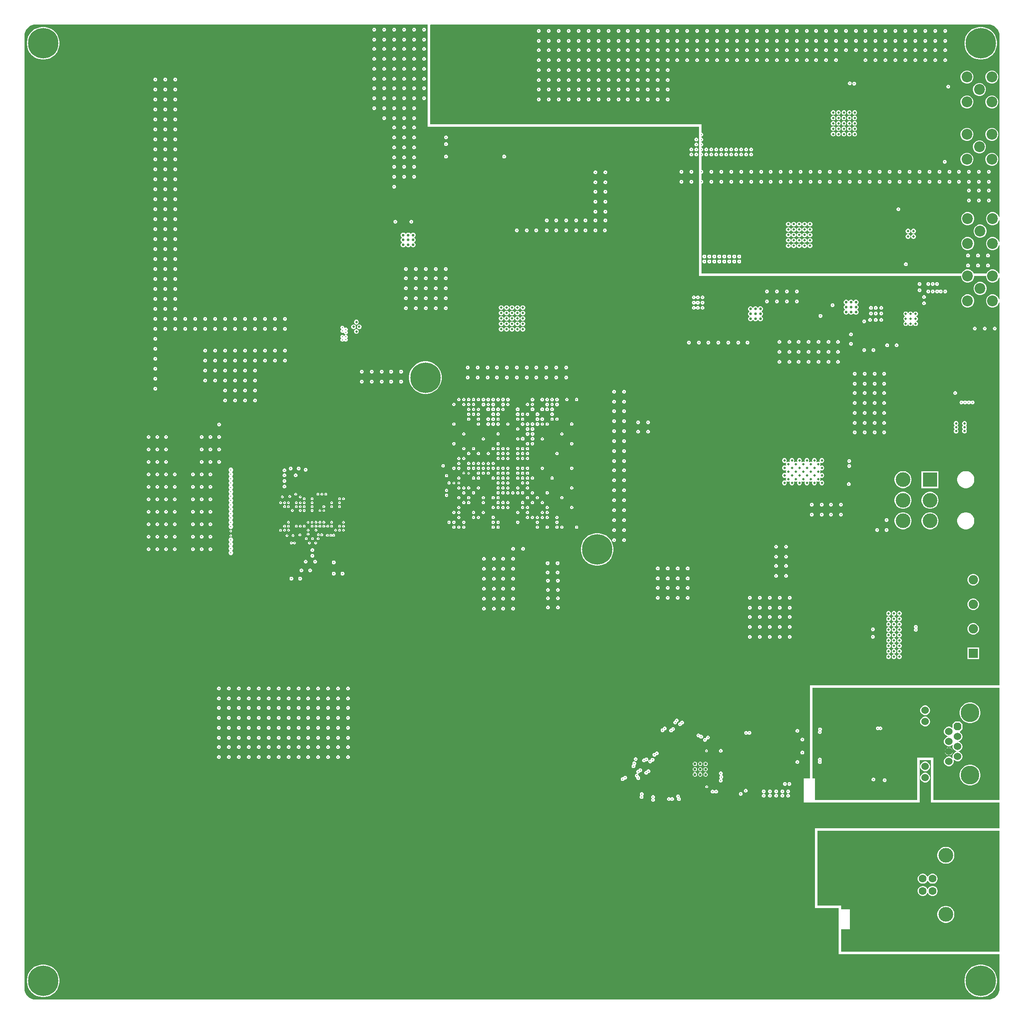
<source format=gbr>
%TF.GenerationSoftware,Altium Limited,Altium Designer,23.11.1 (41)*%
G04 Layer_Physical_Order=7*
G04 Layer_Color=16440176*
%FSLAX45Y45*%
%MOMM*%
%TF.SameCoordinates,85413206-E3E1-404A-8318-C17176F6EAC7*%
%TF.FilePolarity,Positive*%
%TF.FileFunction,Copper,L7,Inr,Signal*%
%TF.Part,Single*%
G01*
G75*
%TA.AperFunction,ComponentPad*%
%ADD88C,6.20000*%
%ADD89C,2.20000*%
%ADD90C,3.81000*%
G04:AMPARAMS|DCode=91|XSize=1.524mm|YSize=1.524mm|CornerRadius=0mm|HoleSize=0mm|Usage=FLASHONLY|Rotation=90.000|XOffset=0mm|YOffset=0mm|HoleType=Round|Shape=Octagon|*
%AMOCTAGOND91*
4,1,8,0.38100,0.76200,-0.38100,0.76200,-0.76200,0.38100,-0.76200,-0.38100,-0.38100,-0.76200,0.38100,-0.76200,0.76200,-0.38100,0.76200,0.38100,0.38100,0.76200,0.0*
%
%ADD91OCTAGOND91*%

%ADD92C,1.52400*%
%ADD93C,3.00000*%
%ADD94C,1.60000*%
%ADD95C,0.60000*%
%ADD96R,1.90500X1.90500*%
%ADD97C,1.90500*%
%ADD98R,3.00000X3.00000*%
%TA.AperFunction,ViaPad*%
%ADD99C,0.30480*%
%ADD100C,0.55880*%
%ADD101C,0.50000*%
%ADD102C,0.50800*%
G36*
X19755463Y19936945D02*
X19798793Y19923801D01*
X19838727Y19902455D01*
X19873729Y19873729D01*
X19902455Y19838727D01*
X19923801Y19798793D01*
X19936945Y19755463D01*
X19941177Y19712482D01*
X19940903Y19710399D01*
Y16019196D01*
X19928203Y16017523D01*
X19923103Y16036555D01*
X19905612Y16066850D01*
X19880875Y16091588D01*
X19850580Y16109079D01*
X19816789Y16118134D01*
X19781805D01*
X19748015Y16109079D01*
X19717720Y16091588D01*
X19692982Y16066850D01*
X19675491Y16036555D01*
X19666437Y16002765D01*
Y15967783D01*
X19675491Y15933990D01*
X19692982Y15903696D01*
X19717720Y15878960D01*
X19748015Y15861467D01*
X19781805Y15852412D01*
X19816789D01*
X19850580Y15861467D01*
X19880875Y15878960D01*
X19905612Y15903696D01*
X19923103Y15933990D01*
X19928203Y15953024D01*
X19940903Y15951352D01*
Y15511195D01*
X19928203Y15509523D01*
X19923103Y15528555D01*
X19905612Y15558852D01*
X19880875Y15583588D01*
X19850580Y15601079D01*
X19816789Y15610133D01*
X19781805D01*
X19748015Y15601079D01*
X19717720Y15583588D01*
X19692982Y15558852D01*
X19675491Y15528555D01*
X19666437Y15494765D01*
Y15459782D01*
X19675491Y15425990D01*
X19692982Y15395695D01*
X19717720Y15370959D01*
X19748015Y15353467D01*
X19781805Y15344414D01*
X19816789D01*
X19850580Y15353467D01*
X19880875Y15370959D01*
X19905612Y15395695D01*
X19923103Y15425990D01*
X19928203Y15445024D01*
X19940903Y15443352D01*
Y14871700D01*
X19921057D01*
X19905612Y14898451D01*
X19880875Y14923187D01*
X19850580Y14940678D01*
X19816789Y14949733D01*
X19781805D01*
X19748015Y14940678D01*
X19717720Y14923187D01*
X19692982Y14898451D01*
X19677538Y14871700D01*
X19413057D01*
X19397612Y14898451D01*
X19372874Y14923187D01*
X19342580Y14940678D01*
X19308789Y14949733D01*
X19273807D01*
X19240015Y14940678D01*
X19209720Y14923187D01*
X19184982Y14898451D01*
X19169537Y14871700D01*
X13868401D01*
Y16700500D01*
X13875980D01*
X13889983Y16706300D01*
X13900700Y16717018D01*
X13906500Y16731021D01*
Y16746179D01*
X13900700Y16760182D01*
X13889983Y16770900D01*
X13875980Y16776700D01*
X13868401D01*
Y16903700D01*
X13875980D01*
X13889983Y16909500D01*
X13900700Y16920218D01*
X13906500Y16934221D01*
Y16949379D01*
X13900700Y16963382D01*
X13889983Y16974100D01*
X13875980Y16979900D01*
X13868401D01*
Y17252608D01*
X13874193D01*
X13888196Y17258408D01*
X13898914Y17269125D01*
X13904713Y17283128D01*
Y17298286D01*
X13898914Y17312289D01*
X13888196Y17323007D01*
X13874193Y17328807D01*
X13868401D01*
Y17354207D01*
X13874193D01*
X13888196Y17360007D01*
X13898914Y17370724D01*
X13904713Y17384729D01*
Y17399886D01*
X13898914Y17413889D01*
X13888196Y17424606D01*
X13874193Y17430408D01*
X13868401D01*
Y17455807D01*
X13874193D01*
X13888196Y17461607D01*
X13898914Y17472325D01*
X13904713Y17486330D01*
Y17501486D01*
X13898914Y17515489D01*
X13888196Y17526207D01*
X13874193Y17532007D01*
X13868401D01*
Y17557407D01*
X13874193D01*
X13888196Y17563206D01*
X13898914Y17573924D01*
X13904713Y17587929D01*
Y17603085D01*
X13898914Y17617088D01*
X13888196Y17627808D01*
X13874193Y17633607D01*
X13868401D01*
Y17659007D01*
X13874193D01*
X13888196Y17664807D01*
X13898914Y17675525D01*
X13904713Y17689529D01*
Y17704686D01*
X13898914Y17718689D01*
X13888196Y17729407D01*
X13874193Y17735207D01*
X13868401D01*
Y17907001D01*
X8343900D01*
Y19931013D01*
X8352881Y19939993D01*
X19710355Y19938708D01*
X19721997Y19940240D01*
X19755463Y19936945D01*
D02*
G37*
G36*
X304790Y19940903D02*
X8293245Y19939999D01*
X8293100Y17856200D01*
X13817599D01*
Y17411700D01*
Y14820900D01*
X19158437D01*
Y14799382D01*
X19167493Y14765591D01*
X19184982Y14735295D01*
X19209720Y14710559D01*
X19240015Y14693066D01*
X19273807Y14684013D01*
X19308789D01*
X19342580Y14693066D01*
X19372874Y14710559D01*
X19397612Y14735295D01*
X19415103Y14765591D01*
X19424158Y14799382D01*
Y14820900D01*
X19666437D01*
Y14799382D01*
X19675491Y14765591D01*
X19692982Y14735295D01*
X19717720Y14710559D01*
X19748015Y14693066D01*
X19781805Y14684013D01*
X19816789D01*
X19850580Y14693066D01*
X19880875Y14710559D01*
X19905612Y14735295D01*
X19923103Y14765591D01*
X19928203Y14784624D01*
X19940903Y14782951D01*
Y14342795D01*
X19928203Y14341122D01*
X19923103Y14360155D01*
X19905612Y14390451D01*
X19880875Y14415189D01*
X19850580Y14432680D01*
X19816789Y14441733D01*
X19781805D01*
X19748015Y14432680D01*
X19717720Y14415189D01*
X19692982Y14390451D01*
X19675491Y14360155D01*
X19666437Y14326366D01*
Y14291382D01*
X19675491Y14257591D01*
X19692982Y14227295D01*
X19717720Y14202559D01*
X19748015Y14185068D01*
X19781805Y14176013D01*
X19816789D01*
X19850580Y14185068D01*
X19880875Y14202559D01*
X19905612Y14227295D01*
X19923103Y14257591D01*
X19928203Y14276624D01*
X19940903Y14274953D01*
Y6477000D01*
X16078200D01*
Y4584700D01*
X15951199D01*
Y4089400D01*
X18313400D01*
Y4686300D01*
Y4953000D01*
X18542000D01*
Y4089400D01*
X19940903D01*
Y3568700D01*
X16179800D01*
Y1943100D01*
X16662399D01*
Y1003300D01*
X19940903D01*
Y304799D01*
X19941177Y302718D01*
X19936945Y259738D01*
X19923801Y216407D01*
X19902455Y176473D01*
X19873729Y141471D01*
X19838727Y112745D01*
X19798793Y91400D01*
X19755463Y78256D01*
X19722792Y75038D01*
X19710400Y74296D01*
X19697710Y74294D01*
X317485D01*
X304800Y74296D01*
X292408Y75038D01*
X259738Y78256D01*
X216407Y91400D01*
X176473Y112745D01*
X141471Y141471D01*
X112745Y176473D01*
X91400Y216407D01*
X78256Y259738D01*
X75038Y292408D01*
X74296Y304800D01*
X74294Y317485D01*
Y19697710D01*
X74296Y19710400D01*
X75038Y19722792D01*
X78256Y19755463D01*
X91400Y19798793D01*
X112745Y19838727D01*
X141471Y19873729D01*
X176473Y19902455D01*
X216407Y19923801D01*
X259738Y19936945D01*
X302714Y19941177D01*
X304790Y19940903D01*
D02*
G37*
G36*
X19940903Y4140200D02*
X18592799D01*
Y5003800D01*
X18262601D01*
Y4140200D01*
X16179800D01*
Y4584700D01*
X16128999D01*
Y6426200D01*
X19940903D01*
Y4140200D01*
D02*
G37*
G36*
Y1054100D02*
X16713200D01*
Y1511300D01*
X16891000D01*
Y1917700D01*
X16713200D01*
Y1993900D01*
X16230600D01*
Y3517900D01*
X19940903D01*
Y1054100D01*
D02*
G37*
%LPC*%
G36*
X18841679Y19850101D02*
X18826521D01*
X18812518Y19844299D01*
X18801801Y19833582D01*
X18796001Y19819579D01*
Y19804420D01*
X18801801Y19790417D01*
X18812518Y19779700D01*
X18826521Y19773900D01*
X18841679D01*
X18855682Y19779700D01*
X18866400Y19790417D01*
X18872200Y19804420D01*
Y19819579D01*
X18866400Y19833582D01*
X18855682Y19844299D01*
X18841679Y19850101D01*
D02*
G37*
G36*
X18638480D02*
X18623322D01*
X18609319Y19844299D01*
X18598599Y19833582D01*
X18592799Y19819579D01*
Y19804420D01*
X18598599Y19790417D01*
X18609319Y19779700D01*
X18623322Y19773900D01*
X18638480D01*
X18652483Y19779700D01*
X18663200Y19790417D01*
X18669000Y19804420D01*
Y19819579D01*
X18663200Y19833582D01*
X18652483Y19844299D01*
X18638480Y19850101D01*
D02*
G37*
G36*
X18435278D02*
X18420120D01*
X18406117Y19844299D01*
X18395399Y19833582D01*
X18389600Y19819579D01*
Y19804420D01*
X18395399Y19790417D01*
X18406117Y19779700D01*
X18420120Y19773900D01*
X18435278D01*
X18449281Y19779700D01*
X18460001Y19790417D01*
X18465800Y19804420D01*
Y19819579D01*
X18460001Y19833582D01*
X18449281Y19844299D01*
X18435278Y19850101D01*
D02*
G37*
G36*
X18232079D02*
X18216920D01*
X18202917Y19844299D01*
X18192200Y19833582D01*
X18186400Y19819579D01*
Y19804420D01*
X18192200Y19790417D01*
X18202917Y19779700D01*
X18216920Y19773900D01*
X18232079D01*
X18246082Y19779700D01*
X18256799Y19790417D01*
X18262601Y19804420D01*
Y19819579D01*
X18256799Y19833582D01*
X18246082Y19844299D01*
X18232079Y19850101D01*
D02*
G37*
G36*
X18028879D02*
X18013721D01*
X17999718Y19844299D01*
X17989000Y19833582D01*
X17983200Y19819579D01*
Y19804420D01*
X17989000Y19790417D01*
X17999718Y19779700D01*
X18013721Y19773900D01*
X18028879D01*
X18042882Y19779700D01*
X18053600Y19790417D01*
X18059399Y19804420D01*
Y19819579D01*
X18053600Y19833582D01*
X18042882Y19844299D01*
X18028879Y19850101D01*
D02*
G37*
G36*
X17825679D02*
X17810521D01*
X17796518Y19844299D01*
X17785800Y19833582D01*
X17780000Y19819579D01*
Y19804420D01*
X17785800Y19790417D01*
X17796518Y19779700D01*
X17810521Y19773900D01*
X17825679D01*
X17839682Y19779700D01*
X17850400Y19790417D01*
X17856200Y19804420D01*
Y19819579D01*
X17850400Y19833582D01*
X17839682Y19844299D01*
X17825679Y19850101D01*
D02*
G37*
G36*
X17622479D02*
X17607321D01*
X17593318Y19844299D01*
X17582600Y19833582D01*
X17576801Y19819579D01*
Y19804420D01*
X17582600Y19790417D01*
X17593318Y19779700D01*
X17607321Y19773900D01*
X17622479D01*
X17636482Y19779700D01*
X17647200Y19790417D01*
X17653000Y19804420D01*
Y19819579D01*
X17647200Y19833582D01*
X17636482Y19844299D01*
X17622479Y19850101D01*
D02*
G37*
G36*
X17419279D02*
X17404121D01*
X17390118Y19844299D01*
X17379401Y19833582D01*
X17373599Y19819579D01*
Y19804420D01*
X17379401Y19790417D01*
X17390118Y19779700D01*
X17404121Y19773900D01*
X17419279D01*
X17433282Y19779700D01*
X17444000Y19790417D01*
X17449800Y19804420D01*
Y19819579D01*
X17444000Y19833582D01*
X17433282Y19844299D01*
X17419279Y19850101D01*
D02*
G37*
G36*
X17216080D02*
X17200922D01*
X17186919Y19844299D01*
X17176199Y19833582D01*
X17170399Y19819579D01*
Y19804420D01*
X17176199Y19790417D01*
X17186919Y19779700D01*
X17200922Y19773900D01*
X17216080D01*
X17230083Y19779700D01*
X17240800Y19790417D01*
X17246600Y19804420D01*
Y19819579D01*
X17240800Y19833582D01*
X17230083Y19844299D01*
X17216080Y19850101D01*
D02*
G37*
G36*
X17025578D02*
X17010422D01*
X16996419Y19844299D01*
X16985699Y19833582D01*
X16979900Y19819579D01*
Y19804420D01*
X16985699Y19790417D01*
X16996419Y19779700D01*
X17010422Y19773900D01*
X17025578D01*
X17039581Y19779700D01*
X17050301Y19790417D01*
X17056100Y19804420D01*
Y19819579D01*
X17050301Y19833582D01*
X17039581Y19844299D01*
X17025578Y19850101D01*
D02*
G37*
G36*
X16822379D02*
X16807220D01*
X16793217Y19844299D01*
X16782500Y19833582D01*
X16776700Y19819579D01*
Y19804420D01*
X16782500Y19790417D01*
X16793217Y19779700D01*
X16807220Y19773900D01*
X16822379D01*
X16836382Y19779700D01*
X16847099Y19790417D01*
X16852901Y19804420D01*
Y19819579D01*
X16847099Y19833582D01*
X16836382Y19844299D01*
X16822379Y19850101D01*
D02*
G37*
G36*
X16619179D02*
X16604021D01*
X16590018Y19844299D01*
X16579300Y19833582D01*
X16573500Y19819579D01*
Y19804420D01*
X16579300Y19790417D01*
X16590018Y19779700D01*
X16604021Y19773900D01*
X16619179D01*
X16633182Y19779700D01*
X16643900Y19790417D01*
X16649699Y19804420D01*
Y19819579D01*
X16643900Y19833582D01*
X16633182Y19844299D01*
X16619179Y19850101D01*
D02*
G37*
G36*
X16415979D02*
X16400821D01*
X16386818Y19844299D01*
X16376100Y19833582D01*
X16370300Y19819579D01*
Y19804420D01*
X16376100Y19790417D01*
X16386818Y19779700D01*
X16400821Y19773900D01*
X16415979D01*
X16429982Y19779700D01*
X16440700Y19790417D01*
X16446500Y19804420D01*
Y19819579D01*
X16440700Y19833582D01*
X16429982Y19844299D01*
X16415979Y19850101D01*
D02*
G37*
G36*
X16212779D02*
X16197621D01*
X16183618Y19844299D01*
X16172900Y19833582D01*
X16167101Y19819579D01*
Y19804420D01*
X16172900Y19790417D01*
X16183618Y19779700D01*
X16197621Y19773900D01*
X16212779D01*
X16226782Y19779700D01*
X16237500Y19790417D01*
X16243300Y19804420D01*
Y19819579D01*
X16237500Y19833582D01*
X16226782Y19844299D01*
X16212779Y19850101D01*
D02*
G37*
G36*
X16022279D02*
X16007121D01*
X15993118Y19844299D01*
X15982401Y19833582D01*
X15976601Y19819579D01*
Y19804420D01*
X15982401Y19790417D01*
X15993118Y19779700D01*
X16007121Y19773900D01*
X16022279D01*
X16036282Y19779700D01*
X16047000Y19790417D01*
X16052800Y19804420D01*
Y19819579D01*
X16047000Y19833582D01*
X16036282Y19844299D01*
X16022279Y19850101D01*
D02*
G37*
G36*
X15819080D02*
X15803922D01*
X15789919Y19844299D01*
X15779201Y19833582D01*
X15773399Y19819579D01*
Y19804420D01*
X15779201Y19790417D01*
X15789919Y19779700D01*
X15803922Y19773900D01*
X15819080D01*
X15833083Y19779700D01*
X15843800Y19790417D01*
X15849600Y19804420D01*
Y19819579D01*
X15843800Y19833582D01*
X15833083Y19844299D01*
X15819080Y19850101D01*
D02*
G37*
G36*
X15615878D02*
X15600722D01*
X15586719Y19844299D01*
X15575999Y19833582D01*
X15570200Y19819579D01*
Y19804420D01*
X15575999Y19790417D01*
X15586719Y19779700D01*
X15600722Y19773900D01*
X15615878D01*
X15629881Y19779700D01*
X15640601Y19790417D01*
X15646400Y19804420D01*
Y19819579D01*
X15640601Y19833582D01*
X15629881Y19844299D01*
X15615878Y19850101D01*
D02*
G37*
G36*
X15412679D02*
X15397520D01*
X15383517Y19844299D01*
X15372800Y19833582D01*
X15367000Y19819579D01*
Y19804420D01*
X15372800Y19790417D01*
X15383517Y19779700D01*
X15397520Y19773900D01*
X15412679D01*
X15426682Y19779700D01*
X15437399Y19790417D01*
X15443201Y19804420D01*
Y19819579D01*
X15437399Y19833582D01*
X15426682Y19844299D01*
X15412679Y19850101D01*
D02*
G37*
G36*
X15209479D02*
X15194321D01*
X15180318Y19844299D01*
X15169600Y19833582D01*
X15163800Y19819579D01*
Y19804420D01*
X15169600Y19790417D01*
X15180318Y19779700D01*
X15194321Y19773900D01*
X15209479D01*
X15223482Y19779700D01*
X15234200Y19790417D01*
X15239999Y19804420D01*
Y19819579D01*
X15234200Y19833582D01*
X15223482Y19844299D01*
X15209479Y19850101D01*
D02*
G37*
G36*
X15006279D02*
X14991121D01*
X14977118Y19844299D01*
X14966400Y19833582D01*
X14960600Y19819579D01*
Y19804420D01*
X14966400Y19790417D01*
X14977118Y19779700D01*
X14991121Y19773900D01*
X15006279D01*
X15020282Y19779700D01*
X15031000Y19790417D01*
X15036800Y19804420D01*
Y19819579D01*
X15031000Y19833582D01*
X15020282Y19844299D01*
X15006279Y19850101D01*
D02*
G37*
G36*
X14803079D02*
X14787921D01*
X14773918Y19844299D01*
X14763200Y19833582D01*
X14757401Y19819579D01*
Y19804420D01*
X14763200Y19790417D01*
X14773918Y19779700D01*
X14787921Y19773900D01*
X14803079D01*
X14817082Y19779700D01*
X14827800Y19790417D01*
X14833600Y19804420D01*
Y19819579D01*
X14827800Y19833582D01*
X14817082Y19844299D01*
X14803079Y19850101D01*
D02*
G37*
G36*
X14599879D02*
X14584721D01*
X14570718Y19844299D01*
X14560001Y19833582D01*
X14554201Y19819579D01*
Y19804420D01*
X14560001Y19790417D01*
X14570718Y19779700D01*
X14584721Y19773900D01*
X14599879D01*
X14613882Y19779700D01*
X14624600Y19790417D01*
X14630400Y19804420D01*
Y19819579D01*
X14624600Y19833582D01*
X14613882Y19844299D01*
X14599879Y19850101D01*
D02*
G37*
G36*
X14396680D02*
X14381522D01*
X14367519Y19844299D01*
X14356799Y19833582D01*
X14350999Y19819579D01*
Y19804420D01*
X14356799Y19790417D01*
X14367519Y19779700D01*
X14381522Y19773900D01*
X14396680D01*
X14410683Y19779700D01*
X14421400Y19790417D01*
X14427200Y19804420D01*
Y19819579D01*
X14421400Y19833582D01*
X14410683Y19844299D01*
X14396680Y19850101D01*
D02*
G37*
G36*
X14193478D02*
X14178320D01*
X14164317Y19844299D01*
X14153600Y19833582D01*
X14147800Y19819579D01*
Y19804420D01*
X14153600Y19790417D01*
X14164317Y19779700D01*
X14178320Y19773900D01*
X14193478D01*
X14207481Y19779700D01*
X14218201Y19790417D01*
X14224001Y19804420D01*
Y19819579D01*
X14218201Y19833582D01*
X14207481Y19844299D01*
X14193478Y19850101D01*
D02*
G37*
G36*
X13990279D02*
X13975121D01*
X13961118Y19844299D01*
X13950400Y19833582D01*
X13944600Y19819579D01*
Y19804420D01*
X13950400Y19790417D01*
X13961118Y19779700D01*
X13975121Y19773900D01*
X13990279D01*
X14004282Y19779700D01*
X14014999Y19790417D01*
X14020799Y19804420D01*
Y19819579D01*
X14014999Y19833582D01*
X14004282Y19844299D01*
X13990279Y19850101D01*
D02*
G37*
G36*
X13787079D02*
X13771921D01*
X13757918Y19844299D01*
X13747200Y19833582D01*
X13741400Y19819579D01*
Y19804420D01*
X13747200Y19790417D01*
X13757918Y19779700D01*
X13771921Y19773900D01*
X13787079D01*
X13801082Y19779700D01*
X13811800Y19790417D01*
X13817599Y19804420D01*
Y19819579D01*
X13811800Y19833582D01*
X13801082Y19844299D01*
X13787079Y19850101D01*
D02*
G37*
G36*
X13583879D02*
X13568721D01*
X13554718Y19844299D01*
X13544000Y19833582D01*
X13538200Y19819579D01*
Y19804420D01*
X13544000Y19790417D01*
X13554718Y19779700D01*
X13568721Y19773900D01*
X13583879D01*
X13597882Y19779700D01*
X13608600Y19790417D01*
X13614400Y19804420D01*
Y19819579D01*
X13608600Y19833582D01*
X13597882Y19844299D01*
X13583879Y19850101D01*
D02*
G37*
G36*
X13380679D02*
X13365521D01*
X13351518Y19844299D01*
X13340800Y19833582D01*
X13335001Y19819579D01*
Y19804420D01*
X13340800Y19790417D01*
X13351518Y19779700D01*
X13365521Y19773900D01*
X13380679D01*
X13394682Y19779700D01*
X13405400Y19790417D01*
X13411200Y19804420D01*
Y19819579D01*
X13405400Y19833582D01*
X13394682Y19844299D01*
X13380679Y19850101D01*
D02*
G37*
G36*
X13190179D02*
X13175021D01*
X13161018Y19844299D01*
X13150301Y19833582D01*
X13144501Y19819579D01*
Y19804420D01*
X13150301Y19790417D01*
X13161018Y19779700D01*
X13175021Y19773900D01*
X13190179D01*
X13204182Y19779700D01*
X13214900Y19790417D01*
X13220700Y19804420D01*
Y19819579D01*
X13214900Y19833582D01*
X13204182Y19844299D01*
X13190179Y19850101D01*
D02*
G37*
G36*
X12986980D02*
X12971822D01*
X12957819Y19844299D01*
X12947099Y19833582D01*
X12941299Y19819579D01*
Y19804420D01*
X12947099Y19790417D01*
X12957819Y19779700D01*
X12971822Y19773900D01*
X12986980D01*
X13000983Y19779700D01*
X13011700Y19790417D01*
X13017500Y19804420D01*
Y19819579D01*
X13011700Y19833582D01*
X13000983Y19844299D01*
X12986980Y19850101D01*
D02*
G37*
G36*
X12783779D02*
X12768621D01*
X12754618Y19844299D01*
X12743900Y19833582D01*
X12738100Y19819579D01*
Y19804420D01*
X12743900Y19790417D01*
X12754618Y19779700D01*
X12768621Y19773900D01*
X12783779D01*
X12797782Y19779700D01*
X12808501Y19790417D01*
X12814301Y19804420D01*
Y19819579D01*
X12808501Y19833582D01*
X12797782Y19844299D01*
X12783779Y19850101D01*
D02*
G37*
G36*
X12580579D02*
X12565421D01*
X12551418Y19844299D01*
X12540700Y19833582D01*
X12534900Y19819579D01*
Y19804420D01*
X12540700Y19790417D01*
X12551418Y19779700D01*
X12565421Y19773900D01*
X12580579D01*
X12594582Y19779700D01*
X12605300Y19790417D01*
X12611100Y19804420D01*
Y19819579D01*
X12605300Y19833582D01*
X12594582Y19844299D01*
X12580579Y19850101D01*
D02*
G37*
G36*
X12377379D02*
X12362221D01*
X12348218Y19844299D01*
X12337500Y19833582D01*
X12331700Y19819579D01*
Y19804420D01*
X12337500Y19790417D01*
X12348218Y19779700D01*
X12362221Y19773900D01*
X12377379D01*
X12391382Y19779700D01*
X12402100Y19790417D01*
X12407900Y19804420D01*
Y19819579D01*
X12402100Y19833582D01*
X12391382Y19844299D01*
X12377379Y19850101D01*
D02*
G37*
G36*
X12186879D02*
X12171721D01*
X12157718Y19844299D01*
X12147000Y19833582D01*
X12141200Y19819579D01*
Y19804420D01*
X12147000Y19790417D01*
X12157718Y19779700D01*
X12171721Y19773900D01*
X12186879D01*
X12200882Y19779700D01*
X12211600Y19790417D01*
X12217400Y19804420D01*
Y19819579D01*
X12211600Y19833582D01*
X12200882Y19844299D01*
X12186879Y19850101D01*
D02*
G37*
G36*
X11983679D02*
X11968521D01*
X11954518Y19844299D01*
X11943800Y19833582D01*
X11938000Y19819579D01*
Y19804420D01*
X11943800Y19790417D01*
X11954518Y19779700D01*
X11968521Y19773900D01*
X11983679D01*
X11997682Y19779700D01*
X12008400Y19790417D01*
X12014200Y19804420D01*
Y19819579D01*
X12008400Y19833582D01*
X11997682Y19844299D01*
X11983679Y19850101D01*
D02*
G37*
G36*
X11780479D02*
X11765321D01*
X11751318Y19844299D01*
X11740600Y19833582D01*
X11734800Y19819579D01*
Y19804420D01*
X11740600Y19790417D01*
X11751318Y19779700D01*
X11765321Y19773900D01*
X11780479D01*
X11794482Y19779700D01*
X11805200Y19790417D01*
X11811000Y19804420D01*
Y19819579D01*
X11805200Y19833582D01*
X11794482Y19844299D01*
X11780479Y19850101D01*
D02*
G37*
G36*
X11577279D02*
X11562121D01*
X11548118Y19844299D01*
X11537400Y19833582D01*
X11531600Y19819579D01*
Y19804420D01*
X11537400Y19790417D01*
X11548118Y19779700D01*
X11562121Y19773900D01*
X11577279D01*
X11591282Y19779700D01*
X11602000Y19790417D01*
X11607800Y19804420D01*
Y19819579D01*
X11602000Y19833582D01*
X11591282Y19844299D01*
X11577279Y19850101D01*
D02*
G37*
G36*
X11374079D02*
X11358921D01*
X11344918Y19844299D01*
X11334200Y19833582D01*
X11328400Y19819579D01*
Y19804420D01*
X11334200Y19790417D01*
X11344918Y19779700D01*
X11358921Y19773900D01*
X11374079D01*
X11388082Y19779700D01*
X11398800Y19790417D01*
X11404600Y19804420D01*
Y19819579D01*
X11398800Y19833582D01*
X11388082Y19844299D01*
X11374079Y19850101D01*
D02*
G37*
G36*
X11170879D02*
X11155721D01*
X11141718Y19844299D01*
X11131000Y19833582D01*
X11125200Y19819579D01*
Y19804420D01*
X11131000Y19790417D01*
X11141718Y19779700D01*
X11155721Y19773900D01*
X11170879D01*
X11184882Y19779700D01*
X11195600Y19790417D01*
X11201400Y19804420D01*
Y19819579D01*
X11195600Y19833582D01*
X11184882Y19844299D01*
X11170879Y19850101D01*
D02*
G37*
G36*
X10967679D02*
X10952521D01*
X10938518Y19844299D01*
X10927800Y19833582D01*
X10922000Y19819579D01*
Y19804420D01*
X10927800Y19790417D01*
X10938518Y19779700D01*
X10952521Y19773900D01*
X10967679D01*
X10981682Y19779700D01*
X10992400Y19790417D01*
X10998200Y19804420D01*
Y19819579D01*
X10992400Y19833582D01*
X10981682Y19844299D01*
X10967679Y19850101D01*
D02*
G37*
G36*
X10764479D02*
X10749321D01*
X10735318Y19844299D01*
X10724600Y19833582D01*
X10718800Y19819579D01*
Y19804420D01*
X10724600Y19790417D01*
X10735318Y19779700D01*
X10749321Y19773900D01*
X10764479D01*
X10778482Y19779700D01*
X10789200Y19790417D01*
X10795000Y19804420D01*
Y19819579D01*
X10789200Y19833582D01*
X10778482Y19844299D01*
X10764479Y19850101D01*
D02*
G37*
G36*
X10561279D02*
X10546121D01*
X10532118Y19844299D01*
X10521400Y19833582D01*
X10515600Y19819579D01*
Y19804420D01*
X10521400Y19790417D01*
X10532118Y19779700D01*
X10546121Y19773900D01*
X10561279D01*
X10575282Y19779700D01*
X10586000Y19790417D01*
X10591800Y19804420D01*
Y19819579D01*
X10586000Y19833582D01*
X10575282Y19844299D01*
X10561279Y19850101D01*
D02*
G37*
G36*
X18841679Y19646899D02*
X18826521D01*
X18812518Y19641100D01*
X18801801Y19630382D01*
X18796001Y19616379D01*
Y19601221D01*
X18801801Y19587218D01*
X18812518Y19576500D01*
X18826521Y19570700D01*
X18841679D01*
X18855682Y19576500D01*
X18866400Y19587218D01*
X18872200Y19601221D01*
Y19616379D01*
X18866400Y19630382D01*
X18855682Y19641100D01*
X18841679Y19646899D01*
D02*
G37*
G36*
X18638480D02*
X18623322D01*
X18609319Y19641100D01*
X18598599Y19630382D01*
X18592799Y19616379D01*
Y19601221D01*
X18598599Y19587218D01*
X18609319Y19576500D01*
X18623322Y19570700D01*
X18638480D01*
X18652483Y19576500D01*
X18663200Y19587218D01*
X18669000Y19601221D01*
Y19616379D01*
X18663200Y19630382D01*
X18652483Y19641100D01*
X18638480Y19646899D01*
D02*
G37*
G36*
X18435278D02*
X18420120D01*
X18406117Y19641100D01*
X18395399Y19630382D01*
X18389600Y19616379D01*
Y19601221D01*
X18395399Y19587218D01*
X18406117Y19576500D01*
X18420120Y19570700D01*
X18435278D01*
X18449281Y19576500D01*
X18460001Y19587218D01*
X18465800Y19601221D01*
Y19616379D01*
X18460001Y19630382D01*
X18449281Y19641100D01*
X18435278Y19646899D01*
D02*
G37*
G36*
X18232079D02*
X18216920D01*
X18202917Y19641100D01*
X18192200Y19630382D01*
X18186400Y19616379D01*
Y19601221D01*
X18192200Y19587218D01*
X18202917Y19576500D01*
X18216920Y19570700D01*
X18232079D01*
X18246082Y19576500D01*
X18256799Y19587218D01*
X18262601Y19601221D01*
Y19616379D01*
X18256799Y19630382D01*
X18246082Y19641100D01*
X18232079Y19646899D01*
D02*
G37*
G36*
X18028879D02*
X18013721D01*
X17999718Y19641100D01*
X17989000Y19630382D01*
X17983200Y19616379D01*
Y19601221D01*
X17989000Y19587218D01*
X17999718Y19576500D01*
X18013721Y19570700D01*
X18028879D01*
X18042882Y19576500D01*
X18053600Y19587218D01*
X18059399Y19601221D01*
Y19616379D01*
X18053600Y19630382D01*
X18042882Y19641100D01*
X18028879Y19646899D01*
D02*
G37*
G36*
X17825679D02*
X17810521D01*
X17796518Y19641100D01*
X17785800Y19630382D01*
X17780000Y19616379D01*
Y19601221D01*
X17785800Y19587218D01*
X17796518Y19576500D01*
X17810521Y19570700D01*
X17825679D01*
X17839682Y19576500D01*
X17850400Y19587218D01*
X17856200Y19601221D01*
Y19616379D01*
X17850400Y19630382D01*
X17839682Y19641100D01*
X17825679Y19646899D01*
D02*
G37*
G36*
X17622479D02*
X17607321D01*
X17593318Y19641100D01*
X17582600Y19630382D01*
X17576801Y19616379D01*
Y19601221D01*
X17582600Y19587218D01*
X17593318Y19576500D01*
X17607321Y19570700D01*
X17622479D01*
X17636482Y19576500D01*
X17647200Y19587218D01*
X17653000Y19601221D01*
Y19616379D01*
X17647200Y19630382D01*
X17636482Y19641100D01*
X17622479Y19646899D01*
D02*
G37*
G36*
X17419279D02*
X17404121D01*
X17390118Y19641100D01*
X17379401Y19630382D01*
X17373599Y19616379D01*
Y19601221D01*
X17379401Y19587218D01*
X17390118Y19576500D01*
X17404121Y19570700D01*
X17419279D01*
X17433282Y19576500D01*
X17444000Y19587218D01*
X17449800Y19601221D01*
Y19616379D01*
X17444000Y19630382D01*
X17433282Y19641100D01*
X17419279Y19646899D01*
D02*
G37*
G36*
X17216080D02*
X17200922D01*
X17186919Y19641100D01*
X17176199Y19630382D01*
X17170399Y19616379D01*
Y19601221D01*
X17176199Y19587218D01*
X17186919Y19576500D01*
X17200922Y19570700D01*
X17216080D01*
X17230083Y19576500D01*
X17240800Y19587218D01*
X17246600Y19601221D01*
Y19616379D01*
X17240800Y19630382D01*
X17230083Y19641100D01*
X17216080Y19646899D01*
D02*
G37*
G36*
X17025578D02*
X17010422D01*
X16996419Y19641100D01*
X16985699Y19630382D01*
X16979900Y19616379D01*
Y19601221D01*
X16985699Y19587218D01*
X16996419Y19576500D01*
X17010422Y19570700D01*
X17025578D01*
X17039581Y19576500D01*
X17050301Y19587218D01*
X17056100Y19601221D01*
Y19616379D01*
X17050301Y19630382D01*
X17039581Y19641100D01*
X17025578Y19646899D01*
D02*
G37*
G36*
X16822379D02*
X16807220D01*
X16793217Y19641100D01*
X16782500Y19630382D01*
X16776700Y19616379D01*
Y19601221D01*
X16782500Y19587218D01*
X16793217Y19576500D01*
X16807220Y19570700D01*
X16822379D01*
X16836382Y19576500D01*
X16847099Y19587218D01*
X16852901Y19601221D01*
Y19616379D01*
X16847099Y19630382D01*
X16836382Y19641100D01*
X16822379Y19646899D01*
D02*
G37*
G36*
X16619179D02*
X16604021D01*
X16590018Y19641100D01*
X16579300Y19630382D01*
X16573500Y19616379D01*
Y19601221D01*
X16579300Y19587218D01*
X16590018Y19576500D01*
X16604021Y19570700D01*
X16619179D01*
X16633182Y19576500D01*
X16643900Y19587218D01*
X16649699Y19601221D01*
Y19616379D01*
X16643900Y19630382D01*
X16633182Y19641100D01*
X16619179Y19646899D01*
D02*
G37*
G36*
X16415979D02*
X16400821D01*
X16386818Y19641100D01*
X16376100Y19630382D01*
X16370300Y19616379D01*
Y19601221D01*
X16376100Y19587218D01*
X16386818Y19576500D01*
X16400821Y19570700D01*
X16415979D01*
X16429982Y19576500D01*
X16440700Y19587218D01*
X16446500Y19601221D01*
Y19616379D01*
X16440700Y19630382D01*
X16429982Y19641100D01*
X16415979Y19646899D01*
D02*
G37*
G36*
X16212779D02*
X16197621D01*
X16183618Y19641100D01*
X16172900Y19630382D01*
X16167101Y19616379D01*
Y19601221D01*
X16172900Y19587218D01*
X16183618Y19576500D01*
X16197621Y19570700D01*
X16212779D01*
X16226782Y19576500D01*
X16237500Y19587218D01*
X16243300Y19601221D01*
Y19616379D01*
X16237500Y19630382D01*
X16226782Y19641100D01*
X16212779Y19646899D01*
D02*
G37*
G36*
X16022279D02*
X16007121D01*
X15993118Y19641100D01*
X15982401Y19630382D01*
X15976601Y19616379D01*
Y19601221D01*
X15982401Y19587218D01*
X15993118Y19576500D01*
X16007121Y19570700D01*
X16022279D01*
X16036282Y19576500D01*
X16047000Y19587218D01*
X16052800Y19601221D01*
Y19616379D01*
X16047000Y19630382D01*
X16036282Y19641100D01*
X16022279Y19646899D01*
D02*
G37*
G36*
X15819080D02*
X15803922D01*
X15789919Y19641100D01*
X15779201Y19630382D01*
X15773399Y19616379D01*
Y19601221D01*
X15779201Y19587218D01*
X15789919Y19576500D01*
X15803922Y19570700D01*
X15819080D01*
X15833083Y19576500D01*
X15843800Y19587218D01*
X15849600Y19601221D01*
Y19616379D01*
X15843800Y19630382D01*
X15833083Y19641100D01*
X15819080Y19646899D01*
D02*
G37*
G36*
X15615878D02*
X15600722D01*
X15586719Y19641100D01*
X15575999Y19630382D01*
X15570200Y19616379D01*
Y19601221D01*
X15575999Y19587218D01*
X15586719Y19576500D01*
X15600722Y19570700D01*
X15615878D01*
X15629881Y19576500D01*
X15640601Y19587218D01*
X15646400Y19601221D01*
Y19616379D01*
X15640601Y19630382D01*
X15629881Y19641100D01*
X15615878Y19646899D01*
D02*
G37*
G36*
X15412679D02*
X15397520D01*
X15383517Y19641100D01*
X15372800Y19630382D01*
X15367000Y19616379D01*
Y19601221D01*
X15372800Y19587218D01*
X15383517Y19576500D01*
X15397520Y19570700D01*
X15412679D01*
X15426682Y19576500D01*
X15437399Y19587218D01*
X15443201Y19601221D01*
Y19616379D01*
X15437399Y19630382D01*
X15426682Y19641100D01*
X15412679Y19646899D01*
D02*
G37*
G36*
X15209479D02*
X15194321D01*
X15180318Y19641100D01*
X15169600Y19630382D01*
X15163800Y19616379D01*
Y19601221D01*
X15169600Y19587218D01*
X15180318Y19576500D01*
X15194321Y19570700D01*
X15209479D01*
X15223482Y19576500D01*
X15234200Y19587218D01*
X15239999Y19601221D01*
Y19616379D01*
X15234200Y19630382D01*
X15223482Y19641100D01*
X15209479Y19646899D01*
D02*
G37*
G36*
X15006279D02*
X14991121D01*
X14977118Y19641100D01*
X14966400Y19630382D01*
X14960600Y19616379D01*
Y19601221D01*
X14966400Y19587218D01*
X14977118Y19576500D01*
X14991121Y19570700D01*
X15006279D01*
X15020282Y19576500D01*
X15031000Y19587218D01*
X15036800Y19601221D01*
Y19616379D01*
X15031000Y19630382D01*
X15020282Y19641100D01*
X15006279Y19646899D01*
D02*
G37*
G36*
X14803079D02*
X14787921D01*
X14773918Y19641100D01*
X14763200Y19630382D01*
X14757401Y19616379D01*
Y19601221D01*
X14763200Y19587218D01*
X14773918Y19576500D01*
X14787921Y19570700D01*
X14803079D01*
X14817082Y19576500D01*
X14827800Y19587218D01*
X14833600Y19601221D01*
Y19616379D01*
X14827800Y19630382D01*
X14817082Y19641100D01*
X14803079Y19646899D01*
D02*
G37*
G36*
X14599879D02*
X14584721D01*
X14570718Y19641100D01*
X14560001Y19630382D01*
X14554201Y19616379D01*
Y19601221D01*
X14560001Y19587218D01*
X14570718Y19576500D01*
X14584721Y19570700D01*
X14599879D01*
X14613882Y19576500D01*
X14624600Y19587218D01*
X14630400Y19601221D01*
Y19616379D01*
X14624600Y19630382D01*
X14613882Y19641100D01*
X14599879Y19646899D01*
D02*
G37*
G36*
X14396680D02*
X14381522D01*
X14367519Y19641100D01*
X14356799Y19630382D01*
X14350999Y19616379D01*
Y19601221D01*
X14356799Y19587218D01*
X14367519Y19576500D01*
X14381522Y19570700D01*
X14396680D01*
X14410683Y19576500D01*
X14421400Y19587218D01*
X14427200Y19601221D01*
Y19616379D01*
X14421400Y19630382D01*
X14410683Y19641100D01*
X14396680Y19646899D01*
D02*
G37*
G36*
X14193478D02*
X14178320D01*
X14164317Y19641100D01*
X14153600Y19630382D01*
X14147800Y19616379D01*
Y19601221D01*
X14153600Y19587218D01*
X14164317Y19576500D01*
X14178320Y19570700D01*
X14193478D01*
X14207481Y19576500D01*
X14218201Y19587218D01*
X14224001Y19601221D01*
Y19616379D01*
X14218201Y19630382D01*
X14207481Y19641100D01*
X14193478Y19646899D01*
D02*
G37*
G36*
X13990279D02*
X13975121D01*
X13961118Y19641100D01*
X13950400Y19630382D01*
X13944600Y19616379D01*
Y19601221D01*
X13950400Y19587218D01*
X13961118Y19576500D01*
X13975121Y19570700D01*
X13990279D01*
X14004282Y19576500D01*
X14014999Y19587218D01*
X14020799Y19601221D01*
Y19616379D01*
X14014999Y19630382D01*
X14004282Y19641100D01*
X13990279Y19646899D01*
D02*
G37*
G36*
X13787079D02*
X13771921D01*
X13757918Y19641100D01*
X13747200Y19630382D01*
X13741400Y19616379D01*
Y19601221D01*
X13747200Y19587218D01*
X13757918Y19576500D01*
X13771921Y19570700D01*
X13787079D01*
X13801082Y19576500D01*
X13811800Y19587218D01*
X13817599Y19601221D01*
Y19616379D01*
X13811800Y19630382D01*
X13801082Y19641100D01*
X13787079Y19646899D01*
D02*
G37*
G36*
X13583879D02*
X13568721D01*
X13554718Y19641100D01*
X13544000Y19630382D01*
X13538200Y19616379D01*
Y19601221D01*
X13544000Y19587218D01*
X13554718Y19576500D01*
X13568721Y19570700D01*
X13583879D01*
X13597882Y19576500D01*
X13608600Y19587218D01*
X13614400Y19601221D01*
Y19616379D01*
X13608600Y19630382D01*
X13597882Y19641100D01*
X13583879Y19646899D01*
D02*
G37*
G36*
X13380679D02*
X13365521D01*
X13351518Y19641100D01*
X13340800Y19630382D01*
X13335001Y19616379D01*
Y19601221D01*
X13340800Y19587218D01*
X13351518Y19576500D01*
X13365521Y19570700D01*
X13380679D01*
X13394682Y19576500D01*
X13405400Y19587218D01*
X13411200Y19601221D01*
Y19616379D01*
X13405400Y19630382D01*
X13394682Y19641100D01*
X13380679Y19646899D01*
D02*
G37*
G36*
X13190179D02*
X13175021D01*
X13161018Y19641100D01*
X13150301Y19630382D01*
X13144501Y19616379D01*
Y19601221D01*
X13150301Y19587218D01*
X13161018Y19576500D01*
X13175021Y19570700D01*
X13190179D01*
X13204182Y19576500D01*
X13214900Y19587218D01*
X13220700Y19601221D01*
Y19616379D01*
X13214900Y19630382D01*
X13204182Y19641100D01*
X13190179Y19646899D01*
D02*
G37*
G36*
X12986980D02*
X12971822D01*
X12957819Y19641100D01*
X12947099Y19630382D01*
X12941299Y19616379D01*
Y19601221D01*
X12947099Y19587218D01*
X12957819Y19576500D01*
X12971822Y19570700D01*
X12986980D01*
X13000983Y19576500D01*
X13011700Y19587218D01*
X13017500Y19601221D01*
Y19616379D01*
X13011700Y19630382D01*
X13000983Y19641100D01*
X12986980Y19646899D01*
D02*
G37*
G36*
X12783779D02*
X12768621D01*
X12754618Y19641100D01*
X12743900Y19630382D01*
X12738100Y19616379D01*
Y19601221D01*
X12743900Y19587218D01*
X12754618Y19576500D01*
X12768621Y19570700D01*
X12783779D01*
X12797782Y19576500D01*
X12808501Y19587218D01*
X12814301Y19601221D01*
Y19616379D01*
X12808501Y19630382D01*
X12797782Y19641100D01*
X12783779Y19646899D01*
D02*
G37*
G36*
X12580579D02*
X12565421D01*
X12551418Y19641100D01*
X12540700Y19630382D01*
X12534900Y19616379D01*
Y19601221D01*
X12540700Y19587218D01*
X12551418Y19576500D01*
X12565421Y19570700D01*
X12580579D01*
X12594582Y19576500D01*
X12605300Y19587218D01*
X12611100Y19601221D01*
Y19616379D01*
X12605300Y19630382D01*
X12594582Y19641100D01*
X12580579Y19646899D01*
D02*
G37*
G36*
X12377379D02*
X12362221D01*
X12348218Y19641100D01*
X12337500Y19630382D01*
X12331700Y19616379D01*
Y19601221D01*
X12337500Y19587218D01*
X12348218Y19576500D01*
X12362221Y19570700D01*
X12377379D01*
X12391382Y19576500D01*
X12402100Y19587218D01*
X12407900Y19601221D01*
Y19616379D01*
X12402100Y19630382D01*
X12391382Y19641100D01*
X12377379Y19646899D01*
D02*
G37*
G36*
X12186879D02*
X12171721D01*
X12157718Y19641100D01*
X12147000Y19630382D01*
X12141200Y19616379D01*
Y19601221D01*
X12147000Y19587218D01*
X12157718Y19576500D01*
X12171721Y19570700D01*
X12186879D01*
X12200882Y19576500D01*
X12211600Y19587218D01*
X12217400Y19601221D01*
Y19616379D01*
X12211600Y19630382D01*
X12200882Y19641100D01*
X12186879Y19646899D01*
D02*
G37*
G36*
X11983679D02*
X11968521D01*
X11954518Y19641100D01*
X11943800Y19630382D01*
X11938000Y19616379D01*
Y19601221D01*
X11943800Y19587218D01*
X11954518Y19576500D01*
X11968521Y19570700D01*
X11983679D01*
X11997682Y19576500D01*
X12008400Y19587218D01*
X12014200Y19601221D01*
Y19616379D01*
X12008400Y19630382D01*
X11997682Y19641100D01*
X11983679Y19646899D01*
D02*
G37*
G36*
X11780479D02*
X11765321D01*
X11751318Y19641100D01*
X11740600Y19630382D01*
X11734800Y19616379D01*
Y19601221D01*
X11740600Y19587218D01*
X11751318Y19576500D01*
X11765321Y19570700D01*
X11780479D01*
X11794482Y19576500D01*
X11805200Y19587218D01*
X11811000Y19601221D01*
Y19616379D01*
X11805200Y19630382D01*
X11794482Y19641100D01*
X11780479Y19646899D01*
D02*
G37*
G36*
X11577279D02*
X11562121D01*
X11548118Y19641100D01*
X11537400Y19630382D01*
X11531600Y19616379D01*
Y19601221D01*
X11537400Y19587218D01*
X11548118Y19576500D01*
X11562121Y19570700D01*
X11577279D01*
X11591282Y19576500D01*
X11602000Y19587218D01*
X11607800Y19601221D01*
Y19616379D01*
X11602000Y19630382D01*
X11591282Y19641100D01*
X11577279Y19646899D01*
D02*
G37*
G36*
X11374079D02*
X11358921D01*
X11344918Y19641100D01*
X11334200Y19630382D01*
X11328400Y19616379D01*
Y19601221D01*
X11334200Y19587218D01*
X11344918Y19576500D01*
X11358921Y19570700D01*
X11374079D01*
X11388082Y19576500D01*
X11398800Y19587218D01*
X11404600Y19601221D01*
Y19616379D01*
X11398800Y19630382D01*
X11388082Y19641100D01*
X11374079Y19646899D01*
D02*
G37*
G36*
X11170879D02*
X11155721D01*
X11141718Y19641100D01*
X11131000Y19630382D01*
X11125200Y19616379D01*
Y19601221D01*
X11131000Y19587218D01*
X11141718Y19576500D01*
X11155721Y19570700D01*
X11170879D01*
X11184882Y19576500D01*
X11195600Y19587218D01*
X11201400Y19601221D01*
Y19616379D01*
X11195600Y19630382D01*
X11184882Y19641100D01*
X11170879Y19646899D01*
D02*
G37*
G36*
X10967679D02*
X10952521D01*
X10938518Y19641100D01*
X10927800Y19630382D01*
X10922000Y19616379D01*
Y19601221D01*
X10927800Y19587218D01*
X10938518Y19576500D01*
X10952521Y19570700D01*
X10967679D01*
X10981682Y19576500D01*
X10992400Y19587218D01*
X10998200Y19601221D01*
Y19616379D01*
X10992400Y19630382D01*
X10981682Y19641100D01*
X10967679Y19646899D01*
D02*
G37*
G36*
X10764479D02*
X10749321D01*
X10735318Y19641100D01*
X10724600Y19630382D01*
X10718800Y19616379D01*
Y19601221D01*
X10724600Y19587218D01*
X10735318Y19576500D01*
X10749321Y19570700D01*
X10764479D01*
X10778482Y19576500D01*
X10789200Y19587218D01*
X10795000Y19601221D01*
Y19616379D01*
X10789200Y19630382D01*
X10778482Y19641100D01*
X10764479Y19646899D01*
D02*
G37*
G36*
X10561279D02*
X10546121D01*
X10532118Y19641100D01*
X10521400Y19630382D01*
X10515600Y19616379D01*
Y19601221D01*
X10521400Y19587218D01*
X10532118Y19576500D01*
X10546121Y19570700D01*
X10561279D01*
X10575282Y19576500D01*
X10586000Y19587218D01*
X10591800Y19601221D01*
Y19616379D01*
X10586000Y19630382D01*
X10575282Y19641100D01*
X10561279Y19646899D01*
D02*
G37*
G36*
X18841679Y19456400D02*
X18826521D01*
X18812518Y19450600D01*
X18801801Y19439882D01*
X18796001Y19425879D01*
Y19410721D01*
X18801801Y19396718D01*
X18812518Y19386000D01*
X18826521Y19380200D01*
X18841679D01*
X18855682Y19386000D01*
X18866400Y19396718D01*
X18872200Y19410721D01*
Y19425879D01*
X18866400Y19439882D01*
X18855682Y19450600D01*
X18841679Y19456400D01*
D02*
G37*
G36*
X18638480D02*
X18623322D01*
X18609319Y19450600D01*
X18598599Y19439882D01*
X18592799Y19425879D01*
Y19410721D01*
X18598599Y19396718D01*
X18609319Y19386000D01*
X18623322Y19380200D01*
X18638480D01*
X18652483Y19386000D01*
X18663200Y19396718D01*
X18669000Y19410721D01*
Y19425879D01*
X18663200Y19439882D01*
X18652483Y19450600D01*
X18638480Y19456400D01*
D02*
G37*
G36*
X18435278D02*
X18420120D01*
X18406117Y19450600D01*
X18395399Y19439882D01*
X18389600Y19425879D01*
Y19410721D01*
X18395399Y19396718D01*
X18406117Y19386000D01*
X18420120Y19380200D01*
X18435278D01*
X18449281Y19386000D01*
X18460001Y19396718D01*
X18465800Y19410721D01*
Y19425879D01*
X18460001Y19439882D01*
X18449281Y19450600D01*
X18435278Y19456400D01*
D02*
G37*
G36*
X18232079D02*
X18216920D01*
X18202917Y19450600D01*
X18192200Y19439882D01*
X18186400Y19425879D01*
Y19410721D01*
X18192200Y19396718D01*
X18202917Y19386000D01*
X18216920Y19380200D01*
X18232079D01*
X18246082Y19386000D01*
X18256799Y19396718D01*
X18262601Y19410721D01*
Y19425879D01*
X18256799Y19439882D01*
X18246082Y19450600D01*
X18232079Y19456400D01*
D02*
G37*
G36*
X18028879D02*
X18013721D01*
X17999718Y19450600D01*
X17989000Y19439882D01*
X17983200Y19425879D01*
Y19410721D01*
X17989000Y19396718D01*
X17999718Y19386000D01*
X18013721Y19380200D01*
X18028879D01*
X18042882Y19386000D01*
X18053600Y19396718D01*
X18059399Y19410721D01*
Y19425879D01*
X18053600Y19439882D01*
X18042882Y19450600D01*
X18028879Y19456400D01*
D02*
G37*
G36*
X17825679D02*
X17810521D01*
X17796518Y19450600D01*
X17785800Y19439882D01*
X17780000Y19425879D01*
Y19410721D01*
X17785800Y19396718D01*
X17796518Y19386000D01*
X17810521Y19380200D01*
X17825679D01*
X17839682Y19386000D01*
X17850400Y19396718D01*
X17856200Y19410721D01*
Y19425879D01*
X17850400Y19439882D01*
X17839682Y19450600D01*
X17825679Y19456400D01*
D02*
G37*
G36*
X17622479D02*
X17607321D01*
X17593318Y19450600D01*
X17582600Y19439882D01*
X17576801Y19425879D01*
Y19410721D01*
X17582600Y19396718D01*
X17593318Y19386000D01*
X17607321Y19380200D01*
X17622479D01*
X17636482Y19386000D01*
X17647200Y19396718D01*
X17653000Y19410721D01*
Y19425879D01*
X17647200Y19439882D01*
X17636482Y19450600D01*
X17622479Y19456400D01*
D02*
G37*
G36*
X17419279D02*
X17404121D01*
X17390118Y19450600D01*
X17379401Y19439882D01*
X17373599Y19425879D01*
Y19410721D01*
X17379401Y19396718D01*
X17390118Y19386000D01*
X17404121Y19380200D01*
X17419279D01*
X17433282Y19386000D01*
X17444000Y19396718D01*
X17449800Y19410721D01*
Y19425879D01*
X17444000Y19439882D01*
X17433282Y19450600D01*
X17419279Y19456400D01*
D02*
G37*
G36*
X17216080D02*
X17200922D01*
X17186919Y19450600D01*
X17176199Y19439882D01*
X17170399Y19425879D01*
Y19410721D01*
X17176199Y19396718D01*
X17186919Y19386000D01*
X17200922Y19380200D01*
X17216080D01*
X17230083Y19386000D01*
X17240800Y19396718D01*
X17246600Y19410721D01*
Y19425879D01*
X17240800Y19439882D01*
X17230083Y19450600D01*
X17216080Y19456400D01*
D02*
G37*
G36*
X17025578D02*
X17010422D01*
X16996419Y19450600D01*
X16985699Y19439882D01*
X16979900Y19425879D01*
Y19410721D01*
X16985699Y19396718D01*
X16996419Y19386000D01*
X17010422Y19380200D01*
X17025578D01*
X17039581Y19386000D01*
X17050301Y19396718D01*
X17056100Y19410721D01*
Y19425879D01*
X17050301Y19439882D01*
X17039581Y19450600D01*
X17025578Y19456400D01*
D02*
G37*
G36*
X16822379D02*
X16807220D01*
X16793217Y19450600D01*
X16782500Y19439882D01*
X16776700Y19425879D01*
Y19410721D01*
X16782500Y19396718D01*
X16793217Y19386000D01*
X16807220Y19380200D01*
X16822379D01*
X16836382Y19386000D01*
X16847099Y19396718D01*
X16852901Y19410721D01*
Y19425879D01*
X16847099Y19439882D01*
X16836382Y19450600D01*
X16822379Y19456400D01*
D02*
G37*
G36*
X16619179D02*
X16604021D01*
X16590018Y19450600D01*
X16579300Y19439882D01*
X16573500Y19425879D01*
Y19410721D01*
X16579300Y19396718D01*
X16590018Y19386000D01*
X16604021Y19380200D01*
X16619179D01*
X16633182Y19386000D01*
X16643900Y19396718D01*
X16649699Y19410721D01*
Y19425879D01*
X16643900Y19439882D01*
X16633182Y19450600D01*
X16619179Y19456400D01*
D02*
G37*
G36*
X16415979D02*
X16400821D01*
X16386818Y19450600D01*
X16376100Y19439882D01*
X16370300Y19425879D01*
Y19410721D01*
X16376100Y19396718D01*
X16386818Y19386000D01*
X16400821Y19380200D01*
X16415979D01*
X16429982Y19386000D01*
X16440700Y19396718D01*
X16446500Y19410721D01*
Y19425879D01*
X16440700Y19439882D01*
X16429982Y19450600D01*
X16415979Y19456400D01*
D02*
G37*
G36*
X16212779D02*
X16197621D01*
X16183618Y19450600D01*
X16172900Y19439882D01*
X16167101Y19425879D01*
Y19410721D01*
X16172900Y19396718D01*
X16183618Y19386000D01*
X16197621Y19380200D01*
X16212779D01*
X16226782Y19386000D01*
X16237500Y19396718D01*
X16243300Y19410721D01*
Y19425879D01*
X16237500Y19439882D01*
X16226782Y19450600D01*
X16212779Y19456400D01*
D02*
G37*
G36*
X16022279D02*
X16007121D01*
X15993118Y19450600D01*
X15982401Y19439882D01*
X15976601Y19425879D01*
Y19410721D01*
X15982401Y19396718D01*
X15993118Y19386000D01*
X16007121Y19380200D01*
X16022279D01*
X16036282Y19386000D01*
X16047000Y19396718D01*
X16052800Y19410721D01*
Y19425879D01*
X16047000Y19439882D01*
X16036282Y19450600D01*
X16022279Y19456400D01*
D02*
G37*
G36*
X15819080D02*
X15803922D01*
X15789919Y19450600D01*
X15779201Y19439882D01*
X15773399Y19425879D01*
Y19410721D01*
X15779201Y19396718D01*
X15789919Y19386000D01*
X15803922Y19380200D01*
X15819080D01*
X15833083Y19386000D01*
X15843800Y19396718D01*
X15849600Y19410721D01*
Y19425879D01*
X15843800Y19439882D01*
X15833083Y19450600D01*
X15819080Y19456400D01*
D02*
G37*
G36*
X15615878D02*
X15600722D01*
X15586719Y19450600D01*
X15575999Y19439882D01*
X15570200Y19425879D01*
Y19410721D01*
X15575999Y19396718D01*
X15586719Y19386000D01*
X15600722Y19380200D01*
X15615878D01*
X15629881Y19386000D01*
X15640601Y19396718D01*
X15646400Y19410721D01*
Y19425879D01*
X15640601Y19439882D01*
X15629881Y19450600D01*
X15615878Y19456400D01*
D02*
G37*
G36*
X15412679D02*
X15397520D01*
X15383517Y19450600D01*
X15372800Y19439882D01*
X15367000Y19425879D01*
Y19410721D01*
X15372800Y19396718D01*
X15383517Y19386000D01*
X15397520Y19380200D01*
X15412679D01*
X15426682Y19386000D01*
X15437399Y19396718D01*
X15443201Y19410721D01*
Y19425879D01*
X15437399Y19439882D01*
X15426682Y19450600D01*
X15412679Y19456400D01*
D02*
G37*
G36*
X15209479D02*
X15194321D01*
X15180318Y19450600D01*
X15169600Y19439882D01*
X15163800Y19425879D01*
Y19410721D01*
X15169600Y19396718D01*
X15180318Y19386000D01*
X15194321Y19380200D01*
X15209479D01*
X15223482Y19386000D01*
X15234200Y19396718D01*
X15239999Y19410721D01*
Y19425879D01*
X15234200Y19439882D01*
X15223482Y19450600D01*
X15209479Y19456400D01*
D02*
G37*
G36*
X15006279D02*
X14991121D01*
X14977118Y19450600D01*
X14966400Y19439882D01*
X14960600Y19425879D01*
Y19410721D01*
X14966400Y19396718D01*
X14977118Y19386000D01*
X14991121Y19380200D01*
X15006279D01*
X15020282Y19386000D01*
X15031000Y19396718D01*
X15036800Y19410721D01*
Y19425879D01*
X15031000Y19439882D01*
X15020282Y19450600D01*
X15006279Y19456400D01*
D02*
G37*
G36*
X14803079D02*
X14787921D01*
X14773918Y19450600D01*
X14763200Y19439882D01*
X14757401Y19425879D01*
Y19410721D01*
X14763200Y19396718D01*
X14773918Y19386000D01*
X14787921Y19380200D01*
X14803079D01*
X14817082Y19386000D01*
X14827800Y19396718D01*
X14833600Y19410721D01*
Y19425879D01*
X14827800Y19439882D01*
X14817082Y19450600D01*
X14803079Y19456400D01*
D02*
G37*
G36*
X14599879D02*
X14584721D01*
X14570718Y19450600D01*
X14560001Y19439882D01*
X14554201Y19425879D01*
Y19410721D01*
X14560001Y19396718D01*
X14570718Y19386000D01*
X14584721Y19380200D01*
X14599879D01*
X14613882Y19386000D01*
X14624600Y19396718D01*
X14630400Y19410721D01*
Y19425879D01*
X14624600Y19439882D01*
X14613882Y19450600D01*
X14599879Y19456400D01*
D02*
G37*
G36*
X14396680D02*
X14381522D01*
X14367519Y19450600D01*
X14356799Y19439882D01*
X14350999Y19425879D01*
Y19410721D01*
X14356799Y19396718D01*
X14367519Y19386000D01*
X14381522Y19380200D01*
X14396680D01*
X14410683Y19386000D01*
X14421400Y19396718D01*
X14427200Y19410721D01*
Y19425879D01*
X14421400Y19439882D01*
X14410683Y19450600D01*
X14396680Y19456400D01*
D02*
G37*
G36*
X14193478D02*
X14178320D01*
X14164317Y19450600D01*
X14153600Y19439882D01*
X14147800Y19425879D01*
Y19410721D01*
X14153600Y19396718D01*
X14164317Y19386000D01*
X14178320Y19380200D01*
X14193478D01*
X14207481Y19386000D01*
X14218201Y19396718D01*
X14224001Y19410721D01*
Y19425879D01*
X14218201Y19439882D01*
X14207481Y19450600D01*
X14193478Y19456400D01*
D02*
G37*
G36*
X13990279D02*
X13975121D01*
X13961118Y19450600D01*
X13950400Y19439882D01*
X13944600Y19425879D01*
Y19410721D01*
X13950400Y19396718D01*
X13961118Y19386000D01*
X13975121Y19380200D01*
X13990279D01*
X14004282Y19386000D01*
X14014999Y19396718D01*
X14020799Y19410721D01*
Y19425879D01*
X14014999Y19439882D01*
X14004282Y19450600D01*
X13990279Y19456400D01*
D02*
G37*
G36*
X13787079D02*
X13771921D01*
X13757918Y19450600D01*
X13747200Y19439882D01*
X13741400Y19425879D01*
Y19410721D01*
X13747200Y19396718D01*
X13757918Y19386000D01*
X13771921Y19380200D01*
X13787079D01*
X13801082Y19386000D01*
X13811800Y19396718D01*
X13817599Y19410721D01*
Y19425879D01*
X13811800Y19439882D01*
X13801082Y19450600D01*
X13787079Y19456400D01*
D02*
G37*
G36*
X13583879D02*
X13568721D01*
X13554718Y19450600D01*
X13544000Y19439882D01*
X13538200Y19425879D01*
Y19410721D01*
X13544000Y19396718D01*
X13554718Y19386000D01*
X13568721Y19380200D01*
X13583879D01*
X13597882Y19386000D01*
X13608600Y19396718D01*
X13614400Y19410721D01*
Y19425879D01*
X13608600Y19439882D01*
X13597882Y19450600D01*
X13583879Y19456400D01*
D02*
G37*
G36*
X13380679D02*
X13365521D01*
X13351518Y19450600D01*
X13340800Y19439882D01*
X13335001Y19425879D01*
Y19410721D01*
X13340800Y19396718D01*
X13351518Y19386000D01*
X13365521Y19380200D01*
X13380679D01*
X13394682Y19386000D01*
X13405400Y19396718D01*
X13411200Y19410721D01*
Y19425879D01*
X13405400Y19439882D01*
X13394682Y19450600D01*
X13380679Y19456400D01*
D02*
G37*
G36*
X13190179D02*
X13175021D01*
X13161018Y19450600D01*
X13150301Y19439882D01*
X13144501Y19425879D01*
Y19410721D01*
X13150301Y19396718D01*
X13161018Y19386000D01*
X13175021Y19380200D01*
X13190179D01*
X13204182Y19386000D01*
X13214900Y19396718D01*
X13220700Y19410721D01*
Y19425879D01*
X13214900Y19439882D01*
X13204182Y19450600D01*
X13190179Y19456400D01*
D02*
G37*
G36*
X12986980D02*
X12971822D01*
X12957819Y19450600D01*
X12947099Y19439882D01*
X12941299Y19425879D01*
Y19410721D01*
X12947099Y19396718D01*
X12957819Y19386000D01*
X12971822Y19380200D01*
X12986980D01*
X13000983Y19386000D01*
X13011700Y19396718D01*
X13017500Y19410721D01*
Y19425879D01*
X13011700Y19439882D01*
X13000983Y19450600D01*
X12986980Y19456400D01*
D02*
G37*
G36*
X12783779D02*
X12768621D01*
X12754618Y19450600D01*
X12743900Y19439882D01*
X12738100Y19425879D01*
Y19410721D01*
X12743900Y19396718D01*
X12754618Y19386000D01*
X12768621Y19380200D01*
X12783779D01*
X12797782Y19386000D01*
X12808501Y19396718D01*
X12814301Y19410721D01*
Y19425879D01*
X12808501Y19439882D01*
X12797782Y19450600D01*
X12783779Y19456400D01*
D02*
G37*
G36*
X12580579D02*
X12565421D01*
X12551418Y19450600D01*
X12540700Y19439882D01*
X12534900Y19425879D01*
Y19410721D01*
X12540700Y19396718D01*
X12551418Y19386000D01*
X12565421Y19380200D01*
X12580579D01*
X12594582Y19386000D01*
X12605300Y19396718D01*
X12611100Y19410721D01*
Y19425879D01*
X12605300Y19439882D01*
X12594582Y19450600D01*
X12580579Y19456400D01*
D02*
G37*
G36*
X12377379D02*
X12362221D01*
X12348218Y19450600D01*
X12337500Y19439882D01*
X12331700Y19425879D01*
Y19410721D01*
X12337500Y19396718D01*
X12348218Y19386000D01*
X12362221Y19380200D01*
X12377379D01*
X12391382Y19386000D01*
X12402100Y19396718D01*
X12407900Y19410721D01*
Y19425879D01*
X12402100Y19439882D01*
X12391382Y19450600D01*
X12377379Y19456400D01*
D02*
G37*
G36*
X12186879D02*
X12171721D01*
X12157718Y19450600D01*
X12147000Y19439882D01*
X12141200Y19425879D01*
Y19410721D01*
X12147000Y19396718D01*
X12157718Y19386000D01*
X12171721Y19380200D01*
X12186879D01*
X12200882Y19386000D01*
X12211600Y19396718D01*
X12217400Y19410721D01*
Y19425879D01*
X12211600Y19439882D01*
X12200882Y19450600D01*
X12186879Y19456400D01*
D02*
G37*
G36*
X11983679D02*
X11968521D01*
X11954518Y19450600D01*
X11943800Y19439882D01*
X11938000Y19425879D01*
Y19410721D01*
X11943800Y19396718D01*
X11954518Y19386000D01*
X11968521Y19380200D01*
X11983679D01*
X11997682Y19386000D01*
X12008400Y19396718D01*
X12014200Y19410721D01*
Y19425879D01*
X12008400Y19439882D01*
X11997682Y19450600D01*
X11983679Y19456400D01*
D02*
G37*
G36*
X11780479D02*
X11765321D01*
X11751318Y19450600D01*
X11740600Y19439882D01*
X11734800Y19425879D01*
Y19410721D01*
X11740600Y19396718D01*
X11751318Y19386000D01*
X11765321Y19380200D01*
X11780479D01*
X11794482Y19386000D01*
X11805200Y19396718D01*
X11811000Y19410721D01*
Y19425879D01*
X11805200Y19439882D01*
X11794482Y19450600D01*
X11780479Y19456400D01*
D02*
G37*
G36*
X11577279D02*
X11562121D01*
X11548118Y19450600D01*
X11537400Y19439882D01*
X11531600Y19425879D01*
Y19410721D01*
X11537400Y19396718D01*
X11548118Y19386000D01*
X11562121Y19380200D01*
X11577279D01*
X11591282Y19386000D01*
X11602000Y19396718D01*
X11607800Y19410721D01*
Y19425879D01*
X11602000Y19439882D01*
X11591282Y19450600D01*
X11577279Y19456400D01*
D02*
G37*
G36*
X11374079D02*
X11358921D01*
X11344918Y19450600D01*
X11334200Y19439882D01*
X11328400Y19425879D01*
Y19410721D01*
X11334200Y19396718D01*
X11344918Y19386000D01*
X11358921Y19380200D01*
X11374079D01*
X11388082Y19386000D01*
X11398800Y19396718D01*
X11404600Y19410721D01*
Y19425879D01*
X11398800Y19439882D01*
X11388082Y19450600D01*
X11374079Y19456400D01*
D02*
G37*
G36*
X11170879D02*
X11155721D01*
X11141718Y19450600D01*
X11131000Y19439882D01*
X11125200Y19425879D01*
Y19410721D01*
X11131000Y19396718D01*
X11141718Y19386000D01*
X11155721Y19380200D01*
X11170879D01*
X11184882Y19386000D01*
X11195600Y19396718D01*
X11201400Y19410721D01*
Y19425879D01*
X11195600Y19439882D01*
X11184882Y19450600D01*
X11170879Y19456400D01*
D02*
G37*
G36*
X10967679D02*
X10952521D01*
X10938518Y19450600D01*
X10927800Y19439882D01*
X10922000Y19425879D01*
Y19410721D01*
X10927800Y19396718D01*
X10938518Y19386000D01*
X10952521Y19380200D01*
X10967679D01*
X10981682Y19386000D01*
X10992400Y19396718D01*
X10998200Y19410721D01*
Y19425879D01*
X10992400Y19439882D01*
X10981682Y19450600D01*
X10967679Y19456400D01*
D02*
G37*
G36*
X10764479D02*
X10749321D01*
X10735318Y19450600D01*
X10724600Y19439882D01*
X10718800Y19425879D01*
Y19410721D01*
X10724600Y19396718D01*
X10735318Y19386000D01*
X10749321Y19380200D01*
X10764479D01*
X10778482Y19386000D01*
X10789200Y19396718D01*
X10795000Y19410721D01*
Y19425879D01*
X10789200Y19439882D01*
X10778482Y19450600D01*
X10764479Y19456400D01*
D02*
G37*
G36*
X10561279D02*
X10546121D01*
X10532118Y19450600D01*
X10521400Y19439882D01*
X10515600Y19425879D01*
Y19410721D01*
X10521400Y19396718D01*
X10532118Y19386000D01*
X10546121Y19380200D01*
X10561279D01*
X10575282Y19386000D01*
X10586000Y19396718D01*
X10591800Y19410721D01*
Y19425879D01*
X10586000Y19439882D01*
X10575282Y19450600D01*
X10561279Y19456400D01*
D02*
G37*
G36*
X19584195Y19890858D02*
X19531802D01*
X19480054Y19882663D01*
X19430225Y19866472D01*
X19383542Y19842686D01*
X19341154Y19811890D01*
X19304108Y19774841D01*
X19273311Y19732455D01*
X19249525Y19685773D01*
X19233334Y19635944D01*
X19225139Y19584195D01*
Y19531802D01*
X19233334Y19480054D01*
X19249525Y19430225D01*
X19273311Y19383542D01*
X19304108Y19341154D01*
X19341154Y19304108D01*
X19383542Y19273311D01*
X19430225Y19249525D01*
X19480054Y19233334D01*
X19531802Y19225139D01*
X19584195D01*
X19635944Y19233334D01*
X19685773Y19249525D01*
X19732455Y19273311D01*
X19774841Y19304108D01*
X19811890Y19341154D01*
X19842686Y19383542D01*
X19866472Y19430225D01*
X19882663Y19480054D01*
X19890858Y19531802D01*
Y19584195D01*
X19882663Y19635944D01*
X19866472Y19685773D01*
X19842686Y19732455D01*
X19811890Y19774841D01*
X19774841Y19811890D01*
X19732455Y19842686D01*
X19685773Y19866472D01*
X19635944Y19882663D01*
X19584195Y19890858D01*
D02*
G37*
G36*
X18841679Y19253200D02*
X18826521D01*
X18812518Y19247400D01*
X18801801Y19236682D01*
X18796001Y19222679D01*
Y19207521D01*
X18801801Y19193518D01*
X18812518Y19182800D01*
X18826521Y19177000D01*
X18841679D01*
X18855682Y19182800D01*
X18866400Y19193518D01*
X18872200Y19207521D01*
Y19222679D01*
X18866400Y19236682D01*
X18855682Y19247400D01*
X18841679Y19253200D01*
D02*
G37*
G36*
X18638480D02*
X18623322D01*
X18609319Y19247400D01*
X18598599Y19236682D01*
X18592799Y19222679D01*
Y19207521D01*
X18598599Y19193518D01*
X18609319Y19182800D01*
X18623322Y19177000D01*
X18638480D01*
X18652483Y19182800D01*
X18663200Y19193518D01*
X18669000Y19207521D01*
Y19222679D01*
X18663200Y19236682D01*
X18652483Y19247400D01*
X18638480Y19253200D01*
D02*
G37*
G36*
X18435278D02*
X18420120D01*
X18406117Y19247400D01*
X18395399Y19236682D01*
X18389600Y19222679D01*
Y19207521D01*
X18395399Y19193518D01*
X18406117Y19182800D01*
X18420120Y19177000D01*
X18435278D01*
X18449281Y19182800D01*
X18460001Y19193518D01*
X18465800Y19207521D01*
Y19222679D01*
X18460001Y19236682D01*
X18449281Y19247400D01*
X18435278Y19253200D01*
D02*
G37*
G36*
X18232079D02*
X18216920D01*
X18202917Y19247400D01*
X18192200Y19236682D01*
X18186400Y19222679D01*
Y19207521D01*
X18192200Y19193518D01*
X18202917Y19182800D01*
X18216920Y19177000D01*
X18232079D01*
X18246082Y19182800D01*
X18256799Y19193518D01*
X18262601Y19207521D01*
Y19222679D01*
X18256799Y19236682D01*
X18246082Y19247400D01*
X18232079Y19253200D01*
D02*
G37*
G36*
X18028879D02*
X18013721D01*
X17999718Y19247400D01*
X17989000Y19236682D01*
X17983200Y19222679D01*
Y19207521D01*
X17989000Y19193518D01*
X17999718Y19182800D01*
X18013721Y19177000D01*
X18028879D01*
X18042882Y19182800D01*
X18053600Y19193518D01*
X18059399Y19207521D01*
Y19222679D01*
X18053600Y19236682D01*
X18042882Y19247400D01*
X18028879Y19253200D01*
D02*
G37*
G36*
X17825679D02*
X17810521D01*
X17796518Y19247400D01*
X17785800Y19236682D01*
X17780000Y19222679D01*
Y19207521D01*
X17785800Y19193518D01*
X17796518Y19182800D01*
X17810521Y19177000D01*
X17825679D01*
X17839682Y19182800D01*
X17850400Y19193518D01*
X17856200Y19207521D01*
Y19222679D01*
X17850400Y19236682D01*
X17839682Y19247400D01*
X17825679Y19253200D01*
D02*
G37*
G36*
X17622479D02*
X17607321D01*
X17593318Y19247400D01*
X17582600Y19236682D01*
X17576801Y19222679D01*
Y19207521D01*
X17582600Y19193518D01*
X17593318Y19182800D01*
X17607321Y19177000D01*
X17622479D01*
X17636482Y19182800D01*
X17647200Y19193518D01*
X17653000Y19207521D01*
Y19222679D01*
X17647200Y19236682D01*
X17636482Y19247400D01*
X17622479Y19253200D01*
D02*
G37*
G36*
X17419279D02*
X17404121D01*
X17390118Y19247400D01*
X17379401Y19236682D01*
X17373599Y19222679D01*
Y19207521D01*
X17379401Y19193518D01*
X17390118Y19182800D01*
X17404121Y19177000D01*
X17419279D01*
X17433282Y19182800D01*
X17444000Y19193518D01*
X17449800Y19207521D01*
Y19222679D01*
X17444000Y19236682D01*
X17433282Y19247400D01*
X17419279Y19253200D01*
D02*
G37*
G36*
X17216080D02*
X17200922D01*
X17186919Y19247400D01*
X17176199Y19236682D01*
X17170399Y19222679D01*
Y19207521D01*
X17176199Y19193518D01*
X17186919Y19182800D01*
X17200922Y19177000D01*
X17216080D01*
X17230083Y19182800D01*
X17240800Y19193518D01*
X17246600Y19207521D01*
Y19222679D01*
X17240800Y19236682D01*
X17230083Y19247400D01*
X17216080Y19253200D01*
D02*
G37*
G36*
X16619179D02*
X16604021D01*
X16590018Y19247400D01*
X16579300Y19236682D01*
X16573500Y19222679D01*
Y19207521D01*
X16579300Y19193518D01*
X16590018Y19182800D01*
X16604021Y19177000D01*
X16619179D01*
X16633182Y19182800D01*
X16643900Y19193518D01*
X16649699Y19207521D01*
Y19222679D01*
X16643900Y19236682D01*
X16633182Y19247400D01*
X16619179Y19253200D01*
D02*
G37*
G36*
X16415979D02*
X16400821D01*
X16386818Y19247400D01*
X16376100Y19236682D01*
X16370300Y19222679D01*
Y19207521D01*
X16376100Y19193518D01*
X16386818Y19182800D01*
X16400821Y19177000D01*
X16415979D01*
X16429982Y19182800D01*
X16440700Y19193518D01*
X16446500Y19207521D01*
Y19222679D01*
X16440700Y19236682D01*
X16429982Y19247400D01*
X16415979Y19253200D01*
D02*
G37*
G36*
X16212779D02*
X16197621D01*
X16183618Y19247400D01*
X16172900Y19236682D01*
X16167101Y19222679D01*
Y19207521D01*
X16172900Y19193518D01*
X16183618Y19182800D01*
X16197621Y19177000D01*
X16212779D01*
X16226782Y19182800D01*
X16237500Y19193518D01*
X16243300Y19207521D01*
Y19222679D01*
X16237500Y19236682D01*
X16226782Y19247400D01*
X16212779Y19253200D01*
D02*
G37*
G36*
X16022279D02*
X16007121D01*
X15993118Y19247400D01*
X15982401Y19236682D01*
X15976601Y19222679D01*
Y19207521D01*
X15982401Y19193518D01*
X15993118Y19182800D01*
X16007121Y19177000D01*
X16022279D01*
X16036282Y19182800D01*
X16047000Y19193518D01*
X16052800Y19207521D01*
Y19222679D01*
X16047000Y19236682D01*
X16036282Y19247400D01*
X16022279Y19253200D01*
D02*
G37*
G36*
X15819080D02*
X15803922D01*
X15789919Y19247400D01*
X15779201Y19236682D01*
X15773399Y19222679D01*
Y19207521D01*
X15779201Y19193518D01*
X15789919Y19182800D01*
X15803922Y19177000D01*
X15819080D01*
X15833083Y19182800D01*
X15843800Y19193518D01*
X15849600Y19207521D01*
Y19222679D01*
X15843800Y19236682D01*
X15833083Y19247400D01*
X15819080Y19253200D01*
D02*
G37*
G36*
X15615878D02*
X15600722D01*
X15586719Y19247400D01*
X15575999Y19236682D01*
X15570200Y19222679D01*
Y19207521D01*
X15575999Y19193518D01*
X15586719Y19182800D01*
X15600722Y19177000D01*
X15615878D01*
X15629881Y19182800D01*
X15640601Y19193518D01*
X15646400Y19207521D01*
Y19222679D01*
X15640601Y19236682D01*
X15629881Y19247400D01*
X15615878Y19253200D01*
D02*
G37*
G36*
X15412679D02*
X15397520D01*
X15383517Y19247400D01*
X15372800Y19236682D01*
X15367000Y19222679D01*
Y19207521D01*
X15372800Y19193518D01*
X15383517Y19182800D01*
X15397520Y19177000D01*
X15412679D01*
X15426682Y19182800D01*
X15437399Y19193518D01*
X15443201Y19207521D01*
Y19222679D01*
X15437399Y19236682D01*
X15426682Y19247400D01*
X15412679Y19253200D01*
D02*
G37*
G36*
X15209479D02*
X15194321D01*
X15180318Y19247400D01*
X15169600Y19236682D01*
X15163800Y19222679D01*
Y19207521D01*
X15169600Y19193518D01*
X15180318Y19182800D01*
X15194321Y19177000D01*
X15209479D01*
X15223482Y19182800D01*
X15234200Y19193518D01*
X15239999Y19207521D01*
Y19222679D01*
X15234200Y19236682D01*
X15223482Y19247400D01*
X15209479Y19253200D01*
D02*
G37*
G36*
X15006279D02*
X14991121D01*
X14977118Y19247400D01*
X14966400Y19236682D01*
X14960600Y19222679D01*
Y19207521D01*
X14966400Y19193518D01*
X14977118Y19182800D01*
X14991121Y19177000D01*
X15006279D01*
X15020282Y19182800D01*
X15031000Y19193518D01*
X15036800Y19207521D01*
Y19222679D01*
X15031000Y19236682D01*
X15020282Y19247400D01*
X15006279Y19253200D01*
D02*
G37*
G36*
X14803079D02*
X14787921D01*
X14773918Y19247400D01*
X14763200Y19236682D01*
X14757401Y19222679D01*
Y19207521D01*
X14763200Y19193518D01*
X14773918Y19182800D01*
X14787921Y19177000D01*
X14803079D01*
X14817082Y19182800D01*
X14827800Y19193518D01*
X14833600Y19207521D01*
Y19222679D01*
X14827800Y19236682D01*
X14817082Y19247400D01*
X14803079Y19253200D01*
D02*
G37*
G36*
X14599879D02*
X14584721D01*
X14570718Y19247400D01*
X14560001Y19236682D01*
X14554201Y19222679D01*
Y19207521D01*
X14560001Y19193518D01*
X14570718Y19182800D01*
X14584721Y19177000D01*
X14599879D01*
X14613882Y19182800D01*
X14624600Y19193518D01*
X14630400Y19207521D01*
Y19222679D01*
X14624600Y19236682D01*
X14613882Y19247400D01*
X14599879Y19253200D01*
D02*
G37*
G36*
X14396680D02*
X14381522D01*
X14367519Y19247400D01*
X14356799Y19236682D01*
X14350999Y19222679D01*
Y19207521D01*
X14356799Y19193518D01*
X14367519Y19182800D01*
X14381522Y19177000D01*
X14396680D01*
X14410683Y19182800D01*
X14421400Y19193518D01*
X14427200Y19207521D01*
Y19222679D01*
X14421400Y19236682D01*
X14410683Y19247400D01*
X14396680Y19253200D01*
D02*
G37*
G36*
X14193478D02*
X14178320D01*
X14164317Y19247400D01*
X14153600Y19236682D01*
X14147800Y19222679D01*
Y19207521D01*
X14153600Y19193518D01*
X14164317Y19182800D01*
X14178320Y19177000D01*
X14193478D01*
X14207481Y19182800D01*
X14218201Y19193518D01*
X14224001Y19207521D01*
Y19222679D01*
X14218201Y19236682D01*
X14207481Y19247400D01*
X14193478Y19253200D01*
D02*
G37*
G36*
X13990279D02*
X13975121D01*
X13961118Y19247400D01*
X13950400Y19236682D01*
X13944600Y19222679D01*
Y19207521D01*
X13950400Y19193518D01*
X13961118Y19182800D01*
X13975121Y19177000D01*
X13990279D01*
X14004282Y19182800D01*
X14014999Y19193518D01*
X14020799Y19207521D01*
Y19222679D01*
X14014999Y19236682D01*
X14004282Y19247400D01*
X13990279Y19253200D01*
D02*
G37*
G36*
X13787079D02*
X13771921D01*
X13757918Y19247400D01*
X13747200Y19236682D01*
X13741400Y19222679D01*
Y19207521D01*
X13747200Y19193518D01*
X13757918Y19182800D01*
X13771921Y19177000D01*
X13787079D01*
X13801082Y19182800D01*
X13811800Y19193518D01*
X13817599Y19207521D01*
Y19222679D01*
X13811800Y19236682D01*
X13801082Y19247400D01*
X13787079Y19253200D01*
D02*
G37*
G36*
X13583879D02*
X13568721D01*
X13554718Y19247400D01*
X13544000Y19236682D01*
X13538200Y19222679D01*
Y19207521D01*
X13544000Y19193518D01*
X13554718Y19182800D01*
X13568721Y19177000D01*
X13583879D01*
X13597882Y19182800D01*
X13608600Y19193518D01*
X13614400Y19207521D01*
Y19222679D01*
X13608600Y19236682D01*
X13597882Y19247400D01*
X13583879Y19253200D01*
D02*
G37*
G36*
X13380679D02*
X13365521D01*
X13351518Y19247400D01*
X13340800Y19236682D01*
X13335001Y19222679D01*
Y19207521D01*
X13340800Y19193518D01*
X13351518Y19182800D01*
X13365521Y19177000D01*
X13380679D01*
X13394682Y19182800D01*
X13405400Y19193518D01*
X13411200Y19207521D01*
Y19222679D01*
X13405400Y19236682D01*
X13394682Y19247400D01*
X13380679Y19253200D01*
D02*
G37*
G36*
X13190179D02*
X13175021D01*
X13161018Y19247400D01*
X13150301Y19236682D01*
X13144501Y19222679D01*
Y19207521D01*
X13150301Y19193518D01*
X13161018Y19182800D01*
X13175021Y19177000D01*
X13190179D01*
X13204182Y19182800D01*
X13214900Y19193518D01*
X13220700Y19207521D01*
Y19222679D01*
X13214900Y19236682D01*
X13204182Y19247400D01*
X13190179Y19253200D01*
D02*
G37*
G36*
X12986980D02*
X12971822D01*
X12957819Y19247400D01*
X12947099Y19236682D01*
X12941299Y19222679D01*
Y19207521D01*
X12947099Y19193518D01*
X12957819Y19182800D01*
X12971822Y19177000D01*
X12986980D01*
X13000983Y19182800D01*
X13011700Y19193518D01*
X13017500Y19207521D01*
Y19222679D01*
X13011700Y19236682D01*
X13000983Y19247400D01*
X12986980Y19253200D01*
D02*
G37*
G36*
X12783779D02*
X12768621D01*
X12754618Y19247400D01*
X12743900Y19236682D01*
X12738100Y19222679D01*
Y19207521D01*
X12743900Y19193518D01*
X12754618Y19182800D01*
X12768621Y19177000D01*
X12783779D01*
X12797782Y19182800D01*
X12808501Y19193518D01*
X12814301Y19207521D01*
Y19222679D01*
X12808501Y19236682D01*
X12797782Y19247400D01*
X12783779Y19253200D01*
D02*
G37*
G36*
X12580579D02*
X12565421D01*
X12551418Y19247400D01*
X12540700Y19236682D01*
X12534900Y19222679D01*
Y19207521D01*
X12540700Y19193518D01*
X12551418Y19182800D01*
X12565421Y19177000D01*
X12580579D01*
X12594582Y19182800D01*
X12605300Y19193518D01*
X12611100Y19207521D01*
Y19222679D01*
X12605300Y19236682D01*
X12594582Y19247400D01*
X12580579Y19253200D01*
D02*
G37*
G36*
X12377379D02*
X12362221D01*
X12348218Y19247400D01*
X12337500Y19236682D01*
X12331700Y19222679D01*
Y19207521D01*
X12337500Y19193518D01*
X12348218Y19182800D01*
X12362221Y19177000D01*
X12377379D01*
X12391382Y19182800D01*
X12402100Y19193518D01*
X12407900Y19207521D01*
Y19222679D01*
X12402100Y19236682D01*
X12391382Y19247400D01*
X12377379Y19253200D01*
D02*
G37*
G36*
X12186879D02*
X12171721D01*
X12157718Y19247400D01*
X12147000Y19236682D01*
X12141200Y19222679D01*
Y19207521D01*
X12147000Y19193518D01*
X12157718Y19182800D01*
X12171721Y19177000D01*
X12186879D01*
X12200882Y19182800D01*
X12211600Y19193518D01*
X12217400Y19207521D01*
Y19222679D01*
X12211600Y19236682D01*
X12200882Y19247400D01*
X12186879Y19253200D01*
D02*
G37*
G36*
X11983679D02*
X11968521D01*
X11954518Y19247400D01*
X11943800Y19236682D01*
X11938000Y19222679D01*
Y19207521D01*
X11943800Y19193518D01*
X11954518Y19182800D01*
X11968521Y19177000D01*
X11983679D01*
X11997682Y19182800D01*
X12008400Y19193518D01*
X12014200Y19207521D01*
Y19222679D01*
X12008400Y19236682D01*
X11997682Y19247400D01*
X11983679Y19253200D01*
D02*
G37*
G36*
X11780479D02*
X11765321D01*
X11751318Y19247400D01*
X11740600Y19236682D01*
X11734800Y19222679D01*
Y19207521D01*
X11740600Y19193518D01*
X11751318Y19182800D01*
X11765321Y19177000D01*
X11780479D01*
X11794482Y19182800D01*
X11805200Y19193518D01*
X11811000Y19207521D01*
Y19222679D01*
X11805200Y19236682D01*
X11794482Y19247400D01*
X11780479Y19253200D01*
D02*
G37*
G36*
X11577279D02*
X11562121D01*
X11548118Y19247400D01*
X11537400Y19236682D01*
X11531600Y19222679D01*
Y19207521D01*
X11537400Y19193518D01*
X11548118Y19182800D01*
X11562121Y19177000D01*
X11577279D01*
X11591282Y19182800D01*
X11602000Y19193518D01*
X11607800Y19207521D01*
Y19222679D01*
X11602000Y19236682D01*
X11591282Y19247400D01*
X11577279Y19253200D01*
D02*
G37*
G36*
X11374079D02*
X11358921D01*
X11344918Y19247400D01*
X11334200Y19236682D01*
X11328400Y19222679D01*
Y19207521D01*
X11334200Y19193518D01*
X11344918Y19182800D01*
X11358921Y19177000D01*
X11374079D01*
X11388082Y19182800D01*
X11398800Y19193518D01*
X11404600Y19207521D01*
Y19222679D01*
X11398800Y19236682D01*
X11388082Y19247400D01*
X11374079Y19253200D01*
D02*
G37*
G36*
X11170879D02*
X11155721D01*
X11141718Y19247400D01*
X11131000Y19236682D01*
X11125200Y19222679D01*
Y19207521D01*
X11131000Y19193518D01*
X11141718Y19182800D01*
X11155721Y19177000D01*
X11170879D01*
X11184882Y19182800D01*
X11195600Y19193518D01*
X11201400Y19207521D01*
Y19222679D01*
X11195600Y19236682D01*
X11184882Y19247400D01*
X11170879Y19253200D01*
D02*
G37*
G36*
X10967679D02*
X10952521D01*
X10938518Y19247400D01*
X10927800Y19236682D01*
X10922000Y19222679D01*
Y19207521D01*
X10927800Y19193518D01*
X10938518Y19182800D01*
X10952521Y19177000D01*
X10967679D01*
X10981682Y19182800D01*
X10992400Y19193518D01*
X10998200Y19207521D01*
Y19222679D01*
X10992400Y19236682D01*
X10981682Y19247400D01*
X10967679Y19253200D01*
D02*
G37*
G36*
X10764479D02*
X10749321D01*
X10735318Y19247400D01*
X10724600Y19236682D01*
X10718800Y19222679D01*
Y19207521D01*
X10724600Y19193518D01*
X10735318Y19182800D01*
X10749321Y19177000D01*
X10764479D01*
X10778482Y19182800D01*
X10789200Y19193518D01*
X10795000Y19207521D01*
Y19222679D01*
X10789200Y19236682D01*
X10778482Y19247400D01*
X10764479Y19253200D01*
D02*
G37*
G36*
X10561279D02*
X10546121D01*
X10532118Y19247400D01*
X10521400Y19236682D01*
X10515600Y19222679D01*
Y19207521D01*
X10521400Y19193518D01*
X10532118Y19182800D01*
X10546121Y19177000D01*
X10561279D01*
X10575282Y19182800D01*
X10586000Y19193518D01*
X10591800Y19207521D01*
Y19222679D01*
X10586000Y19236682D01*
X10575282Y19247400D01*
X10561279Y19253200D01*
D02*
G37*
G36*
X13190179Y19050000D02*
X13175021D01*
X13161018Y19044200D01*
X13150301Y19033482D01*
X13144501Y19019479D01*
Y19004321D01*
X13150301Y18990318D01*
X13161018Y18979601D01*
X13175021Y18973801D01*
X13190179D01*
X13204182Y18979601D01*
X13214900Y18990318D01*
X13220700Y19004321D01*
Y19019479D01*
X13214900Y19033482D01*
X13204182Y19044200D01*
X13190179Y19050000D01*
D02*
G37*
G36*
X12986980D02*
X12971822D01*
X12957819Y19044200D01*
X12947099Y19033482D01*
X12941299Y19019479D01*
Y19004321D01*
X12947099Y18990318D01*
X12957819Y18979601D01*
X12971822Y18973801D01*
X12986980D01*
X13000983Y18979601D01*
X13011700Y18990318D01*
X13017500Y19004321D01*
Y19019479D01*
X13011700Y19033482D01*
X13000983Y19044200D01*
X12986980Y19050000D01*
D02*
G37*
G36*
X12783779D02*
X12768621D01*
X12754618Y19044200D01*
X12743900Y19033482D01*
X12738100Y19019479D01*
Y19004321D01*
X12743900Y18990318D01*
X12754618Y18979601D01*
X12768621Y18973801D01*
X12783779D01*
X12797782Y18979601D01*
X12808501Y18990318D01*
X12814301Y19004321D01*
Y19019479D01*
X12808501Y19033482D01*
X12797782Y19044200D01*
X12783779Y19050000D01*
D02*
G37*
G36*
X12580579D02*
X12565421D01*
X12551418Y19044200D01*
X12540700Y19033482D01*
X12534900Y19019479D01*
Y19004321D01*
X12540700Y18990318D01*
X12551418Y18979601D01*
X12565421Y18973801D01*
X12580579D01*
X12594582Y18979601D01*
X12605300Y18990318D01*
X12611100Y19004321D01*
Y19019479D01*
X12605300Y19033482D01*
X12594582Y19044200D01*
X12580579Y19050000D01*
D02*
G37*
G36*
X12377379D02*
X12362221D01*
X12348218Y19044200D01*
X12337500Y19033482D01*
X12331700Y19019479D01*
Y19004321D01*
X12337500Y18990318D01*
X12348218Y18979601D01*
X12362221Y18973801D01*
X12377379D01*
X12391382Y18979601D01*
X12402100Y18990318D01*
X12407900Y19004321D01*
Y19019479D01*
X12402100Y19033482D01*
X12391382Y19044200D01*
X12377379Y19050000D01*
D02*
G37*
G36*
X12186879D02*
X12171721D01*
X12157718Y19044200D01*
X12147000Y19033482D01*
X12141200Y19019479D01*
Y19004321D01*
X12147000Y18990318D01*
X12157718Y18979601D01*
X12171721Y18973801D01*
X12186879D01*
X12200882Y18979601D01*
X12211600Y18990318D01*
X12217400Y19004321D01*
Y19019479D01*
X12211600Y19033482D01*
X12200882Y19044200D01*
X12186879Y19050000D01*
D02*
G37*
G36*
X11983679D02*
X11968521D01*
X11954518Y19044200D01*
X11943800Y19033482D01*
X11938000Y19019479D01*
Y19004321D01*
X11943800Y18990318D01*
X11954518Y18979601D01*
X11968521Y18973801D01*
X11983679D01*
X11997682Y18979601D01*
X12008400Y18990318D01*
X12014200Y19004321D01*
Y19019479D01*
X12008400Y19033482D01*
X11997682Y19044200D01*
X11983679Y19050000D01*
D02*
G37*
G36*
X11780479D02*
X11765321D01*
X11751318Y19044200D01*
X11740600Y19033482D01*
X11734800Y19019479D01*
Y19004321D01*
X11740600Y18990318D01*
X11751318Y18979601D01*
X11765321Y18973801D01*
X11780479D01*
X11794482Y18979601D01*
X11805200Y18990318D01*
X11811000Y19004321D01*
Y19019479D01*
X11805200Y19033482D01*
X11794482Y19044200D01*
X11780479Y19050000D01*
D02*
G37*
G36*
X11577279D02*
X11562121D01*
X11548118Y19044200D01*
X11537400Y19033482D01*
X11531600Y19019479D01*
Y19004321D01*
X11537400Y18990318D01*
X11548118Y18979601D01*
X11562121Y18973801D01*
X11577279D01*
X11591282Y18979601D01*
X11602000Y18990318D01*
X11607800Y19004321D01*
Y19019479D01*
X11602000Y19033482D01*
X11591282Y19044200D01*
X11577279Y19050000D01*
D02*
G37*
G36*
X11374079D02*
X11358921D01*
X11344918Y19044200D01*
X11334200Y19033482D01*
X11328400Y19019479D01*
Y19004321D01*
X11334200Y18990318D01*
X11344918Y18979601D01*
X11358921Y18973801D01*
X11374079D01*
X11388082Y18979601D01*
X11398800Y18990318D01*
X11404600Y19004321D01*
Y19019479D01*
X11398800Y19033482D01*
X11388082Y19044200D01*
X11374079Y19050000D01*
D02*
G37*
G36*
X11170879D02*
X11155721D01*
X11141718Y19044200D01*
X11131000Y19033482D01*
X11125200Y19019479D01*
Y19004321D01*
X11131000Y18990318D01*
X11141718Y18979601D01*
X11155721Y18973801D01*
X11170879D01*
X11184882Y18979601D01*
X11195600Y18990318D01*
X11201400Y19004321D01*
Y19019479D01*
X11195600Y19033482D01*
X11184882Y19044200D01*
X11170879Y19050000D01*
D02*
G37*
G36*
X10967679D02*
X10952521D01*
X10938518Y19044200D01*
X10927800Y19033482D01*
X10922000Y19019479D01*
Y19004321D01*
X10927800Y18990318D01*
X10938518Y18979601D01*
X10952521Y18973801D01*
X10967679D01*
X10981682Y18979601D01*
X10992400Y18990318D01*
X10998200Y19004321D01*
Y19019479D01*
X10992400Y19033482D01*
X10981682Y19044200D01*
X10967679Y19050000D01*
D02*
G37*
G36*
X10764479D02*
X10749321D01*
X10735318Y19044200D01*
X10724600Y19033482D01*
X10718800Y19019479D01*
Y19004321D01*
X10724600Y18990318D01*
X10735318Y18979601D01*
X10749321Y18973801D01*
X10764479D01*
X10778482Y18979601D01*
X10789200Y18990318D01*
X10795000Y19004321D01*
Y19019479D01*
X10789200Y19033482D01*
X10778482Y19044200D01*
X10764479Y19050000D01*
D02*
G37*
G36*
X10561279D02*
X10546121D01*
X10532118Y19044200D01*
X10521400Y19033482D01*
X10515600Y19019479D01*
Y19004321D01*
X10521400Y18990318D01*
X10532118Y18979601D01*
X10546121Y18973801D01*
X10561279D01*
X10575282Y18979601D01*
X10586000Y18990318D01*
X10591800Y19004321D01*
Y19019479D01*
X10586000Y19033482D01*
X10575282Y19044200D01*
X10561279Y19050000D01*
D02*
G37*
G36*
X13190179Y18846800D02*
X13175021D01*
X13161018Y18841000D01*
X13150301Y18830283D01*
X13144501Y18816280D01*
Y18801122D01*
X13150301Y18787119D01*
X13161018Y18776401D01*
X13175021Y18770599D01*
X13190179D01*
X13204182Y18776401D01*
X13214900Y18787119D01*
X13220700Y18801122D01*
Y18816280D01*
X13214900Y18830283D01*
X13204182Y18841000D01*
X13190179Y18846800D01*
D02*
G37*
G36*
X12986980D02*
X12971822D01*
X12957819Y18841000D01*
X12947099Y18830283D01*
X12941299Y18816280D01*
Y18801122D01*
X12947099Y18787119D01*
X12957819Y18776401D01*
X12971822Y18770599D01*
X12986980D01*
X13000983Y18776401D01*
X13011700Y18787119D01*
X13017500Y18801122D01*
Y18816280D01*
X13011700Y18830283D01*
X13000983Y18841000D01*
X12986980Y18846800D01*
D02*
G37*
G36*
X12783779D02*
X12768621D01*
X12754618Y18841000D01*
X12743900Y18830283D01*
X12738100Y18816280D01*
Y18801122D01*
X12743900Y18787119D01*
X12754618Y18776401D01*
X12768621Y18770599D01*
X12783779D01*
X12797782Y18776401D01*
X12808501Y18787119D01*
X12814301Y18801122D01*
Y18816280D01*
X12808501Y18830283D01*
X12797782Y18841000D01*
X12783779Y18846800D01*
D02*
G37*
G36*
X12580579D02*
X12565421D01*
X12551418Y18841000D01*
X12540700Y18830283D01*
X12534900Y18816280D01*
Y18801122D01*
X12540700Y18787119D01*
X12551418Y18776401D01*
X12565421Y18770599D01*
X12580579D01*
X12594582Y18776401D01*
X12605300Y18787119D01*
X12611100Y18801122D01*
Y18816280D01*
X12605300Y18830283D01*
X12594582Y18841000D01*
X12580579Y18846800D01*
D02*
G37*
G36*
X12377379D02*
X12362221D01*
X12348218Y18841000D01*
X12337500Y18830283D01*
X12331700Y18816280D01*
Y18801122D01*
X12337500Y18787119D01*
X12348218Y18776401D01*
X12362221Y18770599D01*
X12377379D01*
X12391382Y18776401D01*
X12402100Y18787119D01*
X12407900Y18801122D01*
Y18816280D01*
X12402100Y18830283D01*
X12391382Y18841000D01*
X12377379Y18846800D01*
D02*
G37*
G36*
X12186879D02*
X12171721D01*
X12157718Y18841000D01*
X12147000Y18830283D01*
X12141200Y18816280D01*
Y18801122D01*
X12147000Y18787119D01*
X12157718Y18776401D01*
X12171721Y18770599D01*
X12186879D01*
X12200882Y18776401D01*
X12211600Y18787119D01*
X12217400Y18801122D01*
Y18816280D01*
X12211600Y18830283D01*
X12200882Y18841000D01*
X12186879Y18846800D01*
D02*
G37*
G36*
X11983679D02*
X11968521D01*
X11954518Y18841000D01*
X11943800Y18830283D01*
X11938000Y18816280D01*
Y18801122D01*
X11943800Y18787119D01*
X11954518Y18776401D01*
X11968521Y18770599D01*
X11983679D01*
X11997682Y18776401D01*
X12008400Y18787119D01*
X12014200Y18801122D01*
Y18816280D01*
X12008400Y18830283D01*
X11997682Y18841000D01*
X11983679Y18846800D01*
D02*
G37*
G36*
X11780479D02*
X11765321D01*
X11751318Y18841000D01*
X11740600Y18830283D01*
X11734800Y18816280D01*
Y18801122D01*
X11740600Y18787119D01*
X11751318Y18776401D01*
X11765321Y18770599D01*
X11780479D01*
X11794482Y18776401D01*
X11805200Y18787119D01*
X11811000Y18801122D01*
Y18816280D01*
X11805200Y18830283D01*
X11794482Y18841000D01*
X11780479Y18846800D01*
D02*
G37*
G36*
X11577279D02*
X11562121D01*
X11548118Y18841000D01*
X11537400Y18830283D01*
X11531600Y18816280D01*
Y18801122D01*
X11537400Y18787119D01*
X11548118Y18776401D01*
X11562121Y18770599D01*
X11577279D01*
X11591282Y18776401D01*
X11602000Y18787119D01*
X11607800Y18801122D01*
Y18816280D01*
X11602000Y18830283D01*
X11591282Y18841000D01*
X11577279Y18846800D01*
D02*
G37*
G36*
X11374079D02*
X11358921D01*
X11344918Y18841000D01*
X11334200Y18830283D01*
X11328400Y18816280D01*
Y18801122D01*
X11334200Y18787119D01*
X11344918Y18776401D01*
X11358921Y18770599D01*
X11374079D01*
X11388082Y18776401D01*
X11398800Y18787119D01*
X11404600Y18801122D01*
Y18816280D01*
X11398800Y18830283D01*
X11388082Y18841000D01*
X11374079Y18846800D01*
D02*
G37*
G36*
X11170879D02*
X11155721D01*
X11141718Y18841000D01*
X11131000Y18830283D01*
X11125200Y18816280D01*
Y18801122D01*
X11131000Y18787119D01*
X11141718Y18776401D01*
X11155721Y18770599D01*
X11170879D01*
X11184882Y18776401D01*
X11195600Y18787119D01*
X11201400Y18801122D01*
Y18816280D01*
X11195600Y18830283D01*
X11184882Y18841000D01*
X11170879Y18846800D01*
D02*
G37*
G36*
X10967679D02*
X10952521D01*
X10938518Y18841000D01*
X10927800Y18830283D01*
X10922000Y18816280D01*
Y18801122D01*
X10927800Y18787119D01*
X10938518Y18776401D01*
X10952521Y18770599D01*
X10967679D01*
X10981682Y18776401D01*
X10992400Y18787119D01*
X10998200Y18801122D01*
Y18816280D01*
X10992400Y18830283D01*
X10981682Y18841000D01*
X10967679Y18846800D01*
D02*
G37*
G36*
X10764479D02*
X10749321D01*
X10735318Y18841000D01*
X10724600Y18830283D01*
X10718800Y18816280D01*
Y18801122D01*
X10724600Y18787119D01*
X10735318Y18776401D01*
X10749321Y18770599D01*
X10764479D01*
X10778482Y18776401D01*
X10789200Y18787119D01*
X10795000Y18801122D01*
Y18816280D01*
X10789200Y18830283D01*
X10778482Y18841000D01*
X10764479Y18846800D01*
D02*
G37*
G36*
X10561279D02*
X10546121D01*
X10532118Y18841000D01*
X10521400Y18830283D01*
X10515600Y18816280D01*
Y18801122D01*
X10521400Y18787119D01*
X10532118Y18776401D01*
X10546121Y18770599D01*
X10561279D01*
X10575282Y18776401D01*
X10586000Y18787119D01*
X10591800Y18801122D01*
Y18816280D01*
X10586000Y18830283D01*
X10575282Y18841000D01*
X10561279Y18846800D01*
D02*
G37*
G36*
X19801550Y19002519D02*
X19766566D01*
X19732777Y18993465D01*
X19702481Y18975974D01*
X19677744Y18951237D01*
X19660252Y18920941D01*
X19651199Y18887151D01*
Y18852167D01*
X19660252Y18818378D01*
X19677744Y18788081D01*
X19702481Y18763344D01*
X19732777Y18745853D01*
X19766566Y18736800D01*
X19801550D01*
X19835341Y18745853D01*
X19865637Y18763344D01*
X19890373Y18788081D01*
X19907864Y18818378D01*
X19916919Y18852167D01*
Y18887151D01*
X19907864Y18920941D01*
X19890373Y18951237D01*
X19865637Y18975974D01*
X19835341Y18993465D01*
X19801550Y19002519D01*
D02*
G37*
G36*
X19293550D02*
X19258566D01*
X19224777Y18993465D01*
X19194481Y18975974D01*
X19169743Y18951237D01*
X19152254Y18920941D01*
X19143199Y18887151D01*
Y18852167D01*
X19152254Y18818378D01*
X19169743Y18788081D01*
X19194481Y18763344D01*
X19224777Y18745853D01*
X19258566Y18736800D01*
X19293550D01*
X19327341Y18745853D01*
X19357637Y18763344D01*
X19382373Y18788081D01*
X19399866Y18818378D01*
X19408919Y18852167D01*
Y18887151D01*
X19399866Y18920941D01*
X19382373Y18951237D01*
X19357637Y18975974D01*
X19327341Y18993465D01*
X19293550Y19002519D01*
D02*
G37*
G36*
X16898579Y18780760D02*
X16883421D01*
X16869418Y18774960D01*
X16858701Y18764243D01*
X16852901Y18750240D01*
Y18735081D01*
X16858701Y18721078D01*
X16869418Y18710361D01*
X16883421Y18704559D01*
X16898579D01*
X16912582Y18710361D01*
X16923300Y18721078D01*
X16929100Y18735081D01*
Y18750240D01*
X16923300Y18764243D01*
X16912582Y18774960D01*
X16898579Y18780760D01*
D02*
G37*
G36*
X16987479Y18775681D02*
X16972321D01*
X16958318Y18769881D01*
X16947600Y18759161D01*
X16941800Y18745158D01*
Y18730000D01*
X16947600Y18715997D01*
X16958318Y18705280D01*
X16972321Y18699480D01*
X16987479D01*
X17001482Y18705280D01*
X17012199Y18715997D01*
X17017999Y18730000D01*
Y18745158D01*
X17012199Y18759161D01*
X17001482Y18769881D01*
X16987479Y18775681D01*
D02*
G37*
G36*
X18905179Y18713451D02*
X18890021D01*
X18876018Y18707651D01*
X18865300Y18696931D01*
X18859500Y18682928D01*
Y18667770D01*
X18865300Y18653767D01*
X18876018Y18643050D01*
X18890021Y18637250D01*
X18905179D01*
X18919182Y18643050D01*
X18929900Y18653767D01*
X18935699Y18667770D01*
Y18682928D01*
X18929900Y18696931D01*
X18919182Y18707651D01*
X18905179Y18713451D01*
D02*
G37*
G36*
X13190179Y18656300D02*
X13175021D01*
X13161018Y18650500D01*
X13150301Y18639783D01*
X13144501Y18625780D01*
Y18610622D01*
X13150301Y18596619D01*
X13161018Y18585899D01*
X13175021Y18580099D01*
X13190179D01*
X13204182Y18585899D01*
X13214900Y18596619D01*
X13220700Y18610622D01*
Y18625780D01*
X13214900Y18639783D01*
X13204182Y18650500D01*
X13190179Y18656300D01*
D02*
G37*
G36*
X12986980D02*
X12971822D01*
X12957819Y18650500D01*
X12947099Y18639783D01*
X12941299Y18625780D01*
Y18610622D01*
X12947099Y18596619D01*
X12957819Y18585899D01*
X12971822Y18580099D01*
X12986980D01*
X13000983Y18585899D01*
X13011700Y18596619D01*
X13017500Y18610622D01*
Y18625780D01*
X13011700Y18639783D01*
X13000983Y18650500D01*
X12986980Y18656300D01*
D02*
G37*
G36*
X12783779D02*
X12768621D01*
X12754618Y18650500D01*
X12743900Y18639783D01*
X12738100Y18625780D01*
Y18610622D01*
X12743900Y18596619D01*
X12754618Y18585899D01*
X12768621Y18580099D01*
X12783779D01*
X12797782Y18585899D01*
X12808501Y18596619D01*
X12814301Y18610622D01*
Y18625780D01*
X12808501Y18639783D01*
X12797782Y18650500D01*
X12783779Y18656300D01*
D02*
G37*
G36*
X12580579D02*
X12565421D01*
X12551418Y18650500D01*
X12540700Y18639783D01*
X12534900Y18625780D01*
Y18610622D01*
X12540700Y18596619D01*
X12551418Y18585899D01*
X12565421Y18580099D01*
X12580579D01*
X12594582Y18585899D01*
X12605300Y18596619D01*
X12611100Y18610622D01*
Y18625780D01*
X12605300Y18639783D01*
X12594582Y18650500D01*
X12580579Y18656300D01*
D02*
G37*
G36*
X12377379D02*
X12362221D01*
X12348218Y18650500D01*
X12337500Y18639783D01*
X12331700Y18625780D01*
Y18610622D01*
X12337500Y18596619D01*
X12348218Y18585899D01*
X12362221Y18580099D01*
X12377379D01*
X12391382Y18585899D01*
X12402100Y18596619D01*
X12407900Y18610622D01*
Y18625780D01*
X12402100Y18639783D01*
X12391382Y18650500D01*
X12377379Y18656300D01*
D02*
G37*
G36*
X12186879D02*
X12171721D01*
X12157718Y18650500D01*
X12147000Y18639783D01*
X12141200Y18625780D01*
Y18610622D01*
X12147000Y18596619D01*
X12157718Y18585899D01*
X12171721Y18580099D01*
X12186879D01*
X12200882Y18585899D01*
X12211600Y18596619D01*
X12217400Y18610622D01*
Y18625780D01*
X12211600Y18639783D01*
X12200882Y18650500D01*
X12186879Y18656300D01*
D02*
G37*
G36*
X11983679D02*
X11968521D01*
X11954518Y18650500D01*
X11943800Y18639783D01*
X11938000Y18625780D01*
Y18610622D01*
X11943800Y18596619D01*
X11954518Y18585899D01*
X11968521Y18580099D01*
X11983679D01*
X11997682Y18585899D01*
X12008400Y18596619D01*
X12014200Y18610622D01*
Y18625780D01*
X12008400Y18639783D01*
X11997682Y18650500D01*
X11983679Y18656300D01*
D02*
G37*
G36*
X11780479D02*
X11765321D01*
X11751318Y18650500D01*
X11740600Y18639783D01*
X11734800Y18625780D01*
Y18610622D01*
X11740600Y18596619D01*
X11751318Y18585899D01*
X11765321Y18580099D01*
X11780479D01*
X11794482Y18585899D01*
X11805200Y18596619D01*
X11811000Y18610622D01*
Y18625780D01*
X11805200Y18639783D01*
X11794482Y18650500D01*
X11780479Y18656300D01*
D02*
G37*
G36*
X11577279D02*
X11562121D01*
X11548118Y18650500D01*
X11537400Y18639783D01*
X11531600Y18625780D01*
Y18610622D01*
X11537400Y18596619D01*
X11548118Y18585899D01*
X11562121Y18580099D01*
X11577279D01*
X11591282Y18585899D01*
X11602000Y18596619D01*
X11607800Y18610622D01*
Y18625780D01*
X11602000Y18639783D01*
X11591282Y18650500D01*
X11577279Y18656300D01*
D02*
G37*
G36*
X11374079D02*
X11358921D01*
X11344918Y18650500D01*
X11334200Y18639783D01*
X11328400Y18625780D01*
Y18610622D01*
X11334200Y18596619D01*
X11344918Y18585899D01*
X11358921Y18580099D01*
X11374079D01*
X11388082Y18585899D01*
X11398800Y18596619D01*
X11404600Y18610622D01*
Y18625780D01*
X11398800Y18639783D01*
X11388082Y18650500D01*
X11374079Y18656300D01*
D02*
G37*
G36*
X11170879D02*
X11155721D01*
X11141718Y18650500D01*
X11131000Y18639783D01*
X11125200Y18625780D01*
Y18610622D01*
X11131000Y18596619D01*
X11141718Y18585899D01*
X11155721Y18580099D01*
X11170879D01*
X11184882Y18585899D01*
X11195600Y18596619D01*
X11201400Y18610622D01*
Y18625780D01*
X11195600Y18639783D01*
X11184882Y18650500D01*
X11170879Y18656300D01*
D02*
G37*
G36*
X10967679D02*
X10952521D01*
X10938518Y18650500D01*
X10927800Y18639783D01*
X10922000Y18625780D01*
Y18610622D01*
X10927800Y18596619D01*
X10938518Y18585899D01*
X10952521Y18580099D01*
X10967679D01*
X10981682Y18585899D01*
X10992400Y18596619D01*
X10998200Y18610622D01*
Y18625780D01*
X10992400Y18639783D01*
X10981682Y18650500D01*
X10967679Y18656300D01*
D02*
G37*
G36*
X10764479D02*
X10749321D01*
X10735318Y18650500D01*
X10724600Y18639783D01*
X10718800Y18625780D01*
Y18610622D01*
X10724600Y18596619D01*
X10735318Y18585899D01*
X10749321Y18580099D01*
X10764479D01*
X10778482Y18585899D01*
X10789200Y18596619D01*
X10795000Y18610622D01*
Y18625780D01*
X10789200Y18639783D01*
X10778482Y18650500D01*
X10764479Y18656300D01*
D02*
G37*
G36*
X10561279D02*
X10546121D01*
X10532118Y18650500D01*
X10521400Y18639783D01*
X10515600Y18625780D01*
Y18610622D01*
X10521400Y18596619D01*
X10532118Y18585899D01*
X10546121Y18580099D01*
X10561279D01*
X10575282Y18585899D01*
X10586000Y18596619D01*
X10591800Y18610622D01*
Y18625780D01*
X10586000Y18639783D01*
X10575282Y18650500D01*
X10561279Y18656300D01*
D02*
G37*
G36*
X19547549Y18748518D02*
X19512567D01*
X19478777Y18739465D01*
X19448482Y18721973D01*
X19423744Y18697237D01*
X19406253Y18666940D01*
X19397198Y18633150D01*
Y18598167D01*
X19406253Y18564377D01*
X19423744Y18534081D01*
X19448482Y18509344D01*
X19478777Y18491853D01*
X19512567Y18482799D01*
X19547549D01*
X19581342Y18491853D01*
X19611636Y18509344D01*
X19636372Y18534081D01*
X19653865Y18564377D01*
X19662920Y18598167D01*
Y18633150D01*
X19653865Y18666940D01*
X19636372Y18697237D01*
X19611636Y18721973D01*
X19581342Y18739465D01*
X19547549Y18748518D01*
D02*
G37*
G36*
X13190179Y18453101D02*
X13175021D01*
X13161018Y18447301D01*
X13150301Y18436581D01*
X13144501Y18422578D01*
Y18407420D01*
X13150301Y18393417D01*
X13161018Y18382700D01*
X13175021Y18376900D01*
X13190179D01*
X13204182Y18382700D01*
X13214900Y18393417D01*
X13220700Y18407420D01*
Y18422578D01*
X13214900Y18436581D01*
X13204182Y18447301D01*
X13190179Y18453101D01*
D02*
G37*
G36*
X12986980D02*
X12971822D01*
X12957819Y18447301D01*
X12947099Y18436581D01*
X12941299Y18422578D01*
Y18407420D01*
X12947099Y18393417D01*
X12957819Y18382700D01*
X12971822Y18376900D01*
X12986980D01*
X13000983Y18382700D01*
X13011700Y18393417D01*
X13017500Y18407420D01*
Y18422578D01*
X13011700Y18436581D01*
X13000983Y18447301D01*
X12986980Y18453101D01*
D02*
G37*
G36*
X12783779D02*
X12768621D01*
X12754618Y18447301D01*
X12743900Y18436581D01*
X12738100Y18422578D01*
Y18407420D01*
X12743900Y18393417D01*
X12754618Y18382700D01*
X12768621Y18376900D01*
X12783779D01*
X12797782Y18382700D01*
X12808501Y18393417D01*
X12814301Y18407420D01*
Y18422578D01*
X12808501Y18436581D01*
X12797782Y18447301D01*
X12783779Y18453101D01*
D02*
G37*
G36*
X12580579D02*
X12565421D01*
X12551418Y18447301D01*
X12540700Y18436581D01*
X12534900Y18422578D01*
Y18407420D01*
X12540700Y18393417D01*
X12551418Y18382700D01*
X12565421Y18376900D01*
X12580579D01*
X12594582Y18382700D01*
X12605300Y18393417D01*
X12611100Y18407420D01*
Y18422578D01*
X12605300Y18436581D01*
X12594582Y18447301D01*
X12580579Y18453101D01*
D02*
G37*
G36*
X12377379D02*
X12362221D01*
X12348218Y18447301D01*
X12337500Y18436581D01*
X12331700Y18422578D01*
Y18407420D01*
X12337500Y18393417D01*
X12348218Y18382700D01*
X12362221Y18376900D01*
X12377379D01*
X12391382Y18382700D01*
X12402100Y18393417D01*
X12407900Y18407420D01*
Y18422578D01*
X12402100Y18436581D01*
X12391382Y18447301D01*
X12377379Y18453101D01*
D02*
G37*
G36*
X12186879D02*
X12171721D01*
X12157718Y18447301D01*
X12147000Y18436581D01*
X12141200Y18422578D01*
Y18407420D01*
X12147000Y18393417D01*
X12157718Y18382700D01*
X12171721Y18376900D01*
X12186879D01*
X12200882Y18382700D01*
X12211600Y18393417D01*
X12217400Y18407420D01*
Y18422578D01*
X12211600Y18436581D01*
X12200882Y18447301D01*
X12186879Y18453101D01*
D02*
G37*
G36*
X11983679D02*
X11968521D01*
X11954518Y18447301D01*
X11943800Y18436581D01*
X11938000Y18422578D01*
Y18407420D01*
X11943800Y18393417D01*
X11954518Y18382700D01*
X11968521Y18376900D01*
X11983679D01*
X11997682Y18382700D01*
X12008400Y18393417D01*
X12014200Y18407420D01*
Y18422578D01*
X12008400Y18436581D01*
X11997682Y18447301D01*
X11983679Y18453101D01*
D02*
G37*
G36*
X11780479D02*
X11765321D01*
X11751318Y18447301D01*
X11740600Y18436581D01*
X11734800Y18422578D01*
Y18407420D01*
X11740600Y18393417D01*
X11751318Y18382700D01*
X11765321Y18376900D01*
X11780479D01*
X11794482Y18382700D01*
X11805200Y18393417D01*
X11811000Y18407420D01*
Y18422578D01*
X11805200Y18436581D01*
X11794482Y18447301D01*
X11780479Y18453101D01*
D02*
G37*
G36*
X11577279D02*
X11562121D01*
X11548118Y18447301D01*
X11537400Y18436581D01*
X11531600Y18422578D01*
Y18407420D01*
X11537400Y18393417D01*
X11548118Y18382700D01*
X11562121Y18376900D01*
X11577279D01*
X11591282Y18382700D01*
X11602000Y18393417D01*
X11607800Y18407420D01*
Y18422578D01*
X11602000Y18436581D01*
X11591282Y18447301D01*
X11577279Y18453101D01*
D02*
G37*
G36*
X11374079D02*
X11358921D01*
X11344918Y18447301D01*
X11334200Y18436581D01*
X11328400Y18422578D01*
Y18407420D01*
X11334200Y18393417D01*
X11344918Y18382700D01*
X11358921Y18376900D01*
X11374079D01*
X11388082Y18382700D01*
X11398800Y18393417D01*
X11404600Y18407420D01*
Y18422578D01*
X11398800Y18436581D01*
X11388082Y18447301D01*
X11374079Y18453101D01*
D02*
G37*
G36*
X11170879D02*
X11155721D01*
X11141718Y18447301D01*
X11131000Y18436581D01*
X11125200Y18422578D01*
Y18407420D01*
X11131000Y18393417D01*
X11141718Y18382700D01*
X11155721Y18376900D01*
X11170879D01*
X11184882Y18382700D01*
X11195600Y18393417D01*
X11201400Y18407420D01*
Y18422578D01*
X11195600Y18436581D01*
X11184882Y18447301D01*
X11170879Y18453101D01*
D02*
G37*
G36*
X10967679D02*
X10952521D01*
X10938518Y18447301D01*
X10927800Y18436581D01*
X10922000Y18422578D01*
Y18407420D01*
X10927800Y18393417D01*
X10938518Y18382700D01*
X10952521Y18376900D01*
X10967679D01*
X10981682Y18382700D01*
X10992400Y18393417D01*
X10998200Y18407420D01*
Y18422578D01*
X10992400Y18436581D01*
X10981682Y18447301D01*
X10967679Y18453101D01*
D02*
G37*
G36*
X10764479D02*
X10749321D01*
X10735318Y18447301D01*
X10724600Y18436581D01*
X10718800Y18422578D01*
Y18407420D01*
X10724600Y18393417D01*
X10735318Y18382700D01*
X10749321Y18376900D01*
X10764479D01*
X10778482Y18382700D01*
X10789200Y18393417D01*
X10795000Y18407420D01*
Y18422578D01*
X10789200Y18436581D01*
X10778482Y18447301D01*
X10764479Y18453101D01*
D02*
G37*
G36*
X10561279D02*
X10546121D01*
X10532118Y18447301D01*
X10521400Y18436581D01*
X10515600Y18422578D01*
Y18407420D01*
X10521400Y18393417D01*
X10532118Y18382700D01*
X10546121Y18376900D01*
X10561279D01*
X10575282Y18382700D01*
X10586000Y18393417D01*
X10591800Y18407420D01*
Y18422578D01*
X10586000Y18436581D01*
X10575282Y18447301D01*
X10561279Y18453101D01*
D02*
G37*
G36*
X19801550Y18494519D02*
X19766566D01*
X19732777Y18485464D01*
X19702481Y18467973D01*
X19677744Y18443237D01*
X19660252Y18412941D01*
X19651199Y18379150D01*
Y18344167D01*
X19660252Y18310378D01*
X19677744Y18280081D01*
X19702481Y18255344D01*
X19732777Y18237852D01*
X19766566Y18228799D01*
X19801550D01*
X19835341Y18237852D01*
X19865637Y18255344D01*
X19890373Y18280081D01*
X19907864Y18310378D01*
X19916919Y18344167D01*
Y18379150D01*
X19907864Y18412941D01*
X19890373Y18443237D01*
X19865637Y18467973D01*
X19835341Y18485464D01*
X19801550Y18494519D01*
D02*
G37*
G36*
X19293550D02*
X19258566D01*
X19224777Y18485464D01*
X19194481Y18467973D01*
X19169743Y18443237D01*
X19152254Y18412941D01*
X19143199Y18379150D01*
Y18344167D01*
X19152254Y18310378D01*
X19169743Y18280081D01*
X19194481Y18255344D01*
X19224777Y18237852D01*
X19258566Y18228799D01*
X19293550D01*
X19327341Y18237852D01*
X19357637Y18255344D01*
X19382373Y18280081D01*
X19399866Y18310378D01*
X19408919Y18344167D01*
Y18379150D01*
X19399866Y18412941D01*
X19382373Y18443237D01*
X19357637Y18467973D01*
X19327341Y18485464D01*
X19293550Y18494519D01*
D02*
G37*
G36*
X17000282Y18195142D02*
X16981242D01*
X16963652Y18187856D01*
X16950189Y18174393D01*
X16942903Y18156802D01*
Y18137762D01*
X16950189Y18120172D01*
X16963652Y18106709D01*
X16981242Y18099422D01*
X17000282D01*
X17017873Y18106709D01*
X17031335Y18120172D01*
X17038623Y18137762D01*
Y18156802D01*
X17031335Y18174393D01*
X17017873Y18187856D01*
X17000282Y18195142D01*
D02*
G37*
G36*
X16890285D02*
X16871245D01*
X16853654Y18187856D01*
X16840192Y18174393D01*
X16832906Y18156802D01*
Y18137762D01*
X16840192Y18120172D01*
X16853654Y18106709D01*
X16871245Y18099422D01*
X16890285D01*
X16907877Y18106709D01*
X16921339Y18120172D01*
X16928625Y18137762D01*
Y18156802D01*
X16921339Y18174393D01*
X16907877Y18187856D01*
X16890285Y18195142D01*
D02*
G37*
G36*
X16780283D02*
X16761243D01*
X16743652Y18187856D01*
X16730190Y18174393D01*
X16722903Y18156802D01*
Y18137762D01*
X16730190Y18120172D01*
X16743652Y18106709D01*
X16761243Y18099422D01*
X16780283D01*
X16797873Y18106709D01*
X16811337Y18120172D01*
X16818623Y18137762D01*
Y18156802D01*
X16811337Y18174393D01*
X16797873Y18187856D01*
X16780283Y18195142D01*
D02*
G37*
G36*
X16670287D02*
X16651247D01*
X16633655Y18187856D01*
X16620192Y18174393D01*
X16612906Y18156802D01*
Y18137762D01*
X16620192Y18120172D01*
X16633655Y18106709D01*
X16651247Y18099422D01*
X16670287D01*
X16687875Y18106709D01*
X16701340Y18120172D01*
X16708626Y18137762D01*
Y18156802D01*
X16701340Y18174393D01*
X16687875Y18187856D01*
X16670287Y18195142D01*
D02*
G37*
G36*
X16560283D02*
X16541245D01*
X16523653Y18187856D01*
X16510190Y18174393D01*
X16502904Y18156802D01*
Y18137762D01*
X16510190Y18120172D01*
X16523653Y18106709D01*
X16541245Y18099422D01*
X16560283D01*
X16577875Y18106709D01*
X16591338Y18120172D01*
X16598624Y18137762D01*
Y18156802D01*
X16591338Y18174393D01*
X16577875Y18187856D01*
X16560283Y18195142D01*
D02*
G37*
G36*
X17000282Y18085146D02*
X16981242D01*
X16963652Y18077859D01*
X16950189Y18064395D01*
X16942903Y18046805D01*
Y18027765D01*
X16950189Y18010175D01*
X16963652Y17996712D01*
X16981242Y17989426D01*
X17000282D01*
X17017873Y17996712D01*
X17031335Y18010175D01*
X17038623Y18027765D01*
Y18046805D01*
X17031335Y18064395D01*
X17017873Y18077859D01*
X17000282Y18085146D01*
D02*
G37*
G36*
X16890285D02*
X16871245D01*
X16853654Y18077859D01*
X16840192Y18064395D01*
X16832906Y18046805D01*
Y18027765D01*
X16840192Y18010175D01*
X16853654Y17996712D01*
X16871245Y17989426D01*
X16890285D01*
X16907877Y17996712D01*
X16921339Y18010175D01*
X16928625Y18027765D01*
Y18046805D01*
X16921339Y18064395D01*
X16907877Y18077859D01*
X16890285Y18085146D01*
D02*
G37*
G36*
X16780283D02*
X16761243D01*
X16743652Y18077859D01*
X16730190Y18064395D01*
X16722903Y18046805D01*
Y18027765D01*
X16730190Y18010175D01*
X16743652Y17996712D01*
X16761243Y17989426D01*
X16780283D01*
X16797873Y17996712D01*
X16811337Y18010175D01*
X16818623Y18027765D01*
Y18046805D01*
X16811337Y18064395D01*
X16797873Y18077859D01*
X16780283Y18085146D01*
D02*
G37*
G36*
X16670287D02*
X16651247D01*
X16633655Y18077859D01*
X16620192Y18064395D01*
X16612906Y18046805D01*
Y18027765D01*
X16620192Y18010175D01*
X16633655Y17996712D01*
X16651247Y17989426D01*
X16670287D01*
X16687875Y17996712D01*
X16701340Y18010175D01*
X16708626Y18027765D01*
Y18046805D01*
X16701340Y18064395D01*
X16687875Y18077859D01*
X16670287Y18085146D01*
D02*
G37*
G36*
X16560283D02*
X16541245D01*
X16523653Y18077859D01*
X16510190Y18064395D01*
X16502904Y18046805D01*
Y18027765D01*
X16510190Y18010175D01*
X16523653Y17996712D01*
X16541245Y17989426D01*
X16560283D01*
X16577875Y17996712D01*
X16591338Y18010175D01*
X16598624Y18027765D01*
Y18046805D01*
X16591338Y18064395D01*
X16577875Y18077859D01*
X16560283Y18085146D01*
D02*
G37*
G36*
X17000282Y17975143D02*
X16981242D01*
X16963652Y17967856D01*
X16950189Y17954393D01*
X16942903Y17936803D01*
Y17917763D01*
X16950189Y17900172D01*
X16963652Y17886710D01*
X16981242Y17879424D01*
X17000282D01*
X17017873Y17886710D01*
X17031335Y17900172D01*
X17038623Y17917763D01*
Y17936803D01*
X17031335Y17954393D01*
X17017873Y17967856D01*
X17000282Y17975143D01*
D02*
G37*
G36*
X16890285D02*
X16871245D01*
X16853654Y17967856D01*
X16840192Y17954393D01*
X16832906Y17936803D01*
Y17917763D01*
X16840192Y17900172D01*
X16853654Y17886710D01*
X16871245Y17879424D01*
X16890285D01*
X16907877Y17886710D01*
X16921339Y17900172D01*
X16928625Y17917763D01*
Y17936803D01*
X16921339Y17954393D01*
X16907877Y17967856D01*
X16890285Y17975143D01*
D02*
G37*
G36*
X16780283D02*
X16761243D01*
X16743652Y17967856D01*
X16730190Y17954393D01*
X16722903Y17936803D01*
Y17917763D01*
X16730190Y17900172D01*
X16743652Y17886710D01*
X16761243Y17879424D01*
X16780283D01*
X16797873Y17886710D01*
X16811337Y17900172D01*
X16818623Y17917763D01*
Y17936803D01*
X16811337Y17954393D01*
X16797873Y17967856D01*
X16780283Y17975143D01*
D02*
G37*
G36*
X16670287D02*
X16651247D01*
X16633655Y17967856D01*
X16620192Y17954393D01*
X16612906Y17936803D01*
Y17917763D01*
X16620192Y17900172D01*
X16633655Y17886710D01*
X16651247Y17879424D01*
X16670287D01*
X16687875Y17886710D01*
X16701340Y17900172D01*
X16708626Y17917763D01*
Y17936803D01*
X16701340Y17954393D01*
X16687875Y17967856D01*
X16670287Y17975143D01*
D02*
G37*
G36*
X16560283D02*
X16541245D01*
X16523653Y17967856D01*
X16510190Y17954393D01*
X16502904Y17936803D01*
Y17917763D01*
X16510190Y17900172D01*
X16523653Y17886710D01*
X16541245Y17879424D01*
X16560283D01*
X16577875Y17886710D01*
X16591338Y17900172D01*
X16598624Y17917763D01*
Y17936803D01*
X16591338Y17954393D01*
X16577875Y17967856D01*
X16560283Y17975143D01*
D02*
G37*
G36*
X17000282Y17865144D02*
X16981242D01*
X16963652Y17857858D01*
X16950189Y17844395D01*
X16942903Y17826805D01*
Y17807767D01*
X16950189Y17790175D01*
X16963652Y17776712D01*
X16981242Y17769424D01*
X17000282D01*
X17017873Y17776712D01*
X17031335Y17790175D01*
X17038623Y17807767D01*
Y17826805D01*
X17031335Y17844395D01*
X17017873Y17857858D01*
X17000282Y17865144D01*
D02*
G37*
G36*
X16890285D02*
X16871245D01*
X16853654Y17857858D01*
X16840192Y17844395D01*
X16832906Y17826805D01*
Y17807767D01*
X16840192Y17790175D01*
X16853654Y17776712D01*
X16871245Y17769424D01*
X16890285D01*
X16907877Y17776712D01*
X16921339Y17790175D01*
X16928625Y17807767D01*
Y17826805D01*
X16921339Y17844395D01*
X16907877Y17857858D01*
X16890285Y17865144D01*
D02*
G37*
G36*
X16780283D02*
X16761243D01*
X16743652Y17857858D01*
X16730190Y17844395D01*
X16722903Y17826805D01*
Y17807767D01*
X16730190Y17790175D01*
X16743652Y17776712D01*
X16761243Y17769424D01*
X16780283D01*
X16797873Y17776712D01*
X16811337Y17790175D01*
X16818623Y17807767D01*
Y17826805D01*
X16811337Y17844395D01*
X16797873Y17857858D01*
X16780283Y17865144D01*
D02*
G37*
G36*
X16670287D02*
X16651247D01*
X16633655Y17857858D01*
X16620192Y17844395D01*
X16612906Y17826805D01*
Y17807767D01*
X16620192Y17790175D01*
X16633655Y17776712D01*
X16651247Y17769424D01*
X16670287D01*
X16687875Y17776712D01*
X16701340Y17790175D01*
X16708626Y17807767D01*
Y17826805D01*
X16701340Y17844395D01*
X16687875Y17857858D01*
X16670287Y17865144D01*
D02*
G37*
G36*
X16560283D02*
X16541245D01*
X16523653Y17857858D01*
X16510190Y17844395D01*
X16502904Y17826805D01*
Y17807767D01*
X16510190Y17790175D01*
X16523653Y17776712D01*
X16541245Y17769424D01*
X16560283D01*
X16577875Y17776712D01*
X16591338Y17790175D01*
X16598624Y17807767D01*
Y17826805D01*
X16591338Y17844395D01*
X16577875Y17857858D01*
X16560283Y17865144D01*
D02*
G37*
G36*
X17000282Y17755144D02*
X16981242D01*
X16963652Y17747858D01*
X16950189Y17734393D01*
X16942903Y17716803D01*
Y17697763D01*
X16950189Y17680173D01*
X16963652Y17666708D01*
X16981242Y17659422D01*
X17000282D01*
X17017873Y17666708D01*
X17031335Y17680173D01*
X17038623Y17697763D01*
Y17716803D01*
X17031335Y17734393D01*
X17017873Y17747858D01*
X17000282Y17755144D01*
D02*
G37*
G36*
X16890285D02*
X16871245D01*
X16853654Y17747858D01*
X16840192Y17734393D01*
X16832906Y17716803D01*
Y17697763D01*
X16840192Y17680173D01*
X16853654Y17666708D01*
X16871245Y17659422D01*
X16890285D01*
X16907877Y17666708D01*
X16921339Y17680173D01*
X16928625Y17697763D01*
Y17716803D01*
X16921339Y17734393D01*
X16907877Y17747858D01*
X16890285Y17755144D01*
D02*
G37*
G36*
X16780283D02*
X16761243D01*
X16743652Y17747858D01*
X16730190Y17734393D01*
X16722903Y17716803D01*
Y17697763D01*
X16730190Y17680173D01*
X16743652Y17666708D01*
X16761243Y17659422D01*
X16780283D01*
X16797873Y17666708D01*
X16811337Y17680173D01*
X16818623Y17697763D01*
Y17716803D01*
X16811337Y17734393D01*
X16797873Y17747858D01*
X16780283Y17755144D01*
D02*
G37*
G36*
X16670287D02*
X16651247D01*
X16633655Y17747858D01*
X16620192Y17734393D01*
X16612906Y17716803D01*
Y17697763D01*
X16620192Y17680173D01*
X16633655Y17666708D01*
X16651247Y17659422D01*
X16670287D01*
X16687875Y17666708D01*
X16701340Y17680173D01*
X16708626Y17697763D01*
Y17716803D01*
X16701340Y17734393D01*
X16687875Y17747858D01*
X16670287Y17755144D01*
D02*
G37*
G36*
X16560283D02*
X16541245D01*
X16523653Y17747858D01*
X16510190Y17734393D01*
X16502904Y17716803D01*
Y17697763D01*
X16510190Y17680173D01*
X16523653Y17666708D01*
X16541245Y17659422D01*
X16560283D01*
X16577875Y17666708D01*
X16591338Y17680173D01*
X16598624Y17697763D01*
Y17716803D01*
X16591338Y17734393D01*
X16577875Y17747858D01*
X16560283Y17755144D01*
D02*
G37*
G36*
X19801550Y17834119D02*
X19766566D01*
X19732777Y17825066D01*
X19702481Y17807573D01*
X19677744Y17782837D01*
X19660252Y17752541D01*
X19651199Y17718750D01*
Y17683768D01*
X19660252Y17649977D01*
X19677744Y17619681D01*
X19702481Y17594943D01*
X19732777Y17577454D01*
X19766566Y17568399D01*
X19801550D01*
X19835341Y17577454D01*
X19865637Y17594943D01*
X19890373Y17619681D01*
X19907864Y17649977D01*
X19916919Y17683768D01*
Y17718750D01*
X19907864Y17752541D01*
X19890373Y17782837D01*
X19865637Y17807573D01*
X19835341Y17825066D01*
X19801550Y17834119D01*
D02*
G37*
G36*
X19293550D02*
X19258566D01*
X19224777Y17825066D01*
X19194481Y17807573D01*
X19169743Y17782837D01*
X19152254Y17752541D01*
X19143199Y17718750D01*
Y17683768D01*
X19152254Y17649977D01*
X19169743Y17619681D01*
X19194481Y17594943D01*
X19224777Y17577454D01*
X19258566Y17568399D01*
X19293550D01*
X19327341Y17577454D01*
X19357637Y17594943D01*
X19382373Y17619681D01*
X19399866Y17649977D01*
X19408919Y17683768D01*
Y17718750D01*
X19399866Y17752541D01*
X19382373Y17782837D01*
X19357637Y17807573D01*
X19327341Y17825066D01*
X19293550Y17834119D01*
D02*
G37*
G36*
X14890193Y17430408D02*
X14875037D01*
X14861034Y17424606D01*
X14850314Y17413889D01*
X14844514Y17399886D01*
Y17384729D01*
X14850314Y17370724D01*
X14861034Y17360007D01*
X14875037Y17354207D01*
X14890193D01*
X14904196Y17360007D01*
X14914914Y17370724D01*
X14920714Y17384729D01*
Y17399886D01*
X14914914Y17413889D01*
X14904196Y17424606D01*
X14890193Y17430408D01*
D02*
G37*
G36*
X14788593D02*
X14773436D01*
X14759433Y17424606D01*
X14748715Y17413889D01*
X14742914Y17399886D01*
Y17384729D01*
X14748715Y17370724D01*
X14759433Y17360007D01*
X14773436Y17354207D01*
X14788593D01*
X14802596Y17360007D01*
X14813313Y17370724D01*
X14819115Y17384729D01*
Y17399886D01*
X14813313Y17413889D01*
X14802596Y17424606D01*
X14788593Y17430408D01*
D02*
G37*
G36*
X14686993D02*
X14671835D01*
X14657832Y17424606D01*
X14647115Y17413889D01*
X14641315Y17399886D01*
Y17384729D01*
X14647115Y17370724D01*
X14657832Y17360007D01*
X14671835Y17354207D01*
X14686993D01*
X14700996Y17360007D01*
X14711714Y17370724D01*
X14717514Y17384729D01*
Y17399886D01*
X14711714Y17413889D01*
X14700996Y17424606D01*
X14686993Y17430408D01*
D02*
G37*
G36*
X14585393D02*
X14570236D01*
X14556233Y17424606D01*
X14545515Y17413889D01*
X14539714Y17399886D01*
Y17384729D01*
X14545515Y17370724D01*
X14556233Y17360007D01*
X14570236Y17354207D01*
X14585393D01*
X14599396Y17360007D01*
X14610114Y17370724D01*
X14615913Y17384729D01*
Y17399886D01*
X14610114Y17413889D01*
X14599396Y17424606D01*
X14585393Y17430408D01*
D02*
G37*
G36*
X14483794D02*
X14468636D01*
X14454633Y17424606D01*
X14443915Y17413889D01*
X14438113Y17399886D01*
Y17384729D01*
X14443915Y17370724D01*
X14454633Y17360007D01*
X14468636Y17354207D01*
X14483794D01*
X14497797Y17360007D01*
X14508514Y17370724D01*
X14514314Y17384729D01*
Y17399886D01*
X14508514Y17413889D01*
X14497797Y17424606D01*
X14483794Y17430408D01*
D02*
G37*
G36*
X14382193D02*
X14367036D01*
X14353033Y17424606D01*
X14342316Y17413889D01*
X14336514Y17399886D01*
Y17384729D01*
X14342316Y17370724D01*
X14353033Y17360007D01*
X14367036Y17354207D01*
X14382193D01*
X14396196Y17360007D01*
X14406914Y17370724D01*
X14412714Y17384729D01*
Y17399886D01*
X14406914Y17413889D01*
X14396196Y17424606D01*
X14382193Y17430408D01*
D02*
G37*
G36*
X14280592D02*
X14265436D01*
X14251433Y17424606D01*
X14240715Y17413889D01*
X14234914Y17399886D01*
Y17384729D01*
X14240715Y17370724D01*
X14251433Y17360007D01*
X14265436Y17354207D01*
X14280592D01*
X14294595Y17360007D01*
X14305315Y17370724D01*
X14311115Y17384729D01*
Y17399886D01*
X14305315Y17413889D01*
X14294595Y17424606D01*
X14280592Y17430408D01*
D02*
G37*
G36*
X14178993D02*
X14163837D01*
X14149834Y17424606D01*
X14139114Y17413889D01*
X14133315Y17399886D01*
Y17384729D01*
X14139114Y17370724D01*
X14149834Y17360007D01*
X14163837Y17354207D01*
X14178993D01*
X14192996Y17360007D01*
X14203714Y17370724D01*
X14209514Y17384729D01*
Y17399886D01*
X14203714Y17413889D01*
X14192996Y17424606D01*
X14178993Y17430408D01*
D02*
G37*
G36*
X14077393D02*
X14062236D01*
X14048233Y17424606D01*
X14037515Y17413889D01*
X14031714Y17399886D01*
Y17384729D01*
X14037515Y17370724D01*
X14048233Y17360007D01*
X14062236Y17354207D01*
X14077393D01*
X14091396Y17360007D01*
X14102113Y17370724D01*
X14107915Y17384729D01*
Y17399886D01*
X14102113Y17413889D01*
X14091396Y17424606D01*
X14077393Y17430408D01*
D02*
G37*
G36*
X13975793D02*
X13960635D01*
X13946632Y17424606D01*
X13935915Y17413889D01*
X13930115Y17399886D01*
Y17384729D01*
X13935915Y17370724D01*
X13946632Y17360007D01*
X13960635Y17354207D01*
X13975793D01*
X13989796Y17360007D01*
X14000514Y17370724D01*
X14006314Y17384729D01*
Y17399886D01*
X14000514Y17413889D01*
X13989796Y17424606D01*
X13975793Y17430408D01*
D02*
G37*
G36*
X19547549Y17580119D02*
X19512567D01*
X19478777Y17571065D01*
X19448482Y17553574D01*
X19423744Y17528838D01*
X19406253Y17498541D01*
X19397198Y17464751D01*
Y17429767D01*
X19406253Y17395976D01*
X19423744Y17365681D01*
X19448482Y17340944D01*
X19478777Y17323453D01*
X19512567Y17314400D01*
X19547549D01*
X19581342Y17323453D01*
X19611636Y17340944D01*
X19636372Y17365681D01*
X19653865Y17395976D01*
X19662920Y17429767D01*
Y17464751D01*
X19653865Y17498541D01*
X19636372Y17528838D01*
X19611636Y17553574D01*
X19581342Y17571065D01*
X19547549Y17580119D01*
D02*
G37*
G36*
X14890193Y17328807D02*
X14875037D01*
X14861034Y17323007D01*
X14850314Y17312289D01*
X14844514Y17298286D01*
Y17283128D01*
X14850314Y17269125D01*
X14861034Y17258408D01*
X14875037Y17252608D01*
X14890193D01*
X14904196Y17258408D01*
X14914914Y17269125D01*
X14920714Y17283128D01*
Y17298286D01*
X14914914Y17312289D01*
X14904196Y17323007D01*
X14890193Y17328807D01*
D02*
G37*
G36*
X14788593D02*
X14773436D01*
X14759433Y17323007D01*
X14748715Y17312289D01*
X14742914Y17298286D01*
Y17283128D01*
X14748715Y17269125D01*
X14759433Y17258408D01*
X14773436Y17252608D01*
X14788593D01*
X14802596Y17258408D01*
X14813313Y17269125D01*
X14819115Y17283128D01*
Y17298286D01*
X14813313Y17312289D01*
X14802596Y17323007D01*
X14788593Y17328807D01*
D02*
G37*
G36*
X14686993D02*
X14671835D01*
X14657832Y17323007D01*
X14647115Y17312289D01*
X14641315Y17298286D01*
Y17283128D01*
X14647115Y17269125D01*
X14657832Y17258408D01*
X14671835Y17252608D01*
X14686993D01*
X14700996Y17258408D01*
X14711714Y17269125D01*
X14717514Y17283128D01*
Y17298286D01*
X14711714Y17312289D01*
X14700996Y17323007D01*
X14686993Y17328807D01*
D02*
G37*
G36*
X14585393D02*
X14570236D01*
X14556233Y17323007D01*
X14545515Y17312289D01*
X14539714Y17298286D01*
Y17283128D01*
X14545515Y17269125D01*
X14556233Y17258408D01*
X14570236Y17252608D01*
X14585393D01*
X14599396Y17258408D01*
X14610114Y17269125D01*
X14615913Y17283128D01*
Y17298286D01*
X14610114Y17312289D01*
X14599396Y17323007D01*
X14585393Y17328807D01*
D02*
G37*
G36*
X14483794D02*
X14468636D01*
X14454633Y17323007D01*
X14443915Y17312289D01*
X14438113Y17298286D01*
Y17283128D01*
X14443915Y17269125D01*
X14454633Y17258408D01*
X14468636Y17252608D01*
X14483794D01*
X14497797Y17258408D01*
X14508514Y17269125D01*
X14514314Y17283128D01*
Y17298286D01*
X14508514Y17312289D01*
X14497797Y17323007D01*
X14483794Y17328807D01*
D02*
G37*
G36*
X14382193D02*
X14367036D01*
X14353033Y17323007D01*
X14342316Y17312289D01*
X14336514Y17298286D01*
Y17283128D01*
X14342316Y17269125D01*
X14353033Y17258408D01*
X14367036Y17252608D01*
X14382193D01*
X14396196Y17258408D01*
X14406914Y17269125D01*
X14412714Y17283128D01*
Y17298286D01*
X14406914Y17312289D01*
X14396196Y17323007D01*
X14382193Y17328807D01*
D02*
G37*
G36*
X14280592D02*
X14265436D01*
X14251433Y17323007D01*
X14240715Y17312289D01*
X14234914Y17298286D01*
Y17283128D01*
X14240715Y17269125D01*
X14251433Y17258408D01*
X14265436Y17252608D01*
X14280592D01*
X14294595Y17258408D01*
X14305315Y17269125D01*
X14311115Y17283128D01*
Y17298286D01*
X14305315Y17312289D01*
X14294595Y17323007D01*
X14280592Y17328807D01*
D02*
G37*
G36*
X14178993D02*
X14163837D01*
X14149834Y17323007D01*
X14139114Y17312289D01*
X14133315Y17298286D01*
Y17283128D01*
X14139114Y17269125D01*
X14149834Y17258408D01*
X14163837Y17252608D01*
X14178993D01*
X14192996Y17258408D01*
X14203714Y17269125D01*
X14209514Y17283128D01*
Y17298286D01*
X14203714Y17312289D01*
X14192996Y17323007D01*
X14178993Y17328807D01*
D02*
G37*
G36*
X14077393D02*
X14062236D01*
X14048233Y17323007D01*
X14037515Y17312289D01*
X14031714Y17298286D01*
Y17283128D01*
X14037515Y17269125D01*
X14048233Y17258408D01*
X14062236Y17252608D01*
X14077393D01*
X14091396Y17258408D01*
X14102113Y17269125D01*
X14107915Y17283128D01*
Y17298286D01*
X14102113Y17312289D01*
X14091396Y17323007D01*
X14077393Y17328807D01*
D02*
G37*
G36*
X13975793D02*
X13960635D01*
X13946632Y17323007D01*
X13935915Y17312289D01*
X13930115Y17298286D01*
Y17283128D01*
X13935915Y17269125D01*
X13946632Y17258408D01*
X13960635Y17252608D01*
X13975793D01*
X13989796Y17258408D01*
X14000514Y17269125D01*
X14006314Y17283128D01*
Y17298286D01*
X14000514Y17312289D01*
X13989796Y17323007D01*
X13975793Y17328807D01*
D02*
G37*
G36*
X18831519Y17183099D02*
X18816360D01*
X18802357Y17177299D01*
X18791640Y17166582D01*
X18785840Y17152579D01*
Y17137421D01*
X18791640Y17123418D01*
X18802357Y17112700D01*
X18816360Y17106900D01*
X18831519D01*
X18845522Y17112700D01*
X18856239Y17123418D01*
X18862041Y17137421D01*
Y17152579D01*
X18856239Y17166582D01*
X18845522Y17177299D01*
X18831519Y17183099D01*
D02*
G37*
G36*
X19801550Y17326118D02*
X19766566D01*
X19732777Y17317065D01*
X19702481Y17299573D01*
X19677744Y17274837D01*
X19660252Y17244540D01*
X19651199Y17210750D01*
Y17175768D01*
X19660252Y17141977D01*
X19677744Y17111681D01*
X19702481Y17086945D01*
X19732777Y17069453D01*
X19766566Y17060399D01*
X19801550D01*
X19835341Y17069453D01*
X19865637Y17086945D01*
X19890373Y17111681D01*
X19907864Y17141977D01*
X19916919Y17175768D01*
Y17210750D01*
X19907864Y17244540D01*
X19890373Y17274837D01*
X19865637Y17299573D01*
X19835341Y17317065D01*
X19801550Y17326118D01*
D02*
G37*
G36*
X19293550D02*
X19258566D01*
X19224777Y17317065D01*
X19194481Y17299573D01*
X19169743Y17274837D01*
X19152254Y17244540D01*
X19143199Y17210750D01*
Y17175768D01*
X19152254Y17141977D01*
X19169743Y17111681D01*
X19194481Y17086945D01*
X19224777Y17069453D01*
X19258566Y17060399D01*
X19293550D01*
X19327341Y17069453D01*
X19357637Y17086945D01*
X19382373Y17111681D01*
X19399866Y17141977D01*
X19408919Y17175768D01*
Y17210750D01*
X19399866Y17244540D01*
X19382373Y17274837D01*
X19357637Y17299573D01*
X19327341Y17317065D01*
X19293550Y17326118D01*
D02*
G37*
G36*
X19730679Y16979900D02*
X19715521D01*
X19701518Y16974100D01*
X19690800Y16963382D01*
X19685001Y16949379D01*
Y16934221D01*
X19690800Y16920218D01*
X19701518Y16909500D01*
X19715521Y16903700D01*
X19730679D01*
X19744682Y16909500D01*
X19755400Y16920218D01*
X19761200Y16934221D01*
Y16949379D01*
X19755400Y16963382D01*
X19744682Y16974100D01*
X19730679Y16979900D01*
D02*
G37*
G36*
X19527480D02*
X19512321D01*
X19498318Y16974100D01*
X19487601Y16963382D01*
X19481799Y16949379D01*
Y16934221D01*
X19487601Y16920218D01*
X19498318Y16909500D01*
X19512321Y16903700D01*
X19527480D01*
X19541483Y16909500D01*
X19552200Y16920218D01*
X19558000Y16934221D01*
Y16949379D01*
X19552200Y16963382D01*
X19541483Y16974100D01*
X19527480Y16979900D01*
D02*
G37*
G36*
X19324278D02*
X19309122D01*
X19295119Y16974100D01*
X19284399Y16963382D01*
X19278600Y16949379D01*
Y16934221D01*
X19284399Y16920218D01*
X19295119Y16909500D01*
X19309122Y16903700D01*
X19324278D01*
X19338281Y16909500D01*
X19349001Y16920218D01*
X19354800Y16934221D01*
Y16949379D01*
X19349001Y16963382D01*
X19338281Y16974100D01*
X19324278Y16979900D01*
D02*
G37*
G36*
X19121078D02*
X19105920D01*
X19091917Y16974100D01*
X19081200Y16963382D01*
X19075400Y16949379D01*
Y16934221D01*
X19081200Y16920218D01*
X19091917Y16909500D01*
X19105920Y16903700D01*
X19121078D01*
X19135081Y16909500D01*
X19145799Y16920218D01*
X19151601Y16934221D01*
Y16949379D01*
X19145799Y16963382D01*
X19135081Y16974100D01*
X19121078Y16979900D01*
D02*
G37*
G36*
X18930579D02*
X18915421D01*
X18901418Y16974100D01*
X18890700Y16963382D01*
X18884900Y16949379D01*
Y16934221D01*
X18890700Y16920218D01*
X18901418Y16909500D01*
X18915421Y16903700D01*
X18930579D01*
X18944582Y16909500D01*
X18955299Y16920218D01*
X18961099Y16934221D01*
Y16949379D01*
X18955299Y16963382D01*
X18944582Y16974100D01*
X18930579Y16979900D01*
D02*
G37*
G36*
X18727379D02*
X18712221D01*
X18698218Y16974100D01*
X18687500Y16963382D01*
X18681700Y16949379D01*
Y16934221D01*
X18687500Y16920218D01*
X18698218Y16909500D01*
X18712221Y16903700D01*
X18727379D01*
X18741382Y16909500D01*
X18752100Y16920218D01*
X18757899Y16934221D01*
Y16949379D01*
X18752100Y16963382D01*
X18741382Y16974100D01*
X18727379Y16979900D01*
D02*
G37*
G36*
X18524179D02*
X18509021D01*
X18495018Y16974100D01*
X18484300Y16963382D01*
X18478500Y16949379D01*
Y16934221D01*
X18484300Y16920218D01*
X18495018Y16909500D01*
X18509021Y16903700D01*
X18524179D01*
X18538182Y16909500D01*
X18548900Y16920218D01*
X18554700Y16934221D01*
Y16949379D01*
X18548900Y16963382D01*
X18538182Y16974100D01*
X18524179Y16979900D01*
D02*
G37*
G36*
X18320979D02*
X18305821D01*
X18291818Y16974100D01*
X18281100Y16963382D01*
X18275301Y16949379D01*
Y16934221D01*
X18281100Y16920218D01*
X18291818Y16909500D01*
X18305821Y16903700D01*
X18320979D01*
X18334982Y16909500D01*
X18345700Y16920218D01*
X18351500Y16934221D01*
Y16949379D01*
X18345700Y16963382D01*
X18334982Y16974100D01*
X18320979Y16979900D01*
D02*
G37*
G36*
X18117780D02*
X18102621D01*
X18088618Y16974100D01*
X18077901Y16963382D01*
X18072099Y16949379D01*
Y16934221D01*
X18077901Y16920218D01*
X18088618Y16909500D01*
X18102621Y16903700D01*
X18117780D01*
X18131783Y16909500D01*
X18142500Y16920218D01*
X18148300Y16934221D01*
Y16949379D01*
X18142500Y16963382D01*
X18131783Y16974100D01*
X18117780Y16979900D01*
D02*
G37*
G36*
X17914578D02*
X17899422D01*
X17885419Y16974100D01*
X17874699Y16963382D01*
X17868900Y16949379D01*
Y16934221D01*
X17874699Y16920218D01*
X17885419Y16909500D01*
X17899422Y16903700D01*
X17914578D01*
X17928581Y16909500D01*
X17939301Y16920218D01*
X17945100Y16934221D01*
Y16949379D01*
X17939301Y16963382D01*
X17928581Y16974100D01*
X17914578Y16979900D01*
D02*
G37*
G36*
X17711378D02*
X17696220D01*
X17682217Y16974100D01*
X17671500Y16963382D01*
X17665700Y16949379D01*
Y16934221D01*
X17671500Y16920218D01*
X17682217Y16909500D01*
X17696220Y16903700D01*
X17711378D01*
X17725381Y16909500D01*
X17736099Y16920218D01*
X17741901Y16934221D01*
Y16949379D01*
X17736099Y16963382D01*
X17725381Y16974100D01*
X17711378Y16979900D01*
D02*
G37*
G36*
X17508179D02*
X17493021D01*
X17479018Y16974100D01*
X17468300Y16963382D01*
X17462500Y16949379D01*
Y16934221D01*
X17468300Y16920218D01*
X17479018Y16909500D01*
X17493021Y16903700D01*
X17508179D01*
X17522182Y16909500D01*
X17532899Y16920218D01*
X17538699Y16934221D01*
Y16949379D01*
X17532899Y16963382D01*
X17522182Y16974100D01*
X17508179Y16979900D01*
D02*
G37*
G36*
X17304979D02*
X17289821D01*
X17275818Y16974100D01*
X17265100Y16963382D01*
X17259300Y16949379D01*
Y16934221D01*
X17265100Y16920218D01*
X17275818Y16909500D01*
X17289821Y16903700D01*
X17304979D01*
X17318982Y16909500D01*
X17329700Y16920218D01*
X17335500Y16934221D01*
Y16949379D01*
X17329700Y16963382D01*
X17318982Y16974100D01*
X17304979Y16979900D01*
D02*
G37*
G36*
X17101779D02*
X17086621D01*
X17072618Y16974100D01*
X17061900Y16963382D01*
X17056100Y16949379D01*
Y16934221D01*
X17061900Y16920218D01*
X17072618Y16909500D01*
X17086621Y16903700D01*
X17101779D01*
X17115782Y16909500D01*
X17126500Y16920218D01*
X17132300Y16934221D01*
Y16949379D01*
X17126500Y16963382D01*
X17115782Y16974100D01*
X17101779Y16979900D01*
D02*
G37*
G36*
X16898579D02*
X16883421D01*
X16869418Y16974100D01*
X16858701Y16963382D01*
X16852901Y16949379D01*
Y16934221D01*
X16858701Y16920218D01*
X16869418Y16909500D01*
X16883421Y16903700D01*
X16898579D01*
X16912582Y16909500D01*
X16923300Y16920218D01*
X16929100Y16934221D01*
Y16949379D01*
X16923300Y16963382D01*
X16912582Y16974100D01*
X16898579Y16979900D01*
D02*
G37*
G36*
X16695380D02*
X16680222D01*
X16666219Y16974100D01*
X16655499Y16963382D01*
X16649699Y16949379D01*
Y16934221D01*
X16655499Y16920218D01*
X16666219Y16909500D01*
X16680222Y16903700D01*
X16695380D01*
X16709383Y16909500D01*
X16720100Y16920218D01*
X16725900Y16934221D01*
Y16949379D01*
X16720100Y16963382D01*
X16709383Y16974100D01*
X16695380Y16979900D01*
D02*
G37*
G36*
X16492178D02*
X16477020D01*
X16463017Y16974100D01*
X16452299Y16963382D01*
X16446500Y16949379D01*
Y16934221D01*
X16452299Y16920218D01*
X16463017Y16909500D01*
X16477020Y16903700D01*
X16492178D01*
X16506181Y16909500D01*
X16516901Y16920218D01*
X16522701Y16934221D01*
Y16949379D01*
X16516901Y16963382D01*
X16506181Y16974100D01*
X16492178Y16979900D01*
D02*
G37*
G36*
X16288979D02*
X16273820D01*
X16259818Y16974100D01*
X16249100Y16963382D01*
X16243300Y16949379D01*
Y16934221D01*
X16249100Y16920218D01*
X16259818Y16909500D01*
X16273820Y16903700D01*
X16288979D01*
X16302982Y16909500D01*
X16313699Y16920218D01*
X16319501Y16934221D01*
Y16949379D01*
X16313699Y16963382D01*
X16302982Y16974100D01*
X16288979Y16979900D01*
D02*
G37*
G36*
X16098479D02*
X16083321D01*
X16069318Y16974100D01*
X16058600Y16963382D01*
X16052800Y16949379D01*
Y16934221D01*
X16058600Y16920218D01*
X16069318Y16909500D01*
X16083321Y16903700D01*
X16098479D01*
X16112482Y16909500D01*
X16123199Y16920218D01*
X16128999Y16934221D01*
Y16949379D01*
X16123199Y16963382D01*
X16112482Y16974100D01*
X16098479Y16979900D01*
D02*
G37*
G36*
X15895279D02*
X15880121D01*
X15866118Y16974100D01*
X15855400Y16963382D01*
X15849600Y16949379D01*
Y16934221D01*
X15855400Y16920218D01*
X15866118Y16909500D01*
X15880121Y16903700D01*
X15895279D01*
X15909282Y16909500D01*
X15920000Y16920218D01*
X15925800Y16934221D01*
Y16949379D01*
X15920000Y16963382D01*
X15909282Y16974100D01*
X15895279Y16979900D01*
D02*
G37*
G36*
X15692079D02*
X15676921D01*
X15662918Y16974100D01*
X15652200Y16963382D01*
X15646400Y16949379D01*
Y16934221D01*
X15652200Y16920218D01*
X15662918Y16909500D01*
X15676921Y16903700D01*
X15692079D01*
X15706082Y16909500D01*
X15716800Y16920218D01*
X15722600Y16934221D01*
Y16949379D01*
X15716800Y16963382D01*
X15706082Y16974100D01*
X15692079Y16979900D01*
D02*
G37*
G36*
X15488879D02*
X15473721D01*
X15459718Y16974100D01*
X15449001Y16963382D01*
X15443201Y16949379D01*
Y16934221D01*
X15449001Y16920218D01*
X15459718Y16909500D01*
X15473721Y16903700D01*
X15488879D01*
X15502882Y16909500D01*
X15513600Y16920218D01*
X15519400Y16934221D01*
Y16949379D01*
X15513600Y16963382D01*
X15502882Y16974100D01*
X15488879Y16979900D01*
D02*
G37*
G36*
X15285680D02*
X15270522D01*
X15256519Y16974100D01*
X15245799Y16963382D01*
X15239999Y16949379D01*
Y16934221D01*
X15245799Y16920218D01*
X15256519Y16909500D01*
X15270522Y16903700D01*
X15285680D01*
X15299683Y16909500D01*
X15310400Y16920218D01*
X15316200Y16934221D01*
Y16949379D01*
X15310400Y16963382D01*
X15299683Y16974100D01*
X15285680Y16979900D01*
D02*
G37*
G36*
X15095180D02*
X15080022D01*
X15066019Y16974100D01*
X15055299Y16963382D01*
X15049500Y16949379D01*
Y16934221D01*
X15055299Y16920218D01*
X15066019Y16909500D01*
X15080022Y16903700D01*
X15095180D01*
X15109183Y16909500D01*
X15119901Y16920218D01*
X15125700Y16934221D01*
Y16949379D01*
X15119901Y16963382D01*
X15109183Y16974100D01*
X15095180Y16979900D01*
D02*
G37*
G36*
X14891978D02*
X14876820D01*
X14862817Y16974100D01*
X14852100Y16963382D01*
X14846300Y16949379D01*
Y16934221D01*
X14852100Y16920218D01*
X14862817Y16909500D01*
X14876820Y16903700D01*
X14891978D01*
X14905981Y16909500D01*
X14916701Y16920218D01*
X14922501Y16934221D01*
Y16949379D01*
X14916701Y16963382D01*
X14905981Y16974100D01*
X14891978Y16979900D01*
D02*
G37*
G36*
X14688779D02*
X14673621D01*
X14659618Y16974100D01*
X14648900Y16963382D01*
X14643100Y16949379D01*
Y16934221D01*
X14648900Y16920218D01*
X14659618Y16909500D01*
X14673621Y16903700D01*
X14688779D01*
X14702782Y16909500D01*
X14713499Y16920218D01*
X14719299Y16934221D01*
Y16949379D01*
X14713499Y16963382D01*
X14702782Y16974100D01*
X14688779Y16979900D01*
D02*
G37*
G36*
X14485579D02*
X14470421D01*
X14456418Y16974100D01*
X14445700Y16963382D01*
X14439900Y16949379D01*
Y16934221D01*
X14445700Y16920218D01*
X14456418Y16909500D01*
X14470421Y16903700D01*
X14485579D01*
X14499582Y16909500D01*
X14510300Y16920218D01*
X14516100Y16934221D01*
Y16949379D01*
X14510300Y16963382D01*
X14499582Y16974100D01*
X14485579Y16979900D01*
D02*
G37*
G36*
X14282379D02*
X14267221D01*
X14253218Y16974100D01*
X14242500Y16963382D01*
X14236700Y16949379D01*
Y16934221D01*
X14242500Y16920218D01*
X14253218Y16909500D01*
X14267221Y16903700D01*
X14282379D01*
X14296382Y16909500D01*
X14307100Y16920218D01*
X14312900Y16934221D01*
Y16949379D01*
X14307100Y16963382D01*
X14296382Y16974100D01*
X14282379Y16979900D01*
D02*
G37*
G36*
X14079179D02*
X14064021D01*
X14050018Y16974100D01*
X14039301Y16963382D01*
X14033501Y16949379D01*
Y16934221D01*
X14039301Y16920218D01*
X14050018Y16909500D01*
X14064021Y16903700D01*
X14079179D01*
X14093182Y16909500D01*
X14103900Y16920218D01*
X14109700Y16934221D01*
Y16949379D01*
X14103900Y16963382D01*
X14093182Y16974100D01*
X14079179Y16979900D01*
D02*
G37*
G36*
X19730679Y16776700D02*
X19715521D01*
X19701518Y16770900D01*
X19690800Y16760182D01*
X19685001Y16746179D01*
Y16731021D01*
X19690800Y16717018D01*
X19701518Y16706300D01*
X19715521Y16700500D01*
X19730679D01*
X19744682Y16706300D01*
X19755400Y16717018D01*
X19761200Y16731021D01*
Y16746179D01*
X19755400Y16760182D01*
X19744682Y16770900D01*
X19730679Y16776700D01*
D02*
G37*
G36*
X19527480D02*
X19512321D01*
X19498318Y16770900D01*
X19487601Y16760182D01*
X19481799Y16746179D01*
Y16731021D01*
X19487601Y16717018D01*
X19498318Y16706300D01*
X19512321Y16700500D01*
X19527480D01*
X19541483Y16706300D01*
X19552200Y16717018D01*
X19558000Y16731021D01*
Y16746179D01*
X19552200Y16760182D01*
X19541483Y16770900D01*
X19527480Y16776700D01*
D02*
G37*
G36*
X19324278D02*
X19309122D01*
X19295119Y16770900D01*
X19284399Y16760182D01*
X19278600Y16746179D01*
Y16731021D01*
X19284399Y16717018D01*
X19295119Y16706300D01*
X19309122Y16700500D01*
X19324278D01*
X19338281Y16706300D01*
X19349001Y16717018D01*
X19354800Y16731021D01*
Y16746179D01*
X19349001Y16760182D01*
X19338281Y16770900D01*
X19324278Y16776700D01*
D02*
G37*
G36*
X19121078D02*
X19105920D01*
X19091917Y16770900D01*
X19081200Y16760182D01*
X19075400Y16746179D01*
Y16731021D01*
X19081200Y16717018D01*
X19091917Y16706300D01*
X19105920Y16700500D01*
X19121078D01*
X19135081Y16706300D01*
X19145799Y16717018D01*
X19151601Y16731021D01*
Y16746179D01*
X19145799Y16760182D01*
X19135081Y16770900D01*
X19121078Y16776700D01*
D02*
G37*
G36*
X18930579D02*
X18915421D01*
X18901418Y16770900D01*
X18890700Y16760182D01*
X18884900Y16746179D01*
Y16731021D01*
X18890700Y16717018D01*
X18901418Y16706300D01*
X18915421Y16700500D01*
X18930579D01*
X18944582Y16706300D01*
X18955299Y16717018D01*
X18961099Y16731021D01*
Y16746179D01*
X18955299Y16760182D01*
X18944582Y16770900D01*
X18930579Y16776700D01*
D02*
G37*
G36*
X18727379D02*
X18712221D01*
X18698218Y16770900D01*
X18687500Y16760182D01*
X18681700Y16746179D01*
Y16731021D01*
X18687500Y16717018D01*
X18698218Y16706300D01*
X18712221Y16700500D01*
X18727379D01*
X18741382Y16706300D01*
X18752100Y16717018D01*
X18757899Y16731021D01*
Y16746179D01*
X18752100Y16760182D01*
X18741382Y16770900D01*
X18727379Y16776700D01*
D02*
G37*
G36*
X18524179D02*
X18509021D01*
X18495018Y16770900D01*
X18484300Y16760182D01*
X18478500Y16746179D01*
Y16731021D01*
X18484300Y16717018D01*
X18495018Y16706300D01*
X18509021Y16700500D01*
X18524179D01*
X18538182Y16706300D01*
X18548900Y16717018D01*
X18554700Y16731021D01*
Y16746179D01*
X18548900Y16760182D01*
X18538182Y16770900D01*
X18524179Y16776700D01*
D02*
G37*
G36*
X18320979D02*
X18305821D01*
X18291818Y16770900D01*
X18281100Y16760182D01*
X18275301Y16746179D01*
Y16731021D01*
X18281100Y16717018D01*
X18291818Y16706300D01*
X18305821Y16700500D01*
X18320979D01*
X18334982Y16706300D01*
X18345700Y16717018D01*
X18351500Y16731021D01*
Y16746179D01*
X18345700Y16760182D01*
X18334982Y16770900D01*
X18320979Y16776700D01*
D02*
G37*
G36*
X18117780D02*
X18102621D01*
X18088618Y16770900D01*
X18077901Y16760182D01*
X18072099Y16746179D01*
Y16731021D01*
X18077901Y16717018D01*
X18088618Y16706300D01*
X18102621Y16700500D01*
X18117780D01*
X18131783Y16706300D01*
X18142500Y16717018D01*
X18148300Y16731021D01*
Y16746179D01*
X18142500Y16760182D01*
X18131783Y16770900D01*
X18117780Y16776700D01*
D02*
G37*
G36*
X17914578D02*
X17899422D01*
X17885419Y16770900D01*
X17874699Y16760182D01*
X17868900Y16746179D01*
Y16731021D01*
X17874699Y16717018D01*
X17885419Y16706300D01*
X17899422Y16700500D01*
X17914578D01*
X17928581Y16706300D01*
X17939301Y16717018D01*
X17945100Y16731021D01*
Y16746179D01*
X17939301Y16760182D01*
X17928581Y16770900D01*
X17914578Y16776700D01*
D02*
G37*
G36*
X17711378D02*
X17696220D01*
X17682217Y16770900D01*
X17671500Y16760182D01*
X17665700Y16746179D01*
Y16731021D01*
X17671500Y16717018D01*
X17682217Y16706300D01*
X17696220Y16700500D01*
X17711378D01*
X17725381Y16706300D01*
X17736099Y16717018D01*
X17741901Y16731021D01*
Y16746179D01*
X17736099Y16760182D01*
X17725381Y16770900D01*
X17711378Y16776700D01*
D02*
G37*
G36*
X17508179D02*
X17493021D01*
X17479018Y16770900D01*
X17468300Y16760182D01*
X17462500Y16746179D01*
Y16731021D01*
X17468300Y16717018D01*
X17479018Y16706300D01*
X17493021Y16700500D01*
X17508179D01*
X17522182Y16706300D01*
X17532899Y16717018D01*
X17538699Y16731021D01*
Y16746179D01*
X17532899Y16760182D01*
X17522182Y16770900D01*
X17508179Y16776700D01*
D02*
G37*
G36*
X17304979D02*
X17289821D01*
X17275818Y16770900D01*
X17265100Y16760182D01*
X17259300Y16746179D01*
Y16731021D01*
X17265100Y16717018D01*
X17275818Y16706300D01*
X17289821Y16700500D01*
X17304979D01*
X17318982Y16706300D01*
X17329700Y16717018D01*
X17335500Y16731021D01*
Y16746179D01*
X17329700Y16760182D01*
X17318982Y16770900D01*
X17304979Y16776700D01*
D02*
G37*
G36*
X17101779D02*
X17086621D01*
X17072618Y16770900D01*
X17061900Y16760182D01*
X17056100Y16746179D01*
Y16731021D01*
X17061900Y16717018D01*
X17072618Y16706300D01*
X17086621Y16700500D01*
X17101779D01*
X17115782Y16706300D01*
X17126500Y16717018D01*
X17132300Y16731021D01*
Y16746179D01*
X17126500Y16760182D01*
X17115782Y16770900D01*
X17101779Y16776700D01*
D02*
G37*
G36*
X16898579D02*
X16883421D01*
X16869418Y16770900D01*
X16858701Y16760182D01*
X16852901Y16746179D01*
Y16731021D01*
X16858701Y16717018D01*
X16869418Y16706300D01*
X16883421Y16700500D01*
X16898579D01*
X16912582Y16706300D01*
X16923300Y16717018D01*
X16929100Y16731021D01*
Y16746179D01*
X16923300Y16760182D01*
X16912582Y16770900D01*
X16898579Y16776700D01*
D02*
G37*
G36*
X16695380D02*
X16680222D01*
X16666219Y16770900D01*
X16655499Y16760182D01*
X16649699Y16746179D01*
Y16731021D01*
X16655499Y16717018D01*
X16666219Y16706300D01*
X16680222Y16700500D01*
X16695380D01*
X16709383Y16706300D01*
X16720100Y16717018D01*
X16725900Y16731021D01*
Y16746179D01*
X16720100Y16760182D01*
X16709383Y16770900D01*
X16695380Y16776700D01*
D02*
G37*
G36*
X16492178D02*
X16477020D01*
X16463017Y16770900D01*
X16452299Y16760182D01*
X16446500Y16746179D01*
Y16731021D01*
X16452299Y16717018D01*
X16463017Y16706300D01*
X16477020Y16700500D01*
X16492178D01*
X16506181Y16706300D01*
X16516901Y16717018D01*
X16522701Y16731021D01*
Y16746179D01*
X16516901Y16760182D01*
X16506181Y16770900D01*
X16492178Y16776700D01*
D02*
G37*
G36*
X16288979D02*
X16273820D01*
X16259818Y16770900D01*
X16249100Y16760182D01*
X16243300Y16746179D01*
Y16731021D01*
X16249100Y16717018D01*
X16259818Y16706300D01*
X16273820Y16700500D01*
X16288979D01*
X16302982Y16706300D01*
X16313699Y16717018D01*
X16319501Y16731021D01*
Y16746179D01*
X16313699Y16760182D01*
X16302982Y16770900D01*
X16288979Y16776700D01*
D02*
G37*
G36*
X16098479D02*
X16083321D01*
X16069318Y16770900D01*
X16058600Y16760182D01*
X16052800Y16746179D01*
Y16731021D01*
X16058600Y16717018D01*
X16069318Y16706300D01*
X16083321Y16700500D01*
X16098479D01*
X16112482Y16706300D01*
X16123199Y16717018D01*
X16128999Y16731021D01*
Y16746179D01*
X16123199Y16760182D01*
X16112482Y16770900D01*
X16098479Y16776700D01*
D02*
G37*
G36*
X15895279D02*
X15880121D01*
X15866118Y16770900D01*
X15855400Y16760182D01*
X15849600Y16746179D01*
Y16731021D01*
X15855400Y16717018D01*
X15866118Y16706300D01*
X15880121Y16700500D01*
X15895279D01*
X15909282Y16706300D01*
X15920000Y16717018D01*
X15925800Y16731021D01*
Y16746179D01*
X15920000Y16760182D01*
X15909282Y16770900D01*
X15895279Y16776700D01*
D02*
G37*
G36*
X15692079D02*
X15676921D01*
X15662918Y16770900D01*
X15652200Y16760182D01*
X15646400Y16746179D01*
Y16731021D01*
X15652200Y16717018D01*
X15662918Y16706300D01*
X15676921Y16700500D01*
X15692079D01*
X15706082Y16706300D01*
X15716800Y16717018D01*
X15722600Y16731021D01*
Y16746179D01*
X15716800Y16760182D01*
X15706082Y16770900D01*
X15692079Y16776700D01*
D02*
G37*
G36*
X15488879D02*
X15473721D01*
X15459718Y16770900D01*
X15449001Y16760182D01*
X15443201Y16746179D01*
Y16731021D01*
X15449001Y16717018D01*
X15459718Y16706300D01*
X15473721Y16700500D01*
X15488879D01*
X15502882Y16706300D01*
X15513600Y16717018D01*
X15519400Y16731021D01*
Y16746179D01*
X15513600Y16760182D01*
X15502882Y16770900D01*
X15488879Y16776700D01*
D02*
G37*
G36*
X15285680D02*
X15270522D01*
X15256519Y16770900D01*
X15245799Y16760182D01*
X15239999Y16746179D01*
Y16731021D01*
X15245799Y16717018D01*
X15256519Y16706300D01*
X15270522Y16700500D01*
X15285680D01*
X15299683Y16706300D01*
X15310400Y16717018D01*
X15316200Y16731021D01*
Y16746179D01*
X15310400Y16760182D01*
X15299683Y16770900D01*
X15285680Y16776700D01*
D02*
G37*
G36*
X15095180D02*
X15080022D01*
X15066019Y16770900D01*
X15055299Y16760182D01*
X15049500Y16746179D01*
Y16731021D01*
X15055299Y16717018D01*
X15066019Y16706300D01*
X15080022Y16700500D01*
X15095180D01*
X15109183Y16706300D01*
X15119901Y16717018D01*
X15125700Y16731021D01*
Y16746179D01*
X15119901Y16760182D01*
X15109183Y16770900D01*
X15095180Y16776700D01*
D02*
G37*
G36*
X14891978D02*
X14876820D01*
X14862817Y16770900D01*
X14852100Y16760182D01*
X14846300Y16746179D01*
Y16731021D01*
X14852100Y16717018D01*
X14862817Y16706300D01*
X14876820Y16700500D01*
X14891978D01*
X14905981Y16706300D01*
X14916701Y16717018D01*
X14922501Y16731021D01*
Y16746179D01*
X14916701Y16760182D01*
X14905981Y16770900D01*
X14891978Y16776700D01*
D02*
G37*
G36*
X14688779D02*
X14673621D01*
X14659618Y16770900D01*
X14648900Y16760182D01*
X14643100Y16746179D01*
Y16731021D01*
X14648900Y16717018D01*
X14659618Y16706300D01*
X14673621Y16700500D01*
X14688779D01*
X14702782Y16706300D01*
X14713499Y16717018D01*
X14719299Y16731021D01*
Y16746179D01*
X14713499Y16760182D01*
X14702782Y16770900D01*
X14688779Y16776700D01*
D02*
G37*
G36*
X14485579D02*
X14470421D01*
X14456418Y16770900D01*
X14445700Y16760182D01*
X14439900Y16746179D01*
Y16731021D01*
X14445700Y16717018D01*
X14456418Y16706300D01*
X14470421Y16700500D01*
X14485579D01*
X14499582Y16706300D01*
X14510300Y16717018D01*
X14516100Y16731021D01*
Y16746179D01*
X14510300Y16760182D01*
X14499582Y16770900D01*
X14485579Y16776700D01*
D02*
G37*
G36*
X14282379D02*
X14267221D01*
X14253218Y16770900D01*
X14242500Y16760182D01*
X14236700Y16746179D01*
Y16731021D01*
X14242500Y16717018D01*
X14253218Y16706300D01*
X14267221Y16700500D01*
X14282379D01*
X14296382Y16706300D01*
X14307100Y16717018D01*
X14312900Y16731021D01*
Y16746179D01*
X14307100Y16760182D01*
X14296382Y16770900D01*
X14282379Y16776700D01*
D02*
G37*
G36*
X14079179D02*
X14064021D01*
X14050018Y16770900D01*
X14039301Y16760182D01*
X14033501Y16746179D01*
Y16731021D01*
X14039301Y16717018D01*
X14050018Y16706300D01*
X14064021Y16700500D01*
X14079179D01*
X14093182Y16706300D01*
X14103900Y16717018D01*
X14109700Y16731021D01*
Y16746179D01*
X14103900Y16760182D01*
X14093182Y16770900D01*
X14079179Y16776700D01*
D02*
G37*
G36*
X19730679Y16598900D02*
X19715521D01*
X19701518Y16593100D01*
X19690800Y16582382D01*
X19685001Y16568379D01*
Y16553221D01*
X19690800Y16539218D01*
X19701518Y16528500D01*
X19715521Y16522701D01*
X19730679D01*
X19744682Y16528500D01*
X19755400Y16539218D01*
X19761200Y16553221D01*
Y16568379D01*
X19755400Y16582382D01*
X19744682Y16593100D01*
X19730679Y16598900D01*
D02*
G37*
G36*
X19527480D02*
X19512321D01*
X19498318Y16593100D01*
X19487601Y16582382D01*
X19481799Y16568379D01*
Y16553221D01*
X19487601Y16539218D01*
X19498318Y16528500D01*
X19512321Y16522701D01*
X19527480D01*
X19541483Y16528500D01*
X19552200Y16539218D01*
X19558000Y16553221D01*
Y16568379D01*
X19552200Y16582382D01*
X19541483Y16593100D01*
X19527480Y16598900D01*
D02*
G37*
G36*
X19324278D02*
X19309122D01*
X19295119Y16593100D01*
X19284399Y16582382D01*
X19278600Y16568379D01*
Y16553221D01*
X19284399Y16539218D01*
X19295119Y16528500D01*
X19309122Y16522701D01*
X19324278D01*
X19338281Y16528500D01*
X19349001Y16539218D01*
X19354800Y16553221D01*
Y16568379D01*
X19349001Y16582382D01*
X19338281Y16593100D01*
X19324278Y16598900D01*
D02*
G37*
G36*
X19730679Y16395700D02*
X19715521D01*
X19701518Y16389900D01*
X19690800Y16379182D01*
X19685001Y16365179D01*
Y16350021D01*
X19690800Y16336018D01*
X19701518Y16325301D01*
X19715521Y16319501D01*
X19730679D01*
X19744682Y16325301D01*
X19755400Y16336018D01*
X19761200Y16350021D01*
Y16365179D01*
X19755400Y16379182D01*
X19744682Y16389900D01*
X19730679Y16395700D01*
D02*
G37*
G36*
X19527480D02*
X19512321D01*
X19498318Y16389900D01*
X19487601Y16379182D01*
X19481799Y16365179D01*
Y16350021D01*
X19487601Y16336018D01*
X19498318Y16325301D01*
X19512321Y16319501D01*
X19527480D01*
X19541483Y16325301D01*
X19552200Y16336018D01*
X19558000Y16350021D01*
Y16365179D01*
X19552200Y16379182D01*
X19541483Y16389900D01*
X19527480Y16395700D01*
D02*
G37*
G36*
X19324278D02*
X19309122D01*
X19295119Y16389900D01*
X19284399Y16379182D01*
X19278600Y16365179D01*
Y16350021D01*
X19284399Y16336018D01*
X19295119Y16325301D01*
X19309122Y16319501D01*
X19324278D01*
X19338281Y16325301D01*
X19349001Y16336018D01*
X19354800Y16350021D01*
Y16365179D01*
X19349001Y16379182D01*
X19338281Y16389900D01*
X19324278Y16395700D01*
D02*
G37*
G36*
X17887798Y16215639D02*
X17872639D01*
X17858636Y16209839D01*
X17847919Y16199121D01*
X17842117Y16185118D01*
Y16169962D01*
X17847919Y16155959D01*
X17858636Y16145239D01*
X17872639Y16139439D01*
X17887798D01*
X17901801Y16145239D01*
X17912518Y16155959D01*
X17918318Y16169962D01*
Y16185118D01*
X17912518Y16199121D01*
X17901801Y16209839D01*
X17887798Y16215639D01*
D02*
G37*
G36*
X19308789Y16118134D02*
X19273807D01*
X19240015Y16109079D01*
X19209720Y16091588D01*
X19184982Y16066850D01*
X19167493Y16036555D01*
X19158437Y16002765D01*
Y15967783D01*
X19167493Y15933990D01*
X19184982Y15903696D01*
X19209720Y15878960D01*
X19240015Y15861467D01*
X19273807Y15852412D01*
X19308789D01*
X19342580Y15861467D01*
X19372874Y15878960D01*
X19397612Y15903696D01*
X19415103Y15933990D01*
X19424158Y15967783D01*
Y16002765D01*
X19415103Y16036555D01*
X19397612Y16066850D01*
X19372874Y16091588D01*
X19342580Y16109079D01*
X19308789Y16118134D01*
D02*
G37*
G36*
X16089148Y15920201D02*
X16070108D01*
X16052518Y15912915D01*
X16039053Y15899452D01*
X16031767Y15881860D01*
Y15862820D01*
X16039053Y15845232D01*
X16052518Y15831767D01*
X16070108Y15824481D01*
X16089148D01*
X16106738Y15831767D01*
X16120203Y15845232D01*
X16127489Y15862820D01*
Y15881860D01*
X16120203Y15899452D01*
X16106738Y15912915D01*
X16089148Y15920201D01*
D02*
G37*
G36*
X15979146D02*
X15960106D01*
X15942516Y15912915D01*
X15929053Y15899452D01*
X15921767Y15881860D01*
Y15862820D01*
X15929053Y15845232D01*
X15942516Y15831767D01*
X15960106Y15824481D01*
X15979146D01*
X15996736Y15831767D01*
X16010199Y15845232D01*
X16017487Y15862820D01*
Y15881860D01*
X16010199Y15899452D01*
X15996736Y15912915D01*
X15979146Y15920201D01*
D02*
G37*
G36*
X15869148D02*
X15850108D01*
X15832518Y15912915D01*
X15819055Y15899452D01*
X15811768Y15881860D01*
Y15862820D01*
X15819055Y15845232D01*
X15832518Y15831767D01*
X15850108Y15824481D01*
X15869148D01*
X15886739Y15831767D01*
X15900201Y15845232D01*
X15907487Y15862820D01*
Y15881860D01*
X15900201Y15899452D01*
X15886739Y15912915D01*
X15869148Y15920201D01*
D02*
G37*
G36*
X15759146D02*
X15740106D01*
X15722516Y15912915D01*
X15709052Y15899452D01*
X15701765Y15881860D01*
Y15862820D01*
X15709052Y15845232D01*
X15722516Y15831767D01*
X15740106Y15824481D01*
X15759146D01*
X15776736Y15831767D01*
X15790199Y15845232D01*
X15797485Y15862820D01*
Y15881860D01*
X15790199Y15899452D01*
X15776736Y15912915D01*
X15759146Y15920201D01*
D02*
G37*
G36*
X15649149D02*
X15630109D01*
X15612518Y15912915D01*
X15599055Y15899452D01*
X15591769Y15881860D01*
Y15862820D01*
X15599055Y15845232D01*
X15612518Y15831767D01*
X15630109Y15824481D01*
X15649149D01*
X15666739Y15831767D01*
X15680203Y15845232D01*
X15687489Y15862820D01*
Y15881860D01*
X15680203Y15899452D01*
X15666739Y15912915D01*
X15649149Y15920201D01*
D02*
G37*
G36*
X16089148Y15810199D02*
X16070108D01*
X16052518Y15802913D01*
X16039053Y15789449D01*
X16031767Y15771860D01*
Y15752818D01*
X16039053Y15735228D01*
X16052518Y15721765D01*
X16070108Y15714479D01*
X16089148D01*
X16106738Y15721765D01*
X16120203Y15735228D01*
X16127489Y15752818D01*
Y15771860D01*
X16120203Y15789449D01*
X16106738Y15802913D01*
X16089148Y15810199D01*
D02*
G37*
G36*
X15979146D02*
X15960106D01*
X15942516Y15802913D01*
X15929053Y15789449D01*
X15921767Y15771860D01*
Y15752818D01*
X15929053Y15735228D01*
X15942516Y15721765D01*
X15960106Y15714479D01*
X15979146D01*
X15996736Y15721765D01*
X16010199Y15735228D01*
X16017487Y15752818D01*
Y15771860D01*
X16010199Y15789449D01*
X15996736Y15802913D01*
X15979146Y15810199D01*
D02*
G37*
G36*
X15869148D02*
X15850108D01*
X15832518Y15802913D01*
X15819055Y15789449D01*
X15811768Y15771860D01*
Y15752818D01*
X15819055Y15735228D01*
X15832518Y15721765D01*
X15850108Y15714479D01*
X15869148D01*
X15886739Y15721765D01*
X15900201Y15735228D01*
X15907487Y15752818D01*
Y15771860D01*
X15900201Y15789449D01*
X15886739Y15802913D01*
X15869148Y15810199D01*
D02*
G37*
G36*
X15759146D02*
X15740106D01*
X15722516Y15802913D01*
X15709052Y15789449D01*
X15701765Y15771860D01*
Y15752818D01*
X15709052Y15735228D01*
X15722516Y15721765D01*
X15740106Y15714479D01*
X15759146D01*
X15776736Y15721765D01*
X15790199Y15735228D01*
X15797485Y15752818D01*
Y15771860D01*
X15790199Y15789449D01*
X15776736Y15802913D01*
X15759146Y15810199D01*
D02*
G37*
G36*
X15649149D02*
X15630109D01*
X15612518Y15802913D01*
X15599055Y15789449D01*
X15591769Y15771860D01*
Y15752818D01*
X15599055Y15735228D01*
X15612518Y15721765D01*
X15630109Y15714479D01*
X15649149D01*
X15666739Y15721765D01*
X15680203Y15735228D01*
X15687489Y15752818D01*
Y15771860D01*
X15680203Y15789449D01*
X15666739Y15802913D01*
X15649149Y15810199D01*
D02*
G37*
G36*
X18197449Y15780602D02*
X18178407D01*
X18160818Y15773315D01*
X18147356Y15759853D01*
X18140068Y15742261D01*
Y15723221D01*
X18147356Y15705630D01*
X18160818Y15692168D01*
X18178407Y15684882D01*
X18197449D01*
X18215039Y15692168D01*
X18228502Y15705630D01*
X18235788Y15723221D01*
Y15742261D01*
X18228502Y15759853D01*
X18215039Y15773315D01*
X18197449Y15780602D01*
D02*
G37*
G36*
X18087447D02*
X18068407D01*
X18050816Y15773315D01*
X18037352Y15759853D01*
X18030066Y15742261D01*
Y15723221D01*
X18037352Y15705630D01*
X18050816Y15692168D01*
X18068407Y15684882D01*
X18087447D01*
X18105035Y15692168D01*
X18118500Y15705630D01*
X18125786Y15723221D01*
Y15742261D01*
X18118500Y15759853D01*
X18105035Y15773315D01*
X18087447Y15780602D01*
D02*
G37*
G36*
X16089148Y15700201D02*
X16070108D01*
X16052518Y15692915D01*
X16039053Y15679453D01*
X16031767Y15661861D01*
Y15642822D01*
X16039053Y15625230D01*
X16052518Y15611768D01*
X16070108Y15604482D01*
X16089148D01*
X16106738Y15611768D01*
X16120203Y15625230D01*
X16127489Y15642822D01*
Y15661861D01*
X16120203Y15679453D01*
X16106738Y15692915D01*
X16089148Y15700201D01*
D02*
G37*
G36*
X15979146D02*
X15960106D01*
X15942516Y15692915D01*
X15929053Y15679453D01*
X15921767Y15661861D01*
Y15642822D01*
X15929053Y15625230D01*
X15942516Y15611768D01*
X15960106Y15604482D01*
X15979146D01*
X15996736Y15611768D01*
X16010199Y15625230D01*
X16017487Y15642822D01*
Y15661861D01*
X16010199Y15679453D01*
X15996736Y15692915D01*
X15979146Y15700201D01*
D02*
G37*
G36*
X15869148D02*
X15850108D01*
X15832518Y15692915D01*
X15819055Y15679453D01*
X15811768Y15661861D01*
Y15642822D01*
X15819055Y15625230D01*
X15832518Y15611768D01*
X15850108Y15604482D01*
X15869148D01*
X15886739Y15611768D01*
X15900201Y15625230D01*
X15907487Y15642822D01*
Y15661861D01*
X15900201Y15679453D01*
X15886739Y15692915D01*
X15869148Y15700201D01*
D02*
G37*
G36*
X15759146D02*
X15740106D01*
X15722516Y15692915D01*
X15709052Y15679453D01*
X15701765Y15661861D01*
Y15642822D01*
X15709052Y15625230D01*
X15722516Y15611768D01*
X15740106Y15604482D01*
X15759146D01*
X15776736Y15611768D01*
X15790199Y15625230D01*
X15797485Y15642822D01*
Y15661861D01*
X15790199Y15679453D01*
X15776736Y15692915D01*
X15759146Y15700201D01*
D02*
G37*
G36*
X15649149D02*
X15630109D01*
X15612518Y15692915D01*
X15599055Y15679453D01*
X15591769Y15661861D01*
Y15642822D01*
X15599055Y15625230D01*
X15612518Y15611768D01*
X15630109Y15604482D01*
X15649149D01*
X15666739Y15611768D01*
X15680203Y15625230D01*
X15687489Y15642822D01*
Y15661861D01*
X15680203Y15679453D01*
X15666739Y15692915D01*
X15649149Y15700201D01*
D02*
G37*
G36*
X19562788Y15864133D02*
X19527806D01*
X19494016Y15855080D01*
X19463721Y15837589D01*
X19438983Y15812851D01*
X19421492Y15782555D01*
X19412437Y15748766D01*
Y15713782D01*
X19421492Y15679991D01*
X19438983Y15649695D01*
X19463721Y15624959D01*
X19494016Y15607468D01*
X19527806Y15598413D01*
X19562788D01*
X19596581Y15607468D01*
X19626875Y15624959D01*
X19651611Y15649695D01*
X19669102Y15679991D01*
X19678157Y15713782D01*
Y15748766D01*
X19669102Y15782555D01*
X19651611Y15812851D01*
X19626875Y15837589D01*
X19596581Y15855080D01*
X19562788Y15864133D01*
D02*
G37*
G36*
X18197449Y15670599D02*
X18178407D01*
X18160818Y15663313D01*
X18147356Y15649849D01*
X18140068Y15632259D01*
Y15613219D01*
X18147356Y15595628D01*
X18160818Y15582166D01*
X18178407Y15574879D01*
X18197449D01*
X18215039Y15582166D01*
X18228502Y15595628D01*
X18235788Y15613219D01*
Y15632259D01*
X18228502Y15649849D01*
X18215039Y15663313D01*
X18197449Y15670599D01*
D02*
G37*
G36*
X18087447D02*
X18068407D01*
X18050816Y15663313D01*
X18037352Y15649849D01*
X18030066Y15632259D01*
Y15613219D01*
X18037352Y15595628D01*
X18050816Y15582166D01*
X18068407Y15574879D01*
X18087447D01*
X18105035Y15582166D01*
X18118500Y15595628D01*
X18125786Y15613219D01*
Y15632259D01*
X18118500Y15649849D01*
X18105035Y15663313D01*
X18087447Y15670599D01*
D02*
G37*
G36*
X16089148Y15590199D02*
X16070108D01*
X16052518Y15582913D01*
X16039053Y15569450D01*
X16031767Y15551859D01*
Y15532819D01*
X16039053Y15515228D01*
X16052518Y15501765D01*
X16070108Y15494479D01*
X16089148D01*
X16106738Y15501765D01*
X16120203Y15515228D01*
X16127489Y15532819D01*
Y15551859D01*
X16120203Y15569450D01*
X16106738Y15582913D01*
X16089148Y15590199D01*
D02*
G37*
G36*
X15979146D02*
X15960106D01*
X15942516Y15582913D01*
X15929053Y15569450D01*
X15921767Y15551859D01*
Y15532819D01*
X15929053Y15515228D01*
X15942516Y15501765D01*
X15960106Y15494479D01*
X15979146D01*
X15996736Y15501765D01*
X16010199Y15515228D01*
X16017487Y15532819D01*
Y15551859D01*
X16010199Y15569450D01*
X15996736Y15582913D01*
X15979146Y15590199D01*
D02*
G37*
G36*
X15869148D02*
X15850108D01*
X15832518Y15582913D01*
X15819055Y15569450D01*
X15811768Y15551859D01*
Y15532819D01*
X15819055Y15515228D01*
X15832518Y15501765D01*
X15850108Y15494479D01*
X15869148D01*
X15886739Y15501765D01*
X15900201Y15515228D01*
X15907487Y15532819D01*
Y15551859D01*
X15900201Y15569450D01*
X15886739Y15582913D01*
X15869148Y15590199D01*
D02*
G37*
G36*
X15759146D02*
X15740106D01*
X15722516Y15582913D01*
X15709052Y15569450D01*
X15701765Y15551859D01*
Y15532819D01*
X15709052Y15515228D01*
X15722516Y15501765D01*
X15740106Y15494479D01*
X15759146D01*
X15776736Y15501765D01*
X15790199Y15515228D01*
X15797485Y15532819D01*
Y15551859D01*
X15790199Y15569450D01*
X15776736Y15582913D01*
X15759146Y15590199D01*
D02*
G37*
G36*
X15649149D02*
X15630109D01*
X15612518Y15582913D01*
X15599055Y15569450D01*
X15591769Y15551859D01*
Y15532819D01*
X15599055Y15515228D01*
X15612518Y15501765D01*
X15630109Y15494479D01*
X15649149D01*
X15666739Y15501765D01*
X15680203Y15515228D01*
X15687489Y15532819D01*
Y15551859D01*
X15680203Y15569450D01*
X15666739Y15582913D01*
X15649149Y15590199D01*
D02*
G37*
G36*
X16089148Y15480202D02*
X16070108D01*
X16052518Y15472916D01*
X16039053Y15459451D01*
X16031767Y15441862D01*
Y15422823D01*
X16039053Y15405232D01*
X16052518Y15391768D01*
X16070108Y15384482D01*
X16089148D01*
X16106738Y15391768D01*
X16120203Y15405232D01*
X16127489Y15422823D01*
Y15441862D01*
X16120203Y15459451D01*
X16106738Y15472916D01*
X16089148Y15480202D01*
D02*
G37*
G36*
X15979146D02*
X15960106D01*
X15942516Y15472916D01*
X15929053Y15459451D01*
X15921767Y15441862D01*
Y15422823D01*
X15929053Y15405232D01*
X15942516Y15391768D01*
X15960106Y15384482D01*
X15979146D01*
X15996736Y15391768D01*
X16010199Y15405232D01*
X16017487Y15422823D01*
Y15441862D01*
X16010199Y15459451D01*
X15996736Y15472916D01*
X15979146Y15480202D01*
D02*
G37*
G36*
X15869148D02*
X15850108D01*
X15832518Y15472916D01*
X15819055Y15459451D01*
X15811768Y15441862D01*
Y15422823D01*
X15819055Y15405232D01*
X15832518Y15391768D01*
X15850108Y15384482D01*
X15869148D01*
X15886739Y15391768D01*
X15900201Y15405232D01*
X15907487Y15422823D01*
Y15441862D01*
X15900201Y15459451D01*
X15886739Y15472916D01*
X15869148Y15480202D01*
D02*
G37*
G36*
X15759146D02*
X15740106D01*
X15722516Y15472916D01*
X15709052Y15459451D01*
X15701765Y15441862D01*
Y15422823D01*
X15709052Y15405232D01*
X15722516Y15391768D01*
X15740106Y15384482D01*
X15759146D01*
X15776736Y15391768D01*
X15790199Y15405232D01*
X15797485Y15422823D01*
Y15441862D01*
X15790199Y15459451D01*
X15776736Y15472916D01*
X15759146Y15480202D01*
D02*
G37*
G36*
X15649149D02*
X15630109D01*
X15612518Y15472916D01*
X15599055Y15459451D01*
X15591769Y15441862D01*
Y15422823D01*
X15599055Y15405232D01*
X15612518Y15391768D01*
X15630109Y15384482D01*
X15649149D01*
X15666739Y15391768D01*
X15680203Y15405232D01*
X15687489Y15422823D01*
Y15441862D01*
X15680203Y15459451D01*
X15666739Y15472916D01*
X15649149Y15480202D01*
D02*
G37*
G36*
X19308789Y15610133D02*
X19273807D01*
X19240015Y15601079D01*
X19209720Y15583588D01*
X19184982Y15558852D01*
X19167493Y15528555D01*
X19158437Y15494765D01*
Y15459782D01*
X19167493Y15425990D01*
X19184982Y15395695D01*
X19209720Y15370959D01*
X19240015Y15353467D01*
X19273807Y15344414D01*
X19308789D01*
X19342580Y15353467D01*
X19372874Y15370959D01*
X19397612Y15395695D01*
X19415103Y15425990D01*
X19424158Y15459782D01*
Y15494765D01*
X19415103Y15528555D01*
X19397612Y15558852D01*
X19372874Y15583588D01*
X19342580Y15601079D01*
X19308789Y15610133D01*
D02*
G37*
G36*
X19711259Y15270560D02*
X19696103D01*
X19682100Y15264758D01*
X19671382Y15254041D01*
X19665582Y15240038D01*
Y15224879D01*
X19671382Y15210876D01*
X19682100Y15200159D01*
X19696103Y15194359D01*
X19711259D01*
X19725264Y15200159D01*
X19735982Y15210876D01*
X19741782Y15224879D01*
Y15240038D01*
X19735982Y15254041D01*
X19725264Y15264758D01*
X19711259Y15270560D01*
D02*
G37*
G36*
X19508060D02*
X19492903D01*
X19478900Y15264758D01*
X19468182Y15254041D01*
X19462383Y15240038D01*
Y15224879D01*
X19468182Y15210876D01*
X19478900Y15200159D01*
X19492903Y15194359D01*
X19508060D01*
X19522064Y15200159D01*
X19532780Y15210876D01*
X19538582Y15224879D01*
Y15240038D01*
X19532780Y15254041D01*
X19522064Y15264758D01*
X19508060Y15270560D01*
D02*
G37*
G36*
X19304860D02*
X19289703D01*
X19275700Y15264758D01*
X19264983Y15254041D01*
X19259183Y15240038D01*
Y15224879D01*
X19264983Y15210876D01*
X19275700Y15200159D01*
X19289703Y15194359D01*
X19304860D01*
X19318864Y15200159D01*
X19329581Y15210876D01*
X19335382Y15224879D01*
Y15240038D01*
X19329581Y15254041D01*
X19318864Y15264758D01*
X19304860Y15270560D01*
D02*
G37*
G36*
X14647185Y15253474D02*
X14632027D01*
X14618024Y15247675D01*
X14607304Y15236957D01*
X14601505Y15222952D01*
Y15207796D01*
X14607304Y15193793D01*
X14618024Y15183075D01*
X14632027Y15177275D01*
X14647185D01*
X14661188Y15183075D01*
X14671906Y15193793D01*
X14677705Y15207796D01*
Y15222952D01*
X14671906Y15236957D01*
X14661188Y15247675D01*
X14647185Y15253474D01*
D02*
G37*
G36*
X14545584D02*
X14530426D01*
X14516423Y15247675D01*
X14505705Y15236957D01*
X14499905Y15222952D01*
Y15207796D01*
X14505705Y15193793D01*
X14516423Y15183075D01*
X14530426Y15177275D01*
X14545584D01*
X14559587Y15183075D01*
X14570305Y15193793D01*
X14576105Y15207796D01*
Y15222952D01*
X14570305Y15236957D01*
X14559587Y15247675D01*
X14545584Y15253474D01*
D02*
G37*
G36*
X14443983D02*
X14428825D01*
X14414822Y15247675D01*
X14404105Y15236957D01*
X14398305Y15222952D01*
Y15207796D01*
X14404105Y15193793D01*
X14414822Y15183075D01*
X14428825Y15177275D01*
X14443983D01*
X14457986Y15183075D01*
X14468706Y15193793D01*
X14474506Y15207796D01*
Y15222952D01*
X14468706Y15236957D01*
X14457986Y15247675D01*
X14443983Y15253474D01*
D02*
G37*
G36*
X14342384D02*
X14327226D01*
X14313223Y15247675D01*
X14302505Y15236957D01*
X14296706Y15222952D01*
Y15207796D01*
X14302505Y15193793D01*
X14313223Y15183075D01*
X14327226Y15177275D01*
X14342384D01*
X14356387Y15183075D01*
X14367105Y15193793D01*
X14372905Y15207796D01*
Y15222952D01*
X14367105Y15236957D01*
X14356387Y15247675D01*
X14342384Y15253474D01*
D02*
G37*
G36*
X14240784D02*
X14225626D01*
X14211623Y15247675D01*
X14200905Y15236957D01*
X14195105Y15222952D01*
Y15207796D01*
X14200905Y15193793D01*
X14211623Y15183075D01*
X14225626Y15177275D01*
X14240784D01*
X14254787Y15183075D01*
X14265504Y15193793D01*
X14271304Y15207796D01*
Y15222952D01*
X14265504Y15236957D01*
X14254787Y15247675D01*
X14240784Y15253474D01*
D02*
G37*
G36*
X14139185D02*
X14124026D01*
X14110023Y15247675D01*
X14099306Y15236957D01*
X14093504Y15222952D01*
Y15207796D01*
X14099306Y15193793D01*
X14110023Y15183075D01*
X14124026Y15177275D01*
X14139185D01*
X14153188Y15183075D01*
X14163905Y15193793D01*
X14169705Y15207796D01*
Y15222952D01*
X14163905Y15236957D01*
X14153188Y15247675D01*
X14139185Y15253474D01*
D02*
G37*
G36*
X14037584D02*
X14022426D01*
X14008423Y15247675D01*
X13997705Y15236957D01*
X13991905Y15222952D01*
Y15207796D01*
X13997705Y15193793D01*
X14008423Y15183075D01*
X14022426Y15177275D01*
X14037584D01*
X14051587Y15183075D01*
X14062305Y15193793D01*
X14068105Y15207796D01*
Y15222952D01*
X14062305Y15236957D01*
X14051587Y15247675D01*
X14037584Y15253474D01*
D02*
G37*
G36*
X13935983D02*
X13920827D01*
X13906824Y15247675D01*
X13896104Y15236957D01*
X13890305Y15222952D01*
Y15207796D01*
X13896104Y15193793D01*
X13906824Y15183075D01*
X13920827Y15177275D01*
X13935983D01*
X13949986Y15183075D01*
X13960706Y15193793D01*
X13966505Y15207796D01*
Y15222952D01*
X13960706Y15236957D01*
X13949986Y15247675D01*
X13935983Y15253474D01*
D02*
G37*
G36*
X14647185Y15151875D02*
X14632027D01*
X14618024Y15146074D01*
X14607304Y15135358D01*
X14601505Y15121353D01*
Y15106197D01*
X14607304Y15092194D01*
X14618024Y15081474D01*
X14632027Y15075674D01*
X14647185D01*
X14661188Y15081474D01*
X14671906Y15092194D01*
X14677705Y15106197D01*
Y15121353D01*
X14671906Y15135358D01*
X14661188Y15146074D01*
X14647185Y15151875D01*
D02*
G37*
G36*
X14545584D02*
X14530426D01*
X14516423Y15146074D01*
X14505705Y15135358D01*
X14499905Y15121353D01*
Y15106197D01*
X14505705Y15092194D01*
X14516423Y15081474D01*
X14530426Y15075674D01*
X14545584D01*
X14559587Y15081474D01*
X14570305Y15092194D01*
X14576105Y15106197D01*
Y15121353D01*
X14570305Y15135358D01*
X14559587Y15146074D01*
X14545584Y15151875D01*
D02*
G37*
G36*
X14443983D02*
X14428825D01*
X14414822Y15146074D01*
X14404105Y15135358D01*
X14398305Y15121353D01*
Y15106197D01*
X14404105Y15092194D01*
X14414822Y15081474D01*
X14428825Y15075674D01*
X14443983D01*
X14457986Y15081474D01*
X14468706Y15092194D01*
X14474506Y15106197D01*
Y15121353D01*
X14468706Y15135358D01*
X14457986Y15146074D01*
X14443983Y15151875D01*
D02*
G37*
G36*
X14342384D02*
X14327226D01*
X14313223Y15146074D01*
X14302505Y15135358D01*
X14296706Y15121353D01*
Y15106197D01*
X14302505Y15092194D01*
X14313223Y15081474D01*
X14327226Y15075674D01*
X14342384D01*
X14356387Y15081474D01*
X14367105Y15092194D01*
X14372905Y15106197D01*
Y15121353D01*
X14367105Y15135358D01*
X14356387Y15146074D01*
X14342384Y15151875D01*
D02*
G37*
G36*
X14240784D02*
X14225626D01*
X14211623Y15146074D01*
X14200905Y15135358D01*
X14195105Y15121353D01*
Y15106197D01*
X14200905Y15092194D01*
X14211623Y15081474D01*
X14225626Y15075674D01*
X14240784D01*
X14254787Y15081474D01*
X14265504Y15092194D01*
X14271304Y15106197D01*
Y15121353D01*
X14265504Y15135358D01*
X14254787Y15146074D01*
X14240784Y15151875D01*
D02*
G37*
G36*
X14139185D02*
X14124026D01*
X14110023Y15146074D01*
X14099306Y15135358D01*
X14093504Y15121353D01*
Y15106197D01*
X14099306Y15092194D01*
X14110023Y15081474D01*
X14124026Y15075674D01*
X14139185D01*
X14153188Y15081474D01*
X14163905Y15092194D01*
X14169705Y15106197D01*
Y15121353D01*
X14163905Y15135358D01*
X14153188Y15146074D01*
X14139185Y15151875D01*
D02*
G37*
G36*
X14037584D02*
X14022426D01*
X14008423Y15146074D01*
X13997705Y15135358D01*
X13991905Y15121353D01*
Y15106197D01*
X13997705Y15092194D01*
X14008423Y15081474D01*
X14022426Y15075674D01*
X14037584D01*
X14051587Y15081474D01*
X14062305Y15092194D01*
X14068105Y15106197D01*
Y15121353D01*
X14062305Y15135358D01*
X14051587Y15146074D01*
X14037584Y15151875D01*
D02*
G37*
G36*
X13935983D02*
X13920827D01*
X13906824Y15146074D01*
X13896104Y15135358D01*
X13890305Y15121353D01*
Y15106197D01*
X13896104Y15092194D01*
X13906824Y15081474D01*
X13920827Y15075674D01*
X13935983D01*
X13949986Y15081474D01*
X13960706Y15092194D01*
X13966505Y15106197D01*
Y15121353D01*
X13960706Y15135358D01*
X13949986Y15146074D01*
X13935983Y15151875D01*
D02*
G37*
G36*
X18041553Y15095219D02*
X18026396D01*
X18012393Y15089420D01*
X18001675Y15078702D01*
X17995876Y15064699D01*
Y15049541D01*
X18001675Y15035538D01*
X18012393Y15024820D01*
X18026396Y15019020D01*
X18041553D01*
X18055556Y15024820D01*
X18066273Y15035538D01*
X18072075Y15049541D01*
Y15064699D01*
X18066273Y15078702D01*
X18055556Y15089420D01*
X18041553Y15095219D01*
D02*
G37*
G36*
X19711259Y15067358D02*
X19696103D01*
X19682100Y15061559D01*
X19671382Y15050841D01*
X19665582Y15036836D01*
Y15021680D01*
X19671382Y15007677D01*
X19682100Y14996959D01*
X19696103Y14991159D01*
X19711259D01*
X19725264Y14996959D01*
X19735982Y15007677D01*
X19741782Y15021680D01*
Y15036836D01*
X19735982Y15050841D01*
X19725264Y15061559D01*
X19711259Y15067358D01*
D02*
G37*
G36*
X19508060D02*
X19492903D01*
X19478900Y15061559D01*
X19468182Y15050841D01*
X19462383Y15036836D01*
Y15021680D01*
X19468182Y15007677D01*
X19478900Y14996959D01*
X19492903Y14991159D01*
X19508060D01*
X19522064Y14996959D01*
X19532780Y15007677D01*
X19538582Y15021680D01*
Y15036836D01*
X19532780Y15050841D01*
X19522064Y15061559D01*
X19508060Y15067358D01*
D02*
G37*
G36*
X19304860D02*
X19289703D01*
X19275700Y15061559D01*
X19264983Y15050841D01*
X19259183Y15036836D01*
Y15021680D01*
X19264983Y15007677D01*
X19275700Y14996959D01*
X19289703Y14991159D01*
X19304860D01*
X19318864Y14996959D01*
X19329581Y15007677D01*
X19335382Y15021680D01*
Y15036836D01*
X19329581Y15050841D01*
X19318864Y15061559D01*
X19304860Y15067358D01*
D02*
G37*
G36*
X8224479Y19875500D02*
X8209321D01*
X8195318Y19869701D01*
X8184600Y19858981D01*
X8178800Y19844978D01*
Y19829820D01*
X8184600Y19815817D01*
X8195318Y19805099D01*
X8209321Y19799300D01*
X8224479D01*
X8238482Y19805099D01*
X8249200Y19815817D01*
X8255000Y19829820D01*
Y19844978D01*
X8249200Y19858981D01*
X8238482Y19869701D01*
X8224479Y19875500D01*
D02*
G37*
G36*
X8021279D02*
X8006121D01*
X7992118Y19869701D01*
X7981400Y19858981D01*
X7975600Y19844978D01*
Y19829820D01*
X7981400Y19815817D01*
X7992118Y19805099D01*
X8006121Y19799300D01*
X8021279D01*
X8035282Y19805099D01*
X8046000Y19815817D01*
X8051800Y19829820D01*
Y19844978D01*
X8046000Y19858981D01*
X8035282Y19869701D01*
X8021279Y19875500D01*
D02*
G37*
G36*
X7818079D02*
X7802921D01*
X7788918Y19869701D01*
X7778200Y19858981D01*
X7772400Y19844978D01*
Y19829820D01*
X7778200Y19815817D01*
X7788918Y19805099D01*
X7802921Y19799300D01*
X7818079D01*
X7832082Y19805099D01*
X7842800Y19815817D01*
X7848600Y19829820D01*
Y19844978D01*
X7842800Y19858981D01*
X7832082Y19869701D01*
X7818079Y19875500D01*
D02*
G37*
G36*
X7614879D02*
X7599721D01*
X7585718Y19869701D01*
X7575000Y19858981D01*
X7569200Y19844978D01*
Y19829820D01*
X7575000Y19815817D01*
X7585718Y19805099D01*
X7599721Y19799300D01*
X7614879D01*
X7628882Y19805099D01*
X7639600Y19815817D01*
X7645400Y19829820D01*
Y19844978D01*
X7639600Y19858981D01*
X7628882Y19869701D01*
X7614879Y19875500D01*
D02*
G37*
G36*
X7411679D02*
X7396521D01*
X7382518Y19869701D01*
X7371800Y19858981D01*
X7366000Y19844978D01*
Y19829820D01*
X7371800Y19815817D01*
X7382518Y19805099D01*
X7396521Y19799300D01*
X7411679D01*
X7425682Y19805099D01*
X7436400Y19815817D01*
X7442200Y19829820D01*
Y19844978D01*
X7436400Y19858981D01*
X7425682Y19869701D01*
X7411679Y19875500D01*
D02*
G37*
G36*
X7208479D02*
X7193321D01*
X7179318Y19869701D01*
X7168600Y19858981D01*
X7162800Y19844978D01*
Y19829820D01*
X7168600Y19815817D01*
X7179318Y19805099D01*
X7193321Y19799300D01*
X7208479D01*
X7222482Y19805099D01*
X7233200Y19815817D01*
X7239000Y19829820D01*
Y19844978D01*
X7233200Y19858981D01*
X7222482Y19869701D01*
X7208479Y19875500D01*
D02*
G37*
G36*
X8224479Y19672301D02*
X8209321D01*
X8195318Y19666499D01*
X8184600Y19655782D01*
X8178800Y19641779D01*
Y19626620D01*
X8184600Y19612617D01*
X8195318Y19601900D01*
X8209321Y19596100D01*
X8224479D01*
X8238482Y19601900D01*
X8249200Y19612617D01*
X8255000Y19626620D01*
Y19641779D01*
X8249200Y19655782D01*
X8238482Y19666499D01*
X8224479Y19672301D01*
D02*
G37*
G36*
X8021279D02*
X8006121D01*
X7992118Y19666499D01*
X7981400Y19655782D01*
X7975600Y19641779D01*
Y19626620D01*
X7981400Y19612617D01*
X7992118Y19601900D01*
X8006121Y19596100D01*
X8021279D01*
X8035282Y19601900D01*
X8046000Y19612617D01*
X8051800Y19626620D01*
Y19641779D01*
X8046000Y19655782D01*
X8035282Y19666499D01*
X8021279Y19672301D01*
D02*
G37*
G36*
X7818079D02*
X7802921D01*
X7788918Y19666499D01*
X7778200Y19655782D01*
X7772400Y19641779D01*
Y19626620D01*
X7778200Y19612617D01*
X7788918Y19601900D01*
X7802921Y19596100D01*
X7818079D01*
X7832082Y19601900D01*
X7842800Y19612617D01*
X7848600Y19626620D01*
Y19641779D01*
X7842800Y19655782D01*
X7832082Y19666499D01*
X7818079Y19672301D01*
D02*
G37*
G36*
X7614879D02*
X7599721D01*
X7585718Y19666499D01*
X7575000Y19655782D01*
X7569200Y19641779D01*
Y19626620D01*
X7575000Y19612617D01*
X7585718Y19601900D01*
X7599721Y19596100D01*
X7614879D01*
X7628882Y19601900D01*
X7639600Y19612617D01*
X7645400Y19626620D01*
Y19641779D01*
X7639600Y19655782D01*
X7628882Y19666499D01*
X7614879Y19672301D01*
D02*
G37*
G36*
X7411679D02*
X7396521D01*
X7382518Y19666499D01*
X7371800Y19655782D01*
X7366000Y19641779D01*
Y19626620D01*
X7371800Y19612617D01*
X7382518Y19601900D01*
X7396521Y19596100D01*
X7411679D01*
X7425682Y19601900D01*
X7436400Y19612617D01*
X7442200Y19626620D01*
Y19641779D01*
X7436400Y19655782D01*
X7425682Y19666499D01*
X7411679Y19672301D01*
D02*
G37*
G36*
X7208479D02*
X7193321D01*
X7179318Y19666499D01*
X7168600Y19655782D01*
X7162800Y19641779D01*
Y19626620D01*
X7168600Y19612617D01*
X7179318Y19601900D01*
X7193321Y19596100D01*
X7208479D01*
X7222482Y19601900D01*
X7233200Y19612617D01*
X7239000Y19626620D01*
Y19641779D01*
X7233200Y19655782D01*
X7222482Y19666499D01*
X7208479Y19672301D01*
D02*
G37*
G36*
X8224479Y19481799D02*
X8209321D01*
X8195318Y19475999D01*
X8184600Y19465282D01*
X8178800Y19451279D01*
Y19436121D01*
X8184600Y19422118D01*
X8195318Y19411400D01*
X8209321Y19405600D01*
X8224479D01*
X8238482Y19411400D01*
X8249200Y19422118D01*
X8255000Y19436121D01*
Y19451279D01*
X8249200Y19465282D01*
X8238482Y19475999D01*
X8224479Y19481799D01*
D02*
G37*
G36*
X8021279D02*
X8006121D01*
X7992118Y19475999D01*
X7981400Y19465282D01*
X7975600Y19451279D01*
Y19436121D01*
X7981400Y19422118D01*
X7992118Y19411400D01*
X8006121Y19405600D01*
X8021279D01*
X8035282Y19411400D01*
X8046000Y19422118D01*
X8051800Y19436121D01*
Y19451279D01*
X8046000Y19465282D01*
X8035282Y19475999D01*
X8021279Y19481799D01*
D02*
G37*
G36*
X7818079D02*
X7802921D01*
X7788918Y19475999D01*
X7778200Y19465282D01*
X7772400Y19451279D01*
Y19436121D01*
X7778200Y19422118D01*
X7788918Y19411400D01*
X7802921Y19405600D01*
X7818079D01*
X7832082Y19411400D01*
X7842800Y19422118D01*
X7848600Y19436121D01*
Y19451279D01*
X7842800Y19465282D01*
X7832082Y19475999D01*
X7818079Y19481799D01*
D02*
G37*
G36*
X7614879D02*
X7599721D01*
X7585718Y19475999D01*
X7575000Y19465282D01*
X7569200Y19451279D01*
Y19436121D01*
X7575000Y19422118D01*
X7585718Y19411400D01*
X7599721Y19405600D01*
X7614879D01*
X7628882Y19411400D01*
X7639600Y19422118D01*
X7645400Y19436121D01*
Y19451279D01*
X7639600Y19465282D01*
X7628882Y19475999D01*
X7614879Y19481799D01*
D02*
G37*
G36*
X7411679D02*
X7396521D01*
X7382518Y19475999D01*
X7371800Y19465282D01*
X7366000Y19451279D01*
Y19436121D01*
X7371800Y19422118D01*
X7382518Y19411400D01*
X7396521Y19405600D01*
X7411679D01*
X7425682Y19411400D01*
X7436400Y19422118D01*
X7442200Y19436121D01*
Y19451279D01*
X7436400Y19465282D01*
X7425682Y19475999D01*
X7411679Y19481799D01*
D02*
G37*
G36*
X7208479D02*
X7193321D01*
X7179318Y19475999D01*
X7168600Y19465282D01*
X7162800Y19451279D01*
Y19436121D01*
X7168600Y19422118D01*
X7179318Y19411400D01*
X7193321Y19405600D01*
X7208479D01*
X7222482Y19411400D01*
X7233200Y19422118D01*
X7239000Y19436121D01*
Y19451279D01*
X7233200Y19465282D01*
X7222482Y19475999D01*
X7208479Y19481799D01*
D02*
G37*
G36*
X483395Y19890858D02*
X431002D01*
X379254Y19882663D01*
X329425Y19866472D01*
X282742Y19842686D01*
X240355Y19811890D01*
X203307Y19774841D01*
X172511Y19732455D01*
X148725Y19685773D01*
X132535Y19635944D01*
X124339Y19584195D01*
Y19531802D01*
X132535Y19480054D01*
X148725Y19430225D01*
X172511Y19383542D01*
X203307Y19341154D01*
X240355Y19304108D01*
X282742Y19273311D01*
X329425Y19249525D01*
X379254Y19233334D01*
X431002Y19225139D01*
X483395D01*
X535144Y19233334D01*
X584973Y19249525D01*
X631655Y19273311D01*
X674042Y19304108D01*
X711090Y19341154D01*
X741886Y19383542D01*
X765672Y19430225D01*
X781863Y19480054D01*
X790059Y19531802D01*
Y19584195D01*
X781863Y19635944D01*
X765672Y19685773D01*
X741886Y19732455D01*
X711090Y19774841D01*
X674042Y19811890D01*
X631655Y19842686D01*
X584973Y19866472D01*
X535144Y19882663D01*
X483395Y19890858D01*
D02*
G37*
G36*
X8224479Y19278600D02*
X8209321D01*
X8195318Y19272800D01*
X8184600Y19262082D01*
X8178800Y19248079D01*
Y19232921D01*
X8184600Y19218918D01*
X8195318Y19208200D01*
X8209321Y19202400D01*
X8224479D01*
X8238482Y19208200D01*
X8249200Y19218918D01*
X8255000Y19232921D01*
Y19248079D01*
X8249200Y19262082D01*
X8238482Y19272800D01*
X8224479Y19278600D01*
D02*
G37*
G36*
X8021279D02*
X8006121D01*
X7992118Y19272800D01*
X7981400Y19262082D01*
X7975600Y19248079D01*
Y19232921D01*
X7981400Y19218918D01*
X7992118Y19208200D01*
X8006121Y19202400D01*
X8021279D01*
X8035282Y19208200D01*
X8046000Y19218918D01*
X8051800Y19232921D01*
Y19248079D01*
X8046000Y19262082D01*
X8035282Y19272800D01*
X8021279Y19278600D01*
D02*
G37*
G36*
X7818079D02*
X7802921D01*
X7788918Y19272800D01*
X7778200Y19262082D01*
X7772400Y19248079D01*
Y19232921D01*
X7778200Y19218918D01*
X7788918Y19208200D01*
X7802921Y19202400D01*
X7818079D01*
X7832082Y19208200D01*
X7842800Y19218918D01*
X7848600Y19232921D01*
Y19248079D01*
X7842800Y19262082D01*
X7832082Y19272800D01*
X7818079Y19278600D01*
D02*
G37*
G36*
X7614879D02*
X7599721D01*
X7585718Y19272800D01*
X7575000Y19262082D01*
X7569200Y19248079D01*
Y19232921D01*
X7575000Y19218918D01*
X7585718Y19208200D01*
X7599721Y19202400D01*
X7614879D01*
X7628882Y19208200D01*
X7639600Y19218918D01*
X7645400Y19232921D01*
Y19248079D01*
X7639600Y19262082D01*
X7628882Y19272800D01*
X7614879Y19278600D01*
D02*
G37*
G36*
X7411679D02*
X7396521D01*
X7382518Y19272800D01*
X7371800Y19262082D01*
X7366000Y19248079D01*
Y19232921D01*
X7371800Y19218918D01*
X7382518Y19208200D01*
X7396521Y19202400D01*
X7411679D01*
X7425682Y19208200D01*
X7436400Y19218918D01*
X7442200Y19232921D01*
Y19248079D01*
X7436400Y19262082D01*
X7425682Y19272800D01*
X7411679Y19278600D01*
D02*
G37*
G36*
X7208479D02*
X7193321D01*
X7179318Y19272800D01*
X7168600Y19262082D01*
X7162800Y19248079D01*
Y19232921D01*
X7168600Y19218918D01*
X7179318Y19208200D01*
X7193321Y19202400D01*
X7208479D01*
X7222482Y19208200D01*
X7233200Y19218918D01*
X7239000Y19232921D01*
Y19248079D01*
X7233200Y19262082D01*
X7222482Y19272800D01*
X7208479Y19278600D01*
D02*
G37*
G36*
X8224479Y19075400D02*
X8209321D01*
X8195318Y19069600D01*
X8184600Y19058882D01*
X8178800Y19044879D01*
Y19029721D01*
X8184600Y19015718D01*
X8195318Y19005000D01*
X8209321Y18999200D01*
X8224479D01*
X8238482Y19005000D01*
X8249200Y19015718D01*
X8255000Y19029721D01*
Y19044879D01*
X8249200Y19058882D01*
X8238482Y19069600D01*
X8224479Y19075400D01*
D02*
G37*
G36*
X8021279D02*
X8006121D01*
X7992118Y19069600D01*
X7981400Y19058882D01*
X7975600Y19044879D01*
Y19029721D01*
X7981400Y19015718D01*
X7992118Y19005000D01*
X8006121Y18999200D01*
X8021279D01*
X8035282Y19005000D01*
X8046000Y19015718D01*
X8051800Y19029721D01*
Y19044879D01*
X8046000Y19058882D01*
X8035282Y19069600D01*
X8021279Y19075400D01*
D02*
G37*
G36*
X7818079D02*
X7802921D01*
X7788918Y19069600D01*
X7778200Y19058882D01*
X7772400Y19044879D01*
Y19029721D01*
X7778200Y19015718D01*
X7788918Y19005000D01*
X7802921Y18999200D01*
X7818079D01*
X7832082Y19005000D01*
X7842800Y19015718D01*
X7848600Y19029721D01*
Y19044879D01*
X7842800Y19058882D01*
X7832082Y19069600D01*
X7818079Y19075400D01*
D02*
G37*
G36*
X7614879D02*
X7599721D01*
X7585718Y19069600D01*
X7575000Y19058882D01*
X7569200Y19044879D01*
Y19029721D01*
X7575000Y19015718D01*
X7585718Y19005000D01*
X7599721Y18999200D01*
X7614879D01*
X7628882Y19005000D01*
X7639600Y19015718D01*
X7645400Y19029721D01*
Y19044879D01*
X7639600Y19058882D01*
X7628882Y19069600D01*
X7614879Y19075400D01*
D02*
G37*
G36*
X7411679D02*
X7396521D01*
X7382518Y19069600D01*
X7371800Y19058882D01*
X7366000Y19044879D01*
Y19029721D01*
X7371800Y19015718D01*
X7382518Y19005000D01*
X7396521Y18999200D01*
X7411679D01*
X7425682Y19005000D01*
X7436400Y19015718D01*
X7442200Y19029721D01*
Y19044879D01*
X7436400Y19058882D01*
X7425682Y19069600D01*
X7411679Y19075400D01*
D02*
G37*
G36*
X7208479D02*
X7193321D01*
X7179318Y19069600D01*
X7168600Y19058882D01*
X7162800Y19044879D01*
Y19029721D01*
X7168600Y19015718D01*
X7179318Y19005000D01*
X7193321Y18999200D01*
X7208479D01*
X7222482Y19005000D01*
X7233200Y19015718D01*
X7239000Y19029721D01*
Y19044879D01*
X7233200Y19058882D01*
X7222482Y19069600D01*
X7208479Y19075400D01*
D02*
G37*
G36*
X8224479Y18872200D02*
X8209321D01*
X8195318Y18866400D01*
X8184600Y18855682D01*
X8178800Y18841679D01*
Y18826521D01*
X8184600Y18812518D01*
X8195318Y18801801D01*
X8209321Y18796001D01*
X8224479D01*
X8238482Y18801801D01*
X8249200Y18812518D01*
X8255000Y18826521D01*
Y18841679D01*
X8249200Y18855682D01*
X8238482Y18866400D01*
X8224479Y18872200D01*
D02*
G37*
G36*
X8021279D02*
X8006121D01*
X7992118Y18866400D01*
X7981400Y18855682D01*
X7975600Y18841679D01*
Y18826521D01*
X7981400Y18812518D01*
X7992118Y18801801D01*
X8006121Y18796001D01*
X8021279D01*
X8035282Y18801801D01*
X8046000Y18812518D01*
X8051800Y18826521D01*
Y18841679D01*
X8046000Y18855682D01*
X8035282Y18866400D01*
X8021279Y18872200D01*
D02*
G37*
G36*
X7818079D02*
X7802921D01*
X7788918Y18866400D01*
X7778200Y18855682D01*
X7772400Y18841679D01*
Y18826521D01*
X7778200Y18812518D01*
X7788918Y18801801D01*
X7802921Y18796001D01*
X7818079D01*
X7832082Y18801801D01*
X7842800Y18812518D01*
X7848600Y18826521D01*
Y18841679D01*
X7842800Y18855682D01*
X7832082Y18866400D01*
X7818079Y18872200D01*
D02*
G37*
G36*
X7614879D02*
X7599721D01*
X7585718Y18866400D01*
X7575000Y18855682D01*
X7569200Y18841679D01*
Y18826521D01*
X7575000Y18812518D01*
X7585718Y18801801D01*
X7599721Y18796001D01*
X7614879D01*
X7628882Y18801801D01*
X7639600Y18812518D01*
X7645400Y18826521D01*
Y18841679D01*
X7639600Y18855682D01*
X7628882Y18866400D01*
X7614879Y18872200D01*
D02*
G37*
G36*
X7411679D02*
X7396521D01*
X7382518Y18866400D01*
X7371800Y18855682D01*
X7366000Y18841679D01*
Y18826521D01*
X7371800Y18812518D01*
X7382518Y18801801D01*
X7396521Y18796001D01*
X7411679D01*
X7425682Y18801801D01*
X7436400Y18812518D01*
X7442200Y18826521D01*
Y18841679D01*
X7436400Y18855682D01*
X7425682Y18866400D01*
X7411679Y18872200D01*
D02*
G37*
G36*
X7208479D02*
X7193321D01*
X7179318Y18866400D01*
X7168600Y18855682D01*
X7162800Y18841679D01*
Y18826521D01*
X7168600Y18812518D01*
X7179318Y18801801D01*
X7193321Y18796001D01*
X7208479D01*
X7222482Y18801801D01*
X7233200Y18812518D01*
X7239000Y18826521D01*
Y18841679D01*
X7233200Y18855682D01*
X7222482Y18866400D01*
X7208479Y18872200D01*
D02*
G37*
G36*
X3157179Y18859500D02*
X3142021D01*
X3128018Y18853700D01*
X3117300Y18842982D01*
X3111500Y18828979D01*
Y18813821D01*
X3117300Y18799818D01*
X3128018Y18789101D01*
X3142021Y18783299D01*
X3157179D01*
X3171182Y18789101D01*
X3181900Y18799818D01*
X3187700Y18813821D01*
Y18828979D01*
X3181900Y18842982D01*
X3171182Y18853700D01*
X3157179Y18859500D01*
D02*
G37*
G36*
X2953979D02*
X2938821D01*
X2924818Y18853700D01*
X2914100Y18842982D01*
X2908300Y18828979D01*
Y18813821D01*
X2914100Y18799818D01*
X2924818Y18789101D01*
X2938821Y18783299D01*
X2953979D01*
X2967982Y18789101D01*
X2978700Y18799818D01*
X2984500Y18813821D01*
Y18828979D01*
X2978700Y18842982D01*
X2967982Y18853700D01*
X2953979Y18859500D01*
D02*
G37*
G36*
X2750779D02*
X2735621D01*
X2721618Y18853700D01*
X2710900Y18842982D01*
X2705100Y18828979D01*
Y18813821D01*
X2710900Y18799818D01*
X2721618Y18789101D01*
X2735621Y18783299D01*
X2750779D01*
X2764782Y18789101D01*
X2775500Y18799818D01*
X2781300Y18813821D01*
Y18828979D01*
X2775500Y18842982D01*
X2764782Y18853700D01*
X2750779Y18859500D01*
D02*
G37*
G36*
X8224479Y18681700D02*
X8209321D01*
X8195318Y18675900D01*
X8184600Y18665182D01*
X8178800Y18651180D01*
Y18636021D01*
X8184600Y18622018D01*
X8195318Y18611301D01*
X8209321Y18605499D01*
X8224479D01*
X8238482Y18611301D01*
X8249200Y18622018D01*
X8255000Y18636021D01*
Y18651180D01*
X8249200Y18665182D01*
X8238482Y18675900D01*
X8224479Y18681700D01*
D02*
G37*
G36*
X8021279D02*
X8006121D01*
X7992118Y18675900D01*
X7981400Y18665182D01*
X7975600Y18651180D01*
Y18636021D01*
X7981400Y18622018D01*
X7992118Y18611301D01*
X8006121Y18605499D01*
X8021279D01*
X8035282Y18611301D01*
X8046000Y18622018D01*
X8051800Y18636021D01*
Y18651180D01*
X8046000Y18665182D01*
X8035282Y18675900D01*
X8021279Y18681700D01*
D02*
G37*
G36*
X7818079D02*
X7802921D01*
X7788918Y18675900D01*
X7778200Y18665182D01*
X7772400Y18651180D01*
Y18636021D01*
X7778200Y18622018D01*
X7788918Y18611301D01*
X7802921Y18605499D01*
X7818079D01*
X7832082Y18611301D01*
X7842800Y18622018D01*
X7848600Y18636021D01*
Y18651180D01*
X7842800Y18665182D01*
X7832082Y18675900D01*
X7818079Y18681700D01*
D02*
G37*
G36*
X7614879D02*
X7599721D01*
X7585718Y18675900D01*
X7575000Y18665182D01*
X7569200Y18651180D01*
Y18636021D01*
X7575000Y18622018D01*
X7585718Y18611301D01*
X7599721Y18605499D01*
X7614879D01*
X7628882Y18611301D01*
X7639600Y18622018D01*
X7645400Y18636021D01*
Y18651180D01*
X7639600Y18665182D01*
X7628882Y18675900D01*
X7614879Y18681700D01*
D02*
G37*
G36*
X7411679D02*
X7396521D01*
X7382518Y18675900D01*
X7371800Y18665182D01*
X7366000Y18651180D01*
Y18636021D01*
X7371800Y18622018D01*
X7382518Y18611301D01*
X7396521Y18605499D01*
X7411679D01*
X7425682Y18611301D01*
X7436400Y18622018D01*
X7442200Y18636021D01*
Y18651180D01*
X7436400Y18665182D01*
X7425682Y18675900D01*
X7411679Y18681700D01*
D02*
G37*
G36*
X7208479D02*
X7193321D01*
X7179318Y18675900D01*
X7168600Y18665182D01*
X7162800Y18651180D01*
Y18636021D01*
X7168600Y18622018D01*
X7179318Y18611301D01*
X7193321Y18605499D01*
X7208479D01*
X7222482Y18611301D01*
X7233200Y18622018D01*
X7239000Y18636021D01*
Y18651180D01*
X7233200Y18665182D01*
X7222482Y18675900D01*
X7208479Y18681700D01*
D02*
G37*
G36*
X3157179Y18656300D02*
X3142021D01*
X3128018Y18650500D01*
X3117300Y18639783D01*
X3111500Y18625780D01*
Y18610622D01*
X3117300Y18596619D01*
X3128018Y18585899D01*
X3142021Y18580099D01*
X3157179D01*
X3171182Y18585899D01*
X3181900Y18596619D01*
X3187700Y18610622D01*
Y18625780D01*
X3181900Y18639783D01*
X3171182Y18650500D01*
X3157179Y18656300D01*
D02*
G37*
G36*
X2953979D02*
X2938821D01*
X2924818Y18650500D01*
X2914100Y18639783D01*
X2908300Y18625780D01*
Y18610622D01*
X2914100Y18596619D01*
X2924818Y18585899D01*
X2938821Y18580099D01*
X2953979D01*
X2967982Y18585899D01*
X2978700Y18596619D01*
X2984500Y18610622D01*
Y18625780D01*
X2978700Y18639783D01*
X2967982Y18650500D01*
X2953979Y18656300D01*
D02*
G37*
G36*
X2750779D02*
X2735621D01*
X2721618Y18650500D01*
X2710900Y18639783D01*
X2705100Y18625780D01*
Y18610622D01*
X2710900Y18596619D01*
X2721618Y18585899D01*
X2735621Y18580099D01*
X2750779D01*
X2764782Y18585899D01*
X2775500Y18596619D01*
X2781300Y18610622D01*
Y18625780D01*
X2775500Y18639783D01*
X2764782Y18650500D01*
X2750779Y18656300D01*
D02*
G37*
G36*
X8224479Y18478500D02*
X8209321D01*
X8195318Y18472701D01*
X8184600Y18461983D01*
X8178800Y18447980D01*
Y18432822D01*
X8184600Y18418819D01*
X8195318Y18408099D01*
X8209321Y18402299D01*
X8224479D01*
X8238482Y18408099D01*
X8249200Y18418819D01*
X8255000Y18432822D01*
Y18447980D01*
X8249200Y18461983D01*
X8238482Y18472701D01*
X8224479Y18478500D01*
D02*
G37*
G36*
X8021279D02*
X8006121D01*
X7992118Y18472701D01*
X7981400Y18461983D01*
X7975600Y18447980D01*
Y18432822D01*
X7981400Y18418819D01*
X7992118Y18408099D01*
X8006121Y18402299D01*
X8021279D01*
X8035282Y18408099D01*
X8046000Y18418819D01*
X8051800Y18432822D01*
Y18447980D01*
X8046000Y18461983D01*
X8035282Y18472701D01*
X8021279Y18478500D01*
D02*
G37*
G36*
X7818079D02*
X7802921D01*
X7788918Y18472701D01*
X7778200Y18461983D01*
X7772400Y18447980D01*
Y18432822D01*
X7778200Y18418819D01*
X7788918Y18408099D01*
X7802921Y18402299D01*
X7818079D01*
X7832082Y18408099D01*
X7842800Y18418819D01*
X7848600Y18432822D01*
Y18447980D01*
X7842800Y18461983D01*
X7832082Y18472701D01*
X7818079Y18478500D01*
D02*
G37*
G36*
X7614879D02*
X7599721D01*
X7585718Y18472701D01*
X7575000Y18461983D01*
X7569200Y18447980D01*
Y18432822D01*
X7575000Y18418819D01*
X7585718Y18408099D01*
X7599721Y18402299D01*
X7614879D01*
X7628882Y18408099D01*
X7639600Y18418819D01*
X7645400Y18432822D01*
Y18447980D01*
X7639600Y18461983D01*
X7628882Y18472701D01*
X7614879Y18478500D01*
D02*
G37*
G36*
X7411679D02*
X7396521D01*
X7382518Y18472701D01*
X7371800Y18461983D01*
X7366000Y18447980D01*
Y18432822D01*
X7371800Y18418819D01*
X7382518Y18408099D01*
X7396521Y18402299D01*
X7411679D01*
X7425682Y18408099D01*
X7436400Y18418819D01*
X7442200Y18432822D01*
Y18447980D01*
X7436400Y18461983D01*
X7425682Y18472701D01*
X7411679Y18478500D01*
D02*
G37*
G36*
X7208479D02*
X7193321D01*
X7179318Y18472701D01*
X7168600Y18461983D01*
X7162800Y18447980D01*
Y18432822D01*
X7168600Y18418819D01*
X7179318Y18408099D01*
X7193321Y18402299D01*
X7208479D01*
X7222482Y18408099D01*
X7233200Y18418819D01*
X7239000Y18432822D01*
Y18447980D01*
X7233200Y18461983D01*
X7222482Y18472701D01*
X7208479Y18478500D01*
D02*
G37*
G36*
X3157179Y18453101D02*
X3142021D01*
X3128018Y18447301D01*
X3117300Y18436581D01*
X3111500Y18422578D01*
Y18407420D01*
X3117300Y18393417D01*
X3128018Y18382700D01*
X3142021Y18376900D01*
X3157179D01*
X3171182Y18382700D01*
X3181900Y18393417D01*
X3187700Y18407420D01*
Y18422578D01*
X3181900Y18436581D01*
X3171182Y18447301D01*
X3157179Y18453101D01*
D02*
G37*
G36*
X2953979D02*
X2938821D01*
X2924818Y18447301D01*
X2914100Y18436581D01*
X2908300Y18422578D01*
Y18407420D01*
X2914100Y18393417D01*
X2924818Y18382700D01*
X2938821Y18376900D01*
X2953979D01*
X2967982Y18382700D01*
X2978700Y18393417D01*
X2984500Y18407420D01*
Y18422578D01*
X2978700Y18436581D01*
X2967982Y18447301D01*
X2953979Y18453101D01*
D02*
G37*
G36*
X2750779D02*
X2735621D01*
X2721618Y18447301D01*
X2710900Y18436581D01*
X2705100Y18422578D01*
Y18407420D01*
X2710900Y18393417D01*
X2721618Y18382700D01*
X2735621Y18376900D01*
X2750779D01*
X2764782Y18382700D01*
X2775500Y18393417D01*
X2781300Y18407420D01*
Y18422578D01*
X2775500Y18436581D01*
X2764782Y18447301D01*
X2750779Y18453101D01*
D02*
G37*
G36*
X8021279Y18275301D02*
X8006121D01*
X7992118Y18269501D01*
X7981400Y18258781D01*
X7975600Y18244778D01*
Y18229620D01*
X7981400Y18215617D01*
X7992118Y18204900D01*
X8006121Y18199100D01*
X8021279D01*
X8035282Y18204900D01*
X8046000Y18215617D01*
X8051800Y18229620D01*
Y18244778D01*
X8046000Y18258781D01*
X8035282Y18269501D01*
X8021279Y18275301D01*
D02*
G37*
G36*
X7818079D02*
X7802921D01*
X7788918Y18269501D01*
X7778200Y18258781D01*
X7772400Y18244778D01*
Y18229620D01*
X7778200Y18215617D01*
X7788918Y18204900D01*
X7802921Y18199100D01*
X7818079D01*
X7832082Y18204900D01*
X7842800Y18215617D01*
X7848600Y18229620D01*
Y18244778D01*
X7842800Y18258781D01*
X7832082Y18269501D01*
X7818079Y18275301D01*
D02*
G37*
G36*
X7614879D02*
X7599721D01*
X7585718Y18269501D01*
X7575000Y18258781D01*
X7569200Y18244778D01*
Y18229620D01*
X7575000Y18215617D01*
X7585718Y18204900D01*
X7599721Y18199100D01*
X7614879D01*
X7628882Y18204900D01*
X7639600Y18215617D01*
X7645400Y18229620D01*
Y18244778D01*
X7639600Y18258781D01*
X7628882Y18269501D01*
X7614879Y18275301D01*
D02*
G37*
G36*
X7411679D02*
X7396521D01*
X7382518Y18269501D01*
X7371800Y18258781D01*
X7366000Y18244778D01*
Y18229620D01*
X7371800Y18215617D01*
X7382518Y18204900D01*
X7396521Y18199100D01*
X7411679D01*
X7425682Y18204900D01*
X7436400Y18215617D01*
X7442200Y18229620D01*
Y18244778D01*
X7436400Y18258781D01*
X7425682Y18269501D01*
X7411679Y18275301D01*
D02*
G37*
G36*
X7208479D02*
X7193321D01*
X7179318Y18269501D01*
X7168600Y18258781D01*
X7162800Y18244778D01*
Y18229620D01*
X7168600Y18215617D01*
X7179318Y18204900D01*
X7193321Y18199100D01*
X7208479D01*
X7222482Y18204900D01*
X7233200Y18215617D01*
X7239000Y18229620D01*
Y18244778D01*
X7233200Y18258781D01*
X7222482Y18269501D01*
X7208479Y18275301D01*
D02*
G37*
G36*
X3157179Y18249899D02*
X3142021D01*
X3128018Y18244099D01*
X3117300Y18233382D01*
X3111500Y18219379D01*
Y18204221D01*
X3117300Y18190218D01*
X3128018Y18179500D01*
X3142021Y18173700D01*
X3157179D01*
X3171182Y18179500D01*
X3181900Y18190218D01*
X3187700Y18204221D01*
Y18219379D01*
X3181900Y18233382D01*
X3171182Y18244099D01*
X3157179Y18249899D01*
D02*
G37*
G36*
X2953979D02*
X2938821D01*
X2924818Y18244099D01*
X2914100Y18233382D01*
X2908300Y18219379D01*
Y18204221D01*
X2914100Y18190218D01*
X2924818Y18179500D01*
X2938821Y18173700D01*
X2953979D01*
X2967982Y18179500D01*
X2978700Y18190218D01*
X2984500Y18204221D01*
Y18219379D01*
X2978700Y18233382D01*
X2967982Y18244099D01*
X2953979Y18249899D01*
D02*
G37*
G36*
X2750779D02*
X2735621D01*
X2721618Y18244099D01*
X2710900Y18233382D01*
X2705100Y18219379D01*
Y18204221D01*
X2710900Y18190218D01*
X2721618Y18179500D01*
X2735621Y18173700D01*
X2750779D01*
X2764782Y18179500D01*
X2775500Y18190218D01*
X2781300Y18204221D01*
Y18219379D01*
X2775500Y18233382D01*
X2764782Y18244099D01*
X2750779Y18249899D01*
D02*
G37*
G36*
X8021279Y18072099D02*
X8006121D01*
X7992118Y18066299D01*
X7981400Y18055582D01*
X7975600Y18041579D01*
Y18026421D01*
X7981400Y18012418D01*
X7992118Y18001700D01*
X8006121Y17995900D01*
X8021279D01*
X8035282Y18001700D01*
X8046000Y18012418D01*
X8051800Y18026421D01*
Y18041579D01*
X8046000Y18055582D01*
X8035282Y18066299D01*
X8021279Y18072099D01*
D02*
G37*
G36*
X7818079D02*
X7802921D01*
X7788918Y18066299D01*
X7778200Y18055582D01*
X7772400Y18041579D01*
Y18026421D01*
X7778200Y18012418D01*
X7788918Y18001700D01*
X7802921Y17995900D01*
X7818079D01*
X7832082Y18001700D01*
X7842800Y18012418D01*
X7848600Y18026421D01*
Y18041579D01*
X7842800Y18055582D01*
X7832082Y18066299D01*
X7818079Y18072099D01*
D02*
G37*
G36*
X7614879D02*
X7599721D01*
X7585718Y18066299D01*
X7575000Y18055582D01*
X7569200Y18041579D01*
Y18026421D01*
X7575000Y18012418D01*
X7585718Y18001700D01*
X7599721Y17995900D01*
X7614879D01*
X7628882Y18001700D01*
X7639600Y18012418D01*
X7645400Y18026421D01*
Y18041579D01*
X7639600Y18055582D01*
X7628882Y18066299D01*
X7614879Y18072099D01*
D02*
G37*
G36*
X7411679D02*
X7396521D01*
X7382518Y18066299D01*
X7371800Y18055582D01*
X7366000Y18041579D01*
Y18026421D01*
X7371800Y18012418D01*
X7382518Y18001700D01*
X7396521Y17995900D01*
X7411679D01*
X7425682Y18001700D01*
X7436400Y18012418D01*
X7442200Y18026421D01*
Y18041579D01*
X7436400Y18055582D01*
X7425682Y18066299D01*
X7411679Y18072099D01*
D02*
G37*
G36*
X3157179Y18046700D02*
X3142021D01*
X3128018Y18040900D01*
X3117300Y18030182D01*
X3111500Y18016179D01*
Y18001021D01*
X3117300Y17987018D01*
X3128018Y17976300D01*
X3142021Y17970500D01*
X3157179D01*
X3171182Y17976300D01*
X3181900Y17987018D01*
X3187700Y18001021D01*
Y18016179D01*
X3181900Y18030182D01*
X3171182Y18040900D01*
X3157179Y18046700D01*
D02*
G37*
G36*
X2953979D02*
X2938821D01*
X2924818Y18040900D01*
X2914100Y18030182D01*
X2908300Y18016179D01*
Y18001021D01*
X2914100Y17987018D01*
X2924818Y17976300D01*
X2938821Y17970500D01*
X2953979D01*
X2967982Y17976300D01*
X2978700Y17987018D01*
X2984500Y18001021D01*
Y18016179D01*
X2978700Y18030182D01*
X2967982Y18040900D01*
X2953979Y18046700D01*
D02*
G37*
G36*
X2750779D02*
X2735621D01*
X2721618Y18040900D01*
X2710900Y18030182D01*
X2705100Y18016179D01*
Y18001021D01*
X2710900Y17987018D01*
X2721618Y17976300D01*
X2735621Y17970500D01*
X2750779D01*
X2764782Y17976300D01*
X2775500Y17987018D01*
X2781300Y18001021D01*
Y18016179D01*
X2775500Y18030182D01*
X2764782Y18040900D01*
X2750779Y18046700D01*
D02*
G37*
G36*
X8021279Y17881599D02*
X8006121D01*
X7992118Y17875800D01*
X7981400Y17865082D01*
X7975600Y17851079D01*
Y17835921D01*
X7981400Y17821918D01*
X7992118Y17811200D01*
X8006121Y17805400D01*
X8021279D01*
X8035282Y17811200D01*
X8046000Y17821918D01*
X8051800Y17835921D01*
Y17851079D01*
X8046000Y17865082D01*
X8035282Y17875800D01*
X8021279Y17881599D01*
D02*
G37*
G36*
X7818079D02*
X7802921D01*
X7788918Y17875800D01*
X7778200Y17865082D01*
X7772400Y17851079D01*
Y17835921D01*
X7778200Y17821918D01*
X7788918Y17811200D01*
X7802921Y17805400D01*
X7818079D01*
X7832082Y17811200D01*
X7842800Y17821918D01*
X7848600Y17835921D01*
Y17851079D01*
X7842800Y17865082D01*
X7832082Y17875800D01*
X7818079Y17881599D01*
D02*
G37*
G36*
X7614879D02*
X7599721D01*
X7585718Y17875800D01*
X7575000Y17865082D01*
X7569200Y17851079D01*
Y17835921D01*
X7575000Y17821918D01*
X7585718Y17811200D01*
X7599721Y17805400D01*
X7614879D01*
X7628882Y17811200D01*
X7639600Y17821918D01*
X7645400Y17835921D01*
Y17851079D01*
X7639600Y17865082D01*
X7628882Y17875800D01*
X7614879Y17881599D01*
D02*
G37*
G36*
X3157179Y17843500D02*
X3142021D01*
X3128018Y17837700D01*
X3117300Y17826982D01*
X3111500Y17812979D01*
Y17797821D01*
X3117300Y17783818D01*
X3128018Y17773100D01*
X3142021Y17767300D01*
X3157179D01*
X3171182Y17773100D01*
X3181900Y17783818D01*
X3187700Y17797821D01*
Y17812979D01*
X3181900Y17826982D01*
X3171182Y17837700D01*
X3157179Y17843500D01*
D02*
G37*
G36*
X2953979D02*
X2938821D01*
X2924818Y17837700D01*
X2914100Y17826982D01*
X2908300Y17812979D01*
Y17797821D01*
X2914100Y17783818D01*
X2924818Y17773100D01*
X2938821Y17767300D01*
X2953979D01*
X2967982Y17773100D01*
X2978700Y17783818D01*
X2984500Y17797821D01*
Y17812979D01*
X2978700Y17826982D01*
X2967982Y17837700D01*
X2953979Y17843500D01*
D02*
G37*
G36*
X2750779D02*
X2735621D01*
X2721618Y17837700D01*
X2710900Y17826982D01*
X2705100Y17812979D01*
Y17797821D01*
X2710900Y17783818D01*
X2721618Y17773100D01*
X2735621Y17767300D01*
X2750779D01*
X2764782Y17773100D01*
X2775500Y17783818D01*
X2781300Y17797821D01*
Y17812979D01*
X2775500Y17826982D01*
X2764782Y17837700D01*
X2750779Y17843500D01*
D02*
G37*
G36*
X8670715Y17678465D02*
X8655558D01*
X8641554Y17672665D01*
X8630837Y17661948D01*
X8625036Y17647945D01*
Y17632788D01*
X8630837Y17618784D01*
X8641554Y17608067D01*
X8655558Y17602266D01*
X8670715D01*
X8684718Y17608067D01*
X8695436Y17618784D01*
X8701236Y17632788D01*
Y17647945D01*
X8695436Y17661948D01*
X8684718Y17672665D01*
X8670715Y17678465D01*
D02*
G37*
G36*
X8021279Y17678400D02*
X8006121D01*
X7992118Y17672600D01*
X7981400Y17661882D01*
X7975600Y17647879D01*
Y17632721D01*
X7981400Y17618718D01*
X7992118Y17608000D01*
X8006121Y17602200D01*
X8021279D01*
X8035282Y17608000D01*
X8046000Y17618718D01*
X8051800Y17632721D01*
Y17647879D01*
X8046000Y17661882D01*
X8035282Y17672600D01*
X8021279Y17678400D01*
D02*
G37*
G36*
X7818079D02*
X7802921D01*
X7788918Y17672600D01*
X7778200Y17661882D01*
X7772400Y17647879D01*
Y17632721D01*
X7778200Y17618718D01*
X7788918Y17608000D01*
X7802921Y17602200D01*
X7818079D01*
X7832082Y17608000D01*
X7842800Y17618718D01*
X7848600Y17632721D01*
Y17647879D01*
X7842800Y17661882D01*
X7832082Y17672600D01*
X7818079Y17678400D01*
D02*
G37*
G36*
X7614879D02*
X7599721D01*
X7585718Y17672600D01*
X7575000Y17661882D01*
X7569200Y17647879D01*
Y17632721D01*
X7575000Y17618718D01*
X7585718Y17608000D01*
X7599721Y17602200D01*
X7614879D01*
X7628882Y17608000D01*
X7639600Y17618718D01*
X7645400Y17632721D01*
Y17647879D01*
X7639600Y17661882D01*
X7628882Y17672600D01*
X7614879Y17678400D01*
D02*
G37*
G36*
X3157179Y17640300D02*
X3142021D01*
X3128018Y17634500D01*
X3117300Y17623782D01*
X3111500Y17609779D01*
Y17594621D01*
X3117300Y17580618D01*
X3128018Y17569901D01*
X3142021Y17564101D01*
X3157179D01*
X3171182Y17569901D01*
X3181900Y17580618D01*
X3187700Y17594621D01*
Y17609779D01*
X3181900Y17623782D01*
X3171182Y17634500D01*
X3157179Y17640300D01*
D02*
G37*
G36*
X2953979D02*
X2938821D01*
X2924818Y17634500D01*
X2914100Y17623782D01*
X2908300Y17609779D01*
Y17594621D01*
X2914100Y17580618D01*
X2924818Y17569901D01*
X2938821Y17564101D01*
X2953979D01*
X2967982Y17569901D01*
X2978700Y17580618D01*
X2984500Y17594621D01*
Y17609779D01*
X2978700Y17623782D01*
X2967982Y17634500D01*
X2953979Y17640300D01*
D02*
G37*
G36*
X2750779D02*
X2735621D01*
X2721618Y17634500D01*
X2710900Y17623782D01*
X2705100Y17609779D01*
Y17594621D01*
X2710900Y17580618D01*
X2721618Y17569901D01*
X2735621Y17564101D01*
X2750779D01*
X2764782Y17569901D01*
X2775500Y17580618D01*
X2781300Y17594621D01*
Y17609779D01*
X2775500Y17623782D01*
X2764782Y17634500D01*
X2750779Y17640300D01*
D02*
G37*
G36*
X13772594Y17633607D02*
X13757436D01*
X13743433Y17627808D01*
X13732715Y17617088D01*
X13726913Y17603085D01*
Y17587929D01*
X13732715Y17573924D01*
X13743433Y17563206D01*
X13757436Y17557407D01*
X13772594D01*
X13786597Y17563206D01*
X13797314Y17573924D01*
X13803114Y17587929D01*
Y17603085D01*
X13797314Y17617088D01*
X13786597Y17627808D01*
X13772594Y17633607D01*
D02*
G37*
G36*
X8670715Y17542171D02*
X8655558D01*
X8641554Y17536371D01*
X8630837Y17525653D01*
X8625036Y17511650D01*
Y17496492D01*
X8630837Y17482489D01*
X8641554Y17471771D01*
X8655558Y17465971D01*
X8670715D01*
X8684718Y17471771D01*
X8695436Y17482489D01*
X8701236Y17496492D01*
Y17511650D01*
X8695436Y17525653D01*
X8684718Y17536371D01*
X8670715Y17542171D01*
D02*
G37*
G36*
X13772594Y17532007D02*
X13757436D01*
X13743433Y17526207D01*
X13732715Y17515489D01*
X13726913Y17501486D01*
Y17486330D01*
X13732715Y17472325D01*
X13743433Y17461607D01*
X13757436Y17455807D01*
X13772594D01*
X13786597Y17461607D01*
X13797314Y17472325D01*
X13803114Y17486330D01*
Y17501486D01*
X13797314Y17515489D01*
X13786597Y17526207D01*
X13772594Y17532007D01*
D02*
G37*
G36*
X8021279Y17475200D02*
X8006121D01*
X7992118Y17469400D01*
X7981400Y17458682D01*
X7975600Y17444679D01*
Y17429521D01*
X7981400Y17415518D01*
X7992118Y17404800D01*
X8006121Y17399001D01*
X8021279D01*
X8035282Y17404800D01*
X8046000Y17415518D01*
X8051800Y17429521D01*
Y17444679D01*
X8046000Y17458682D01*
X8035282Y17469400D01*
X8021279Y17475200D01*
D02*
G37*
G36*
X7818079D02*
X7802921D01*
X7788918Y17469400D01*
X7778200Y17458682D01*
X7772400Y17444679D01*
Y17429521D01*
X7778200Y17415518D01*
X7788918Y17404800D01*
X7802921Y17399001D01*
X7818079D01*
X7832082Y17404800D01*
X7842800Y17415518D01*
X7848600Y17429521D01*
Y17444679D01*
X7842800Y17458682D01*
X7832082Y17469400D01*
X7818079Y17475200D01*
D02*
G37*
G36*
X7614879D02*
X7599721D01*
X7585718Y17469400D01*
X7575000Y17458682D01*
X7569200Y17444679D01*
Y17429521D01*
X7575000Y17415518D01*
X7585718Y17404800D01*
X7599721Y17399001D01*
X7614879D01*
X7628882Y17404800D01*
X7639600Y17415518D01*
X7645400Y17429521D01*
Y17444679D01*
X7639600Y17458682D01*
X7628882Y17469400D01*
X7614879Y17475200D01*
D02*
G37*
G36*
X3157179Y17437100D02*
X3142021D01*
X3128018Y17431300D01*
X3117300Y17420583D01*
X3111500Y17406580D01*
Y17391422D01*
X3117300Y17377419D01*
X3128018Y17366701D01*
X3142021Y17360899D01*
X3157179D01*
X3171182Y17366701D01*
X3181900Y17377419D01*
X3187700Y17391422D01*
Y17406580D01*
X3181900Y17420583D01*
X3171182Y17431300D01*
X3157179Y17437100D01*
D02*
G37*
G36*
X2953979D02*
X2938821D01*
X2924818Y17431300D01*
X2914100Y17420583D01*
X2908300Y17406580D01*
Y17391422D01*
X2914100Y17377419D01*
X2924818Y17366701D01*
X2938821Y17360899D01*
X2953979D01*
X2967982Y17366701D01*
X2978700Y17377419D01*
X2984500Y17391422D01*
Y17406580D01*
X2978700Y17420583D01*
X2967982Y17431300D01*
X2953979Y17437100D01*
D02*
G37*
G36*
X2750779D02*
X2735621D01*
X2721618Y17431300D01*
X2710900Y17420583D01*
X2705100Y17406580D01*
Y17391422D01*
X2710900Y17377419D01*
X2721618Y17366701D01*
X2735621Y17360899D01*
X2750779D01*
X2764782Y17366701D01*
X2775500Y17377419D01*
X2781300Y17391422D01*
Y17406580D01*
X2775500Y17420583D01*
X2764782Y17431300D01*
X2750779Y17437100D01*
D02*
G37*
G36*
X13772594Y17430408D02*
X13757436D01*
X13743433Y17424606D01*
X13732715Y17413889D01*
X13726913Y17399886D01*
Y17384729D01*
X13732715Y17370724D01*
X13743433Y17360007D01*
X13757436Y17354207D01*
X13772594D01*
X13786597Y17360007D01*
X13797314Y17370724D01*
X13803114Y17384729D01*
Y17399886D01*
X13797314Y17413889D01*
X13786597Y17424606D01*
X13772594Y17430408D01*
D02*
G37*
G36*
X13670993D02*
X13655836D01*
X13641833Y17424606D01*
X13631116Y17413889D01*
X13625314Y17399886D01*
Y17384729D01*
X13631116Y17370724D01*
X13641833Y17360007D01*
X13655836Y17354207D01*
X13670993D01*
X13684996Y17360007D01*
X13695714Y17370724D01*
X13701514Y17384729D01*
Y17399886D01*
X13695714Y17413889D01*
X13684996Y17424606D01*
X13670993Y17430408D01*
D02*
G37*
G36*
X13772594Y17328807D02*
X13757436D01*
X13743433Y17323007D01*
X13732715Y17312289D01*
X13726913Y17298286D01*
Y17283128D01*
X13732715Y17269125D01*
X13743433Y17258408D01*
X13757436Y17252608D01*
X13772594D01*
X13786597Y17258408D01*
X13797314Y17269125D01*
X13803114Y17283128D01*
Y17298286D01*
X13797314Y17312289D01*
X13786597Y17323007D01*
X13772594Y17328807D01*
D02*
G37*
G36*
X13670993D02*
X13655836D01*
X13641833Y17323007D01*
X13631116Y17312289D01*
X13625314Y17298286D01*
Y17283128D01*
X13631116Y17269125D01*
X13641833Y17258408D01*
X13655836Y17252608D01*
X13670993D01*
X13684996Y17258408D01*
X13695714Y17269125D01*
X13701514Y17283128D01*
Y17298286D01*
X13695714Y17312289D01*
X13684996Y17323007D01*
X13670993Y17328807D01*
D02*
G37*
G36*
X9855308Y17288171D02*
X9840151D01*
X9826148Y17282372D01*
X9815430Y17271654D01*
X9809630Y17257651D01*
Y17242493D01*
X9815430Y17228490D01*
X9826148Y17217770D01*
X9840151Y17211971D01*
X9855308D01*
X9869311Y17217770D01*
X9880029Y17228490D01*
X9885830Y17242493D01*
Y17257651D01*
X9880029Y17271654D01*
X9869311Y17282372D01*
X9855308Y17288171D01*
D02*
G37*
G36*
X8670715D02*
X8655558D01*
X8641554Y17282372D01*
X8630837Y17271654D01*
X8625036Y17257651D01*
Y17242493D01*
X8630837Y17228490D01*
X8641554Y17217770D01*
X8655558Y17211971D01*
X8670715D01*
X8684718Y17217770D01*
X8695436Y17228490D01*
X8701236Y17242493D01*
Y17257651D01*
X8695436Y17271654D01*
X8684718Y17282372D01*
X8670715Y17288171D01*
D02*
G37*
G36*
X8021279Y17272000D02*
X8006121D01*
X7992118Y17266200D01*
X7981400Y17255482D01*
X7975600Y17241479D01*
Y17226321D01*
X7981400Y17212318D01*
X7992118Y17201601D01*
X8006121Y17195799D01*
X8021279D01*
X8035282Y17201601D01*
X8046000Y17212318D01*
X8051800Y17226321D01*
Y17241479D01*
X8046000Y17255482D01*
X8035282Y17266200D01*
X8021279Y17272000D01*
D02*
G37*
G36*
X7818079D02*
X7802921D01*
X7788918Y17266200D01*
X7778200Y17255482D01*
X7772400Y17241479D01*
Y17226321D01*
X7778200Y17212318D01*
X7788918Y17201601D01*
X7802921Y17195799D01*
X7818079D01*
X7832082Y17201601D01*
X7842800Y17212318D01*
X7848600Y17226321D01*
Y17241479D01*
X7842800Y17255482D01*
X7832082Y17266200D01*
X7818079Y17272000D01*
D02*
G37*
G36*
X7614879D02*
X7599721D01*
X7585718Y17266200D01*
X7575000Y17255482D01*
X7569200Y17241479D01*
Y17226321D01*
X7575000Y17212318D01*
X7585718Y17201601D01*
X7599721Y17195799D01*
X7614879D01*
X7628882Y17201601D01*
X7639600Y17212318D01*
X7645400Y17226321D01*
Y17241479D01*
X7639600Y17255482D01*
X7628882Y17266200D01*
X7614879Y17272000D01*
D02*
G37*
G36*
X3157179Y17233900D02*
X3142021D01*
X3128018Y17228101D01*
X3117300Y17217381D01*
X3111500Y17203378D01*
Y17188222D01*
X3117300Y17174219D01*
X3128018Y17163499D01*
X3142021Y17157700D01*
X3157179D01*
X3171182Y17163499D01*
X3181900Y17174219D01*
X3187700Y17188222D01*
Y17203378D01*
X3181900Y17217381D01*
X3171182Y17228101D01*
X3157179Y17233900D01*
D02*
G37*
G36*
X2953979D02*
X2938821D01*
X2924818Y17228101D01*
X2914100Y17217381D01*
X2908300Y17203378D01*
Y17188222D01*
X2914100Y17174219D01*
X2924818Y17163499D01*
X2938821Y17157700D01*
X2953979D01*
X2967982Y17163499D01*
X2978700Y17174219D01*
X2984500Y17188222D01*
Y17203378D01*
X2978700Y17217381D01*
X2967982Y17228101D01*
X2953979Y17233900D01*
D02*
G37*
G36*
X2750779D02*
X2735621D01*
X2721618Y17228101D01*
X2710900Y17217381D01*
X2705100Y17203378D01*
Y17188222D01*
X2710900Y17174219D01*
X2721618Y17163499D01*
X2735621Y17157700D01*
X2750779D01*
X2764782Y17163499D01*
X2775500Y17174219D01*
X2781300Y17188222D01*
Y17203378D01*
X2775500Y17217381D01*
X2764782Y17228101D01*
X2750779Y17233900D01*
D02*
G37*
G36*
X8021279Y17081500D02*
X8006121D01*
X7992118Y17075700D01*
X7981400Y17064983D01*
X7975600Y17050980D01*
Y17035822D01*
X7981400Y17021819D01*
X7992118Y17011099D01*
X8006121Y17005299D01*
X8021279D01*
X8035282Y17011099D01*
X8046000Y17021819D01*
X8051800Y17035822D01*
Y17050980D01*
X8046000Y17064983D01*
X8035282Y17075700D01*
X8021279Y17081500D01*
D02*
G37*
G36*
X7818079D02*
X7802921D01*
X7788918Y17075700D01*
X7778200Y17064983D01*
X7772400Y17050980D01*
Y17035822D01*
X7778200Y17021819D01*
X7788918Y17011099D01*
X7802921Y17005299D01*
X7818079D01*
X7832082Y17011099D01*
X7842800Y17021819D01*
X7848600Y17035822D01*
Y17050980D01*
X7842800Y17064983D01*
X7832082Y17075700D01*
X7818079Y17081500D01*
D02*
G37*
G36*
X7614879D02*
X7599721D01*
X7585718Y17075700D01*
X7575000Y17064983D01*
X7569200Y17050980D01*
Y17035822D01*
X7575000Y17021819D01*
X7585718Y17011099D01*
X7599721Y17005299D01*
X7614879D01*
X7628882Y17011099D01*
X7639600Y17021819D01*
X7645400Y17035822D01*
Y17050980D01*
X7639600Y17064983D01*
X7628882Y17075700D01*
X7614879Y17081500D01*
D02*
G37*
G36*
X3157179Y17030701D02*
X3142021D01*
X3128018Y17024899D01*
X3117300Y17014182D01*
X3111500Y17000179D01*
Y16985020D01*
X3117300Y16971017D01*
X3128018Y16960300D01*
X3142021Y16954500D01*
X3157179D01*
X3171182Y16960300D01*
X3181900Y16971017D01*
X3187700Y16985020D01*
Y17000179D01*
X3181900Y17014182D01*
X3171182Y17024899D01*
X3157179Y17030701D01*
D02*
G37*
G36*
X2953979D02*
X2938821D01*
X2924818Y17024899D01*
X2914100Y17014182D01*
X2908300Y17000179D01*
Y16985020D01*
X2914100Y16971017D01*
X2924818Y16960300D01*
X2938821Y16954500D01*
X2953979D01*
X2967982Y16960300D01*
X2978700Y16971017D01*
X2984500Y16985020D01*
Y17000179D01*
X2978700Y17014182D01*
X2967982Y17024899D01*
X2953979Y17030701D01*
D02*
G37*
G36*
X2750779D02*
X2735621D01*
X2721618Y17024899D01*
X2710900Y17014182D01*
X2705100Y17000179D01*
Y16985020D01*
X2710900Y16971017D01*
X2721618Y16960300D01*
X2735621Y16954500D01*
X2750779D01*
X2764782Y16960300D01*
X2775500Y16971017D01*
X2781300Y16985020D01*
Y17000179D01*
X2775500Y17014182D01*
X2764782Y17024899D01*
X2750779Y17030701D01*
D02*
G37*
G36*
X13672778Y16979900D02*
X13657620D01*
X13643617Y16974100D01*
X13632899Y16963382D01*
X13627100Y16949379D01*
Y16934221D01*
X13632899Y16920218D01*
X13643617Y16909500D01*
X13657620Y16903700D01*
X13672778D01*
X13686781Y16909500D01*
X13697501Y16920218D01*
X13703300Y16934221D01*
Y16949379D01*
X13697501Y16963382D01*
X13686781Y16974100D01*
X13672778Y16979900D01*
D02*
G37*
G36*
X13469579D02*
X13454420D01*
X13440417Y16974100D01*
X13429700Y16963382D01*
X13423900Y16949379D01*
Y16934221D01*
X13429700Y16920218D01*
X13440417Y16909500D01*
X13454420Y16903700D01*
X13469579D01*
X13483582Y16909500D01*
X13494299Y16920218D01*
X13500101Y16934221D01*
Y16949379D01*
X13494299Y16963382D01*
X13483582Y16974100D01*
X13469579Y16979900D01*
D02*
G37*
G36*
X11920179Y16967200D02*
X11905021D01*
X11891018Y16961400D01*
X11880300Y16950682D01*
X11874500Y16936679D01*
Y16921521D01*
X11880300Y16907518D01*
X11891018Y16896800D01*
X11905021Y16891000D01*
X11920179D01*
X11934182Y16896800D01*
X11944900Y16907518D01*
X11950700Y16921521D01*
Y16936679D01*
X11944900Y16950682D01*
X11934182Y16961400D01*
X11920179Y16967200D01*
D02*
G37*
G36*
X11716979D02*
X11701821D01*
X11687818Y16961400D01*
X11677100Y16950682D01*
X11671300Y16936679D01*
Y16921521D01*
X11677100Y16907518D01*
X11687818Y16896800D01*
X11701821Y16891000D01*
X11716979D01*
X11730982Y16896800D01*
X11741700Y16907518D01*
X11747500Y16921521D01*
Y16936679D01*
X11741700Y16950682D01*
X11730982Y16961400D01*
X11716979Y16967200D01*
D02*
G37*
G36*
X8021279Y16878300D02*
X8006121D01*
X7992118Y16872501D01*
X7981400Y16861781D01*
X7975600Y16847778D01*
Y16832620D01*
X7981400Y16818617D01*
X7992118Y16807899D01*
X8006121Y16802100D01*
X8021279D01*
X8035282Y16807899D01*
X8046000Y16818617D01*
X8051800Y16832620D01*
Y16847778D01*
X8046000Y16861781D01*
X8035282Y16872501D01*
X8021279Y16878300D01*
D02*
G37*
G36*
X7818079D02*
X7802921D01*
X7788918Y16872501D01*
X7778200Y16861781D01*
X7772400Y16847778D01*
Y16832620D01*
X7778200Y16818617D01*
X7788918Y16807899D01*
X7802921Y16802100D01*
X7818079D01*
X7832082Y16807899D01*
X7842800Y16818617D01*
X7848600Y16832620D01*
Y16847778D01*
X7842800Y16861781D01*
X7832082Y16872501D01*
X7818079Y16878300D01*
D02*
G37*
G36*
X7614879D02*
X7599721D01*
X7585718Y16872501D01*
X7575000Y16861781D01*
X7569200Y16847778D01*
Y16832620D01*
X7575000Y16818617D01*
X7585718Y16807899D01*
X7599721Y16802100D01*
X7614879D01*
X7628882Y16807899D01*
X7639600Y16818617D01*
X7645400Y16832620D01*
Y16847778D01*
X7639600Y16861781D01*
X7628882Y16872501D01*
X7614879Y16878300D01*
D02*
G37*
G36*
X3157179Y16827646D02*
X3142021D01*
X3128018Y16821844D01*
X3117300Y16811127D01*
X3111500Y16797124D01*
Y16781967D01*
X3117300Y16767964D01*
X3128018Y16757246D01*
X3142021Y16751447D01*
X3157179D01*
X3171182Y16757246D01*
X3181900Y16767964D01*
X3187700Y16781967D01*
Y16797124D01*
X3181900Y16811127D01*
X3171182Y16821844D01*
X3157179Y16827646D01*
D02*
G37*
G36*
X2953979D02*
X2938821D01*
X2924818Y16821844D01*
X2914100Y16811127D01*
X2908300Y16797124D01*
Y16781967D01*
X2914100Y16767964D01*
X2924818Y16757246D01*
X2938821Y16751447D01*
X2953979D01*
X2967982Y16757246D01*
X2978700Y16767964D01*
X2984500Y16781967D01*
Y16797124D01*
X2978700Y16811127D01*
X2967982Y16821844D01*
X2953979Y16827646D01*
D02*
G37*
G36*
X2750779D02*
X2735621D01*
X2721618Y16821844D01*
X2710900Y16811127D01*
X2705100Y16797124D01*
Y16781967D01*
X2710900Y16767964D01*
X2721618Y16757246D01*
X2735621Y16751447D01*
X2750779D01*
X2764782Y16757246D01*
X2775500Y16767964D01*
X2781300Y16781967D01*
Y16797124D01*
X2775500Y16811127D01*
X2764782Y16821844D01*
X2750779Y16827646D01*
D02*
G37*
G36*
X13672778Y16776700D02*
X13657620D01*
X13643617Y16770900D01*
X13632899Y16760182D01*
X13627100Y16746179D01*
Y16731021D01*
X13632899Y16717018D01*
X13643617Y16706300D01*
X13657620Y16700500D01*
X13672778D01*
X13686781Y16706300D01*
X13697501Y16717018D01*
X13703300Y16731021D01*
Y16746179D01*
X13697501Y16760182D01*
X13686781Y16770900D01*
X13672778Y16776700D01*
D02*
G37*
G36*
X13469579D02*
X13454420D01*
X13440417Y16770900D01*
X13429700Y16760182D01*
X13423900Y16746179D01*
Y16731021D01*
X13429700Y16717018D01*
X13440417Y16706300D01*
X13454420Y16700500D01*
X13469579D01*
X13483582Y16706300D01*
X13494299Y16717018D01*
X13500101Y16731021D01*
Y16746179D01*
X13494299Y16760182D01*
X13483582Y16770900D01*
X13469579Y16776700D01*
D02*
G37*
G36*
X11920179Y16764000D02*
X11905021D01*
X11891018Y16758200D01*
X11880300Y16747482D01*
X11874500Y16733479D01*
Y16718321D01*
X11880300Y16704318D01*
X11891018Y16693600D01*
X11905021Y16687801D01*
X11920179D01*
X11934182Y16693600D01*
X11944900Y16704318D01*
X11950700Y16718321D01*
Y16733479D01*
X11944900Y16747482D01*
X11934182Y16758200D01*
X11920179Y16764000D01*
D02*
G37*
G36*
X11716979D02*
X11701821D01*
X11687818Y16758200D01*
X11
... [479138 chars truncated]
</source>
